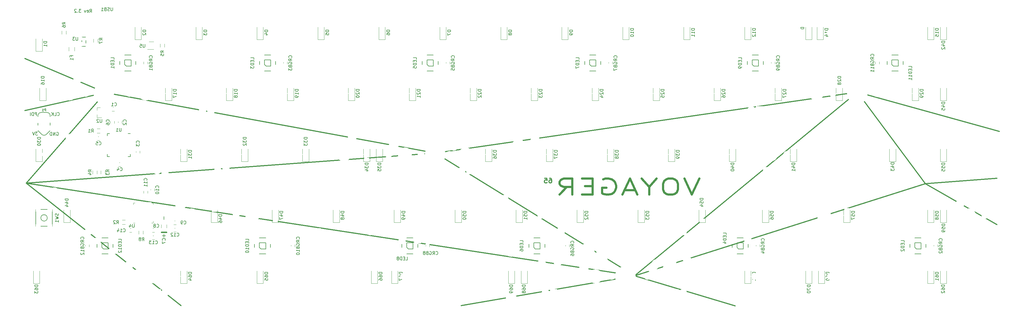
<source format=gbo>
G04 #@! TF.FileFunction,Legend,Bot*
%FSLAX46Y46*%
G04 Gerber Fmt 4.6, Leading zero omitted, Abs format (unit mm)*
G04 Created by KiCad (PCBNEW 4.0.7) date 04/18/18 21:57:45*
%MOMM*%
%LPD*%
G01*
G04 APERTURE LIST*
%ADD10C,0.100000*%
%ADD11C,0.150000*%
%ADD12C,0.300000*%
%ADD13C,0.350000*%
%ADD14C,0.650000*%
%ADD15C,0.120000*%
%ADD16C,0.127000*%
%ADD17C,0.200000*%
%ADD18C,2.650000*%
%ADD19C,2.650000*%
%ADD20C,4.387800*%
%ADD21C,2.305000*%
%ADD22R,2.305000X2.305000*%
%ADD23C,2.150000*%
%ADD24R,1.200000X1.150000*%
%ADD25C,3.448000*%
%ADD26R,1.300000X0.900000*%
%ADD27R,0.908000X0.908000*%
%ADD28R,1.100000X1.000000*%
%ADD29R,1.100000X1.400000*%
%ADD30R,1.700000X1.100000*%
%ADD31R,1.600000X1.300000*%
%ADD32C,1.184860*%
%ADD33C,1.388060*%
%ADD34C,1.385520*%
%ADD35C,1.924000*%
%ADD36R,1.924000X1.924000*%
%ADD37R,1.050000X0.800000*%
%ADD38R,1.150000X1.200000*%
%ADD39R,2.200000X1.800000*%
%ADD40R,1.650000X1.400000*%
%ADD41R,0.900000X1.300000*%
%ADD42R,0.650000X1.080000*%
%ADD43R,1.080000X0.650000*%
%ADD44R,5.060000X5.060000*%
%ADD45R,1.100000X0.650000*%
%ADD46R,0.650000X1.100000*%
%ADD47R,1.687500X1.687500*%
%ADD48R,1.300000X1.200000*%
%ADD49R,1.500000X2.200000*%
%ADD50R,0.700000X1.600000*%
%ADD51R,0.600000X1.400000*%
%ADD52R,0.600000X1.100000*%
%ADD53C,6.400000*%
%ADD54C,1.400000*%
G04 APERTURE END LIST*
D10*
D11*
X90551000Y-119761000D02*
X90551000Y-119634000D01*
X92329000Y-119761000D02*
X90551000Y-119761000D01*
X92329000Y-119634000D02*
X92329000Y-119761000D01*
X90551000Y-119634000D02*
X90551000Y-119507000D01*
X92329000Y-119634000D02*
X90551000Y-119634000D01*
X92329000Y-119507000D02*
X92329000Y-119634000D01*
X90551000Y-119507000D02*
X92329000Y-119507000D01*
D12*
X211883571Y-102683571D02*
X212169285Y-102683571D01*
X212312142Y-102755000D01*
X212383571Y-102826429D01*
X212526428Y-103040714D01*
X212597857Y-103326429D01*
X212597857Y-103897857D01*
X212526428Y-104040714D01*
X212455000Y-104112143D01*
X212312142Y-104183571D01*
X212026428Y-104183571D01*
X211883571Y-104112143D01*
X211812142Y-104040714D01*
X211740714Y-103897857D01*
X211740714Y-103540714D01*
X211812142Y-103397857D01*
X211883571Y-103326429D01*
X212026428Y-103255000D01*
X212312142Y-103255000D01*
X212455000Y-103326429D01*
X212526428Y-103397857D01*
X212597857Y-103540714D01*
X210383571Y-102683571D02*
X211097857Y-102683571D01*
X211169286Y-103397857D01*
X211097857Y-103326429D01*
X210955000Y-103255000D01*
X210597857Y-103255000D01*
X210455000Y-103326429D01*
X210383571Y-103397857D01*
X210312143Y-103540714D01*
X210312143Y-103897857D01*
X210383571Y-104040714D01*
X210455000Y-104112143D01*
X210597857Y-104183571D01*
X210955000Y-104183571D01*
X211097857Y-104112143D01*
X211169286Y-104040714D01*
D13*
X329311000Y-104394000D02*
X351663000Y-102743000D01*
X329311000Y-104394000D02*
X351663000Y-117221000D01*
D11*
X90932000Y-120650000D02*
X91948000Y-120650000D01*
X91440000Y-120142000D02*
X91440000Y-121158000D01*
X91440000Y-114681000D02*
X91440000Y-115570000D01*
X68238428Y-50871381D02*
X68571762Y-50395190D01*
X68809857Y-50871381D02*
X68809857Y-49871381D01*
X68428904Y-49871381D01*
X68333666Y-49919000D01*
X68286047Y-49966619D01*
X68238428Y-50061857D01*
X68238428Y-50204714D01*
X68286047Y-50299952D01*
X68333666Y-50347571D01*
X68428904Y-50395190D01*
X68809857Y-50395190D01*
X67428904Y-50823762D02*
X67524142Y-50871381D01*
X67714619Y-50871381D01*
X67809857Y-50823762D01*
X67857476Y-50728524D01*
X67857476Y-50347571D01*
X67809857Y-50252333D01*
X67714619Y-50204714D01*
X67524142Y-50204714D01*
X67428904Y-50252333D01*
X67381285Y-50347571D01*
X67381285Y-50442810D01*
X67857476Y-50538048D01*
X67047952Y-50204714D02*
X66809857Y-50871381D01*
X66571761Y-50204714D01*
X65524142Y-49871381D02*
X64905094Y-49871381D01*
X65238428Y-50252333D01*
X65095570Y-50252333D01*
X65000332Y-50299952D01*
X64952713Y-50347571D01*
X64905094Y-50442810D01*
X64905094Y-50680905D01*
X64952713Y-50776143D01*
X65000332Y-50823762D01*
X65095570Y-50871381D01*
X65381285Y-50871381D01*
X65476523Y-50823762D01*
X65524142Y-50776143D01*
X64476523Y-50776143D02*
X64428904Y-50823762D01*
X64476523Y-50871381D01*
X64524142Y-50823762D01*
X64476523Y-50776143D01*
X64476523Y-50871381D01*
X64047952Y-49966619D02*
X64000333Y-49919000D01*
X63905095Y-49871381D01*
X63666999Y-49871381D01*
X63571761Y-49919000D01*
X63524142Y-49966619D01*
X63476523Y-50061857D01*
X63476523Y-50157095D01*
X63524142Y-50299952D01*
X64095571Y-50871381D01*
X63476523Y-50871381D01*
X58126238Y-83034143D02*
X58173857Y-83081762D01*
X58316714Y-83129381D01*
X58411952Y-83129381D01*
X58554810Y-83081762D01*
X58650048Y-82986524D01*
X58697667Y-82891286D01*
X58745286Y-82700810D01*
X58745286Y-82557952D01*
X58697667Y-82367476D01*
X58650048Y-82272238D01*
X58554810Y-82177000D01*
X58411952Y-82129381D01*
X58316714Y-82129381D01*
X58173857Y-82177000D01*
X58126238Y-82224619D01*
X57221476Y-83129381D02*
X57697667Y-83129381D01*
X57697667Y-82129381D01*
X56888143Y-83129381D02*
X56888143Y-82129381D01*
X56316714Y-83129381D02*
X56745286Y-82557952D01*
X56316714Y-82129381D02*
X56888143Y-82700810D01*
X57911904Y-88400000D02*
X58007142Y-88352381D01*
X58149999Y-88352381D01*
X58292857Y-88400000D01*
X58388095Y-88495238D01*
X58435714Y-88590476D01*
X58483333Y-88780952D01*
X58483333Y-88923810D01*
X58435714Y-89114286D01*
X58388095Y-89209524D01*
X58292857Y-89304762D01*
X58149999Y-89352381D01*
X58054761Y-89352381D01*
X57911904Y-89304762D01*
X57864285Y-89257143D01*
X57864285Y-88923810D01*
X58054761Y-88923810D01*
X57435714Y-89352381D02*
X57435714Y-88352381D01*
X56864285Y-89352381D01*
X56864285Y-88352381D01*
X56388095Y-89352381D02*
X56388095Y-88352381D01*
X56150000Y-88352381D01*
X56007142Y-88400000D01*
X55911904Y-88495238D01*
X55864285Y-88590476D01*
X55816666Y-88780952D01*
X55816666Y-88923810D01*
X55864285Y-89114286D01*
X55911904Y-89209524D01*
X56007142Y-89304762D01*
X56150000Y-89352381D01*
X56388095Y-89352381D01*
X51673000Y-83129381D02*
X51673000Y-82129381D01*
X51292047Y-82129381D01*
X51196809Y-82177000D01*
X51149190Y-82224619D01*
X51101571Y-82319857D01*
X51101571Y-82462714D01*
X51149190Y-82557952D01*
X51196809Y-82605571D01*
X51292047Y-82653190D01*
X51673000Y-82653190D01*
X50673000Y-83129381D02*
X50673000Y-82129381D01*
X50434905Y-82129381D01*
X50292047Y-82177000D01*
X50196809Y-82272238D01*
X50149190Y-82367476D01*
X50101571Y-82557952D01*
X50101571Y-82700810D01*
X50149190Y-82891286D01*
X50196809Y-82986524D01*
X50292047Y-83081762D01*
X50434905Y-83129381D01*
X50673000Y-83129381D01*
X49673000Y-83129381D02*
X49673000Y-82129381D01*
X51942905Y-88225381D02*
X51323857Y-88225381D01*
X51657191Y-88606333D01*
X51514333Y-88606333D01*
X51419095Y-88653952D01*
X51371476Y-88701571D01*
X51323857Y-88796810D01*
X51323857Y-89034905D01*
X51371476Y-89130143D01*
X51419095Y-89177762D01*
X51514333Y-89225381D01*
X51800048Y-89225381D01*
X51895286Y-89177762D01*
X51942905Y-89130143D01*
X51038143Y-88225381D02*
X50704810Y-89225381D01*
X50371476Y-88225381D01*
D13*
X73152000Y-75946000D02*
X48006000Y-65278000D01*
X73152000Y-75946000D02*
X48006000Y-81534000D01*
D14*
X258704166Y-102830655D02*
X256370833Y-107830655D01*
X254037500Y-102830655D01*
X250370833Y-102830655D02*
X249037500Y-102830655D01*
X248370833Y-103068750D01*
X247704166Y-103544940D01*
X247370833Y-104497321D01*
X247370833Y-106163988D01*
X247704166Y-107116369D01*
X248370833Y-107592560D01*
X249037500Y-107830655D01*
X250370833Y-107830655D01*
X251037500Y-107592560D01*
X251704166Y-107116369D01*
X252037500Y-106163988D01*
X252037500Y-104497321D01*
X251704166Y-103544940D01*
X251037500Y-103068750D01*
X250370833Y-102830655D01*
X243037500Y-105449702D02*
X243037500Y-107830655D01*
X245370833Y-102830655D02*
X243037500Y-105449702D01*
X240704167Y-102830655D01*
X238704167Y-106402083D02*
X235370833Y-106402083D01*
X239370833Y-107830655D02*
X237037500Y-102830655D01*
X234704167Y-107830655D01*
X228704167Y-103068750D02*
X229370833Y-102830655D01*
X230370833Y-102830655D01*
X231370833Y-103068750D01*
X232037500Y-103544940D01*
X232370833Y-104021131D01*
X232704167Y-104973512D01*
X232704167Y-105687798D01*
X232370833Y-106640179D01*
X232037500Y-107116369D01*
X231370833Y-107592560D01*
X230370833Y-107830655D01*
X229704167Y-107830655D01*
X228704167Y-107592560D01*
X228370833Y-107354464D01*
X228370833Y-105687798D01*
X229704167Y-105687798D01*
X225370833Y-105211607D02*
X223037500Y-105211607D01*
X222037500Y-107830655D02*
X225370833Y-107830655D01*
X225370833Y-102830655D01*
X222037500Y-102830655D01*
X215037500Y-107830655D02*
X217370834Y-105449702D01*
X219037500Y-107830655D02*
X219037500Y-102830655D01*
X216370834Y-102830655D01*
X215704167Y-103068750D01*
X215370834Y-103306845D01*
X215037500Y-103783036D01*
X215037500Y-104497321D01*
X215370834Y-104973512D01*
X215704167Y-105211607D01*
X216370834Y-105449702D01*
X219037500Y-105449702D01*
D13*
X308102000Y-75819000D02*
X352425000Y-88106250D01*
X238506000Y-133223000D02*
X184277000Y-142494000D01*
X238506000Y-133223000D02*
X269875000Y-142621000D01*
X48387000Y-104267000D02*
X96774000Y-142494000D01*
X176276000Y-94869000D02*
X48387000Y-104267000D01*
X48387000Y-104267000D02*
X238506000Y-133223000D01*
X73152000Y-75946000D02*
X48387000Y-104267000D01*
X176276000Y-94869000D02*
X308102000Y-75819000D01*
X73152000Y-75946000D02*
X176276000Y-94869000D01*
X329311000Y-104394000D02*
X238506000Y-133223000D01*
X308102000Y-75819000D02*
X329311000Y-104394000D01*
X238506000Y-133223000D02*
X308102000Y-75819000D01*
X176276000Y-94869000D02*
X238506000Y-133223000D01*
D15*
X70643000Y-90897000D02*
X71343000Y-90897000D01*
X71343000Y-89697000D02*
X70643000Y-89697000D01*
X69424000Y-59190000D02*
X69424000Y-60190000D01*
X70784000Y-60190000D02*
X70784000Y-59190000D01*
X60878000Y-57650000D02*
X60878000Y-56650000D01*
X59518000Y-56650000D02*
X59518000Y-57650000D01*
D11*
X65787000Y-58621000D02*
X67087000Y-58621000D01*
X65787000Y-61521000D02*
X65787000Y-58621000D01*
X67087000Y-61521000D02*
X65787000Y-61521000D01*
X67087000Y-61521000D02*
X67087000Y-58621000D01*
D15*
X61731000Y-61757000D02*
X61731000Y-62957000D01*
X63491000Y-62957000D02*
X63491000Y-61757000D01*
X260556250Y-116550000D02*
X258556250Y-116550000D01*
X258556250Y-116550000D02*
X258556250Y-112650000D01*
X260556250Y-116550000D02*
X260556250Y-112650000D01*
X241506250Y-116550000D02*
X239506250Y-116550000D01*
X239506250Y-116550000D02*
X239506250Y-112650000D01*
X241506250Y-116550000D02*
X241506250Y-112650000D01*
X222456250Y-116550000D02*
X220456250Y-116550000D01*
X220456250Y-116550000D02*
X220456250Y-112650000D01*
X222456250Y-116550000D02*
X222456250Y-112650000D01*
X203406250Y-116550000D02*
X201406250Y-116550000D01*
X201406250Y-116550000D02*
X201406250Y-112650000D01*
X203406250Y-116550000D02*
X203406250Y-112650000D01*
X184356250Y-116550000D02*
X182356250Y-116550000D01*
X182356250Y-116550000D02*
X182356250Y-112650000D01*
X184356250Y-116550000D02*
X184356250Y-112650000D01*
X165306250Y-116550000D02*
X163306250Y-116550000D01*
X163306250Y-116550000D02*
X163306250Y-112650000D01*
X165306250Y-116550000D02*
X165306250Y-112650000D01*
X146256250Y-116550000D02*
X144256250Y-116550000D01*
X144256250Y-116550000D02*
X144256250Y-112650000D01*
X146256250Y-116550000D02*
X146256250Y-112650000D01*
X127206250Y-116550000D02*
X125206250Y-116550000D01*
X125206250Y-116550000D02*
X125206250Y-112650000D01*
X127206250Y-116550000D02*
X127206250Y-112650000D01*
X108156250Y-116550000D02*
X106156250Y-116550000D01*
X106156250Y-116550000D02*
X106156250Y-112650000D01*
X108156250Y-116550000D02*
X108156250Y-112650000D01*
X62118750Y-116550000D02*
X60118750Y-116550000D01*
X60118750Y-116550000D02*
X60118750Y-112650000D01*
X62118750Y-116550000D02*
X62118750Y-112650000D01*
X320087500Y-97500000D02*
X318087500Y-97500000D01*
X318087500Y-97500000D02*
X318087500Y-93600000D01*
X320087500Y-97500000D02*
X320087500Y-93600000D01*
X289131250Y-97500000D02*
X287131250Y-97500000D01*
X287131250Y-97500000D02*
X287131250Y-93600000D01*
X289131250Y-97500000D02*
X289131250Y-93600000D01*
X270081250Y-97500000D02*
X268081250Y-97500000D01*
X268081250Y-97500000D02*
X268081250Y-93600000D01*
X270081250Y-97500000D02*
X270081250Y-93600000D01*
X251031250Y-97500000D02*
X249031250Y-97500000D01*
X249031250Y-97500000D02*
X249031250Y-93600000D01*
X251031250Y-97500000D02*
X251031250Y-93600000D01*
X231981250Y-97500000D02*
X229981250Y-97500000D01*
X229981250Y-97500000D02*
X229981250Y-93600000D01*
X231981250Y-97500000D02*
X231981250Y-93600000D01*
X212931250Y-97500000D02*
X210931250Y-97500000D01*
X210931250Y-97500000D02*
X210931250Y-93600000D01*
X212931250Y-97500000D02*
X212931250Y-93600000D01*
X193881250Y-97500000D02*
X191881250Y-97500000D01*
X191881250Y-97500000D02*
X191881250Y-93600000D01*
X193881250Y-97500000D02*
X193881250Y-93600000D01*
X159750000Y-97500000D02*
X157750000Y-97500000D01*
X157750000Y-97500000D02*
X157750000Y-93600000D01*
X159750000Y-97500000D02*
X159750000Y-93600000D01*
X155781250Y-97500000D02*
X153781250Y-97500000D01*
X153781250Y-97500000D02*
X153781250Y-93600000D01*
X155781250Y-97500000D02*
X155781250Y-93600000D01*
X136731250Y-97500000D02*
X134731250Y-97500000D01*
X134731250Y-97500000D02*
X134731250Y-93600000D01*
X136731250Y-97500000D02*
X136731250Y-93600000D01*
X117681250Y-97500000D02*
X115681250Y-97500000D01*
X115681250Y-97500000D02*
X115681250Y-93600000D01*
X117681250Y-97500000D02*
X117681250Y-93600000D01*
X98631250Y-97500000D02*
X96631250Y-97500000D01*
X96631250Y-97500000D02*
X96631250Y-93600000D01*
X98631250Y-97500000D02*
X98631250Y-93600000D01*
X53387500Y-97500000D02*
X51387500Y-97500000D01*
X51387500Y-97500000D02*
X51387500Y-93600000D01*
X53387500Y-97500000D02*
X53387500Y-93600000D01*
X327231250Y-78450000D02*
X325231250Y-78450000D01*
X325231250Y-78450000D02*
X325231250Y-74550000D01*
X327231250Y-78450000D02*
X327231250Y-74550000D01*
X303418750Y-78450000D02*
X301418750Y-78450000D01*
X301418750Y-78450000D02*
X301418750Y-74550000D01*
X303418750Y-78450000D02*
X303418750Y-74550000D01*
X284368750Y-78450000D02*
X282368750Y-78450000D01*
X282368750Y-78450000D02*
X282368750Y-74550000D01*
X284368750Y-78450000D02*
X284368750Y-74550000D01*
X265318750Y-78450000D02*
X263318750Y-78450000D01*
X263318750Y-78450000D02*
X263318750Y-74550000D01*
X265318750Y-78450000D02*
X265318750Y-74550000D01*
X246268750Y-78450000D02*
X244268750Y-78450000D01*
X244268750Y-78450000D02*
X244268750Y-74550000D01*
X246268750Y-78450000D02*
X246268750Y-74550000D01*
X227218750Y-78450000D02*
X225218750Y-78450000D01*
X225218750Y-78450000D02*
X225218750Y-74550000D01*
X227218750Y-78450000D02*
X227218750Y-74550000D01*
X208168750Y-78450000D02*
X206168750Y-78450000D01*
X206168750Y-78450000D02*
X206168750Y-74550000D01*
X208168750Y-78450000D02*
X208168750Y-74550000D01*
X189118750Y-78450000D02*
X187118750Y-78450000D01*
X187118750Y-78450000D02*
X187118750Y-74550000D01*
X189118750Y-78450000D02*
X189118750Y-74550000D01*
X170068750Y-78450000D02*
X168068750Y-78450000D01*
X168068750Y-78450000D02*
X168068750Y-74550000D01*
X170068750Y-78450000D02*
X170068750Y-74550000D01*
X151018750Y-78450000D02*
X149018750Y-78450000D01*
X149018750Y-78450000D02*
X149018750Y-74550000D01*
X151018750Y-78450000D02*
X151018750Y-74550000D01*
X131968750Y-78450000D02*
X129968750Y-78450000D01*
X129968750Y-78450000D02*
X129968750Y-74550000D01*
X131968750Y-78450000D02*
X131968750Y-74550000D01*
X112918750Y-78450000D02*
X110918750Y-78450000D01*
X110918750Y-78450000D02*
X110918750Y-74550000D01*
X112918750Y-78450000D02*
X112918750Y-74550000D01*
X93868750Y-78450000D02*
X91868750Y-78450000D01*
X91868750Y-78450000D02*
X91868750Y-74550000D01*
X93868750Y-78450000D02*
X93868750Y-74550000D01*
X54578125Y-78450000D02*
X52578125Y-78450000D01*
X52578125Y-78450000D02*
X52578125Y-74550000D01*
X54578125Y-78450000D02*
X54578125Y-74550000D01*
X331993750Y-59400000D02*
X329993750Y-59400000D01*
X329993750Y-59400000D02*
X329993750Y-55500000D01*
X331993750Y-59400000D02*
X331993750Y-55500000D01*
X297465625Y-59400000D02*
X295465625Y-59400000D01*
X295465625Y-59400000D02*
X295465625Y-55500000D01*
X297465625Y-59400000D02*
X297465625Y-55500000D01*
X293893750Y-59400000D02*
X291893750Y-59400000D01*
X291893750Y-59400000D02*
X291893750Y-55500000D01*
X293893750Y-59400000D02*
X293893750Y-55500000D01*
X274843750Y-59400000D02*
X272843750Y-59400000D01*
X272843750Y-59400000D02*
X272843750Y-55500000D01*
X274843750Y-59400000D02*
X274843750Y-55500000D01*
X255793750Y-59400000D02*
X253793750Y-59400000D01*
X253793750Y-59400000D02*
X253793750Y-55500000D01*
X255793750Y-59400000D02*
X255793750Y-55500000D01*
X236743750Y-59400000D02*
X234743750Y-59400000D01*
X234743750Y-59400000D02*
X234743750Y-55500000D01*
X236743750Y-59400000D02*
X236743750Y-55500000D01*
X217693750Y-59400000D02*
X215693750Y-59400000D01*
X215693750Y-59400000D02*
X215693750Y-55500000D01*
X217693750Y-59400000D02*
X217693750Y-55500000D01*
X198643750Y-59400000D02*
X196643750Y-59400000D01*
X196643750Y-59400000D02*
X196643750Y-55500000D01*
X198643750Y-59400000D02*
X198643750Y-55500000D01*
X179593750Y-59400000D02*
X177593750Y-59400000D01*
X177593750Y-59400000D02*
X177593750Y-55500000D01*
X179593750Y-59400000D02*
X179593750Y-55500000D01*
X160543750Y-59400000D02*
X158543750Y-59400000D01*
X158543750Y-59400000D02*
X158543750Y-55500000D01*
X160543750Y-59400000D02*
X160543750Y-55500000D01*
X141493750Y-59400000D02*
X139493750Y-59400000D01*
X139493750Y-59400000D02*
X139493750Y-55500000D01*
X141493750Y-59400000D02*
X141493750Y-55500000D01*
X122443750Y-59400000D02*
X120443750Y-59400000D01*
X120443750Y-59400000D02*
X120443750Y-55500000D01*
X122443750Y-59400000D02*
X122443750Y-55500000D01*
X103393750Y-59400000D02*
X101393750Y-59400000D01*
X101393750Y-59400000D02*
X101393750Y-55500000D01*
X103393750Y-59400000D02*
X103393750Y-55500000D01*
X84343750Y-59400000D02*
X82343750Y-59400000D01*
X82343750Y-59400000D02*
X82343750Y-55500000D01*
X84343750Y-59400000D02*
X84343750Y-55500000D01*
X53387500Y-62971875D02*
X51387500Y-62971875D01*
X51387500Y-62971875D02*
X51387500Y-59071875D01*
X53387500Y-62971875D02*
X53387500Y-59071875D01*
X335962500Y-59400000D02*
X333962500Y-59400000D01*
X333962500Y-59400000D02*
X333962500Y-55500000D01*
X335962500Y-59400000D02*
X335962500Y-55500000D01*
X335962500Y-78450000D02*
X333962500Y-78450000D01*
X333962500Y-78450000D02*
X333962500Y-74550000D01*
X335962500Y-78450000D02*
X335962500Y-74550000D01*
X335962500Y-97500000D02*
X333962500Y-97500000D01*
X333962500Y-97500000D02*
X333962500Y-93600000D01*
X335962500Y-97500000D02*
X335962500Y-93600000D01*
X280400000Y-116550000D02*
X278400000Y-116550000D01*
X278400000Y-116550000D02*
X278400000Y-112650000D01*
X280400000Y-116550000D02*
X280400000Y-112650000D01*
X305800000Y-116550000D02*
X303800000Y-116550000D01*
X303800000Y-116550000D02*
X303800000Y-112650000D01*
X305800000Y-116550000D02*
X305800000Y-112650000D01*
X331993750Y-116550000D02*
X329993750Y-116550000D01*
X329993750Y-116550000D02*
X329993750Y-112650000D01*
X331993750Y-116550000D02*
X331993750Y-112650000D01*
X335962500Y-116550000D02*
X333962500Y-116550000D01*
X333962500Y-116550000D02*
X333962500Y-112650000D01*
X335962500Y-116550000D02*
X335962500Y-112650000D01*
X297862500Y-135600000D02*
X295862500Y-135600000D01*
X295862500Y-135600000D02*
X295862500Y-131700000D01*
X297862500Y-135600000D02*
X297862500Y-131700000D01*
X331993750Y-135600000D02*
X329993750Y-135600000D01*
X329993750Y-135600000D02*
X329993750Y-131700000D01*
X331993750Y-135600000D02*
X331993750Y-131700000D01*
X335962500Y-135600000D02*
X333962500Y-135600000D01*
X333962500Y-135600000D02*
X333962500Y-131700000D01*
X335962500Y-135600000D02*
X335962500Y-131700000D01*
X52593750Y-135600000D02*
X50593750Y-135600000D01*
X50593750Y-135600000D02*
X50593750Y-131700000D01*
X52593750Y-135600000D02*
X52593750Y-131700000D01*
X98631250Y-135600000D02*
X96631250Y-135600000D01*
X96631250Y-135600000D02*
X96631250Y-131700000D01*
X98631250Y-135600000D02*
X98631250Y-131700000D01*
X122443750Y-135600000D02*
X120443750Y-135600000D01*
X120443750Y-135600000D02*
X120443750Y-131700000D01*
X122443750Y-135600000D02*
X122443750Y-131700000D01*
X158162500Y-135600000D02*
X156162500Y-135600000D01*
X156162500Y-135600000D02*
X156162500Y-131700000D01*
X158162500Y-135600000D02*
X158162500Y-131700000D01*
X164512500Y-135600000D02*
X162512500Y-135600000D01*
X162512500Y-135600000D02*
X162512500Y-131700000D01*
X164512500Y-135600000D02*
X164512500Y-131700000D01*
X204993750Y-135600000D02*
X202993750Y-135600000D01*
X202993750Y-135600000D02*
X202993750Y-131700000D01*
X204993750Y-135600000D02*
X204993750Y-131700000D01*
D16*
X52070000Y-83121500D02*
X52070000Y-83421500D01*
X55875000Y-85325000D02*
X55875000Y-86125000D01*
X52075000Y-85425000D02*
X52075000Y-86125000D01*
X53251100Y-88988900D02*
X52070000Y-87807800D01*
X54698900Y-88988900D02*
X55880000Y-87807800D01*
X54698900Y-88988900D02*
G75*
G02X53251100Y-88988900I-723900J723900D01*
G01*
X54927500Y-82169000D02*
X53022500Y-82169000D01*
X52070000Y-83121500D02*
G75*
G02X53022500Y-82169000I952500J0D01*
G01*
X54927500Y-82169000D02*
G75*
G02X55880000Y-83121500I0J-952500D01*
G01*
X55880000Y-83121500D02*
X55880000Y-83421500D01*
D15*
X71710000Y-100338000D02*
X71710000Y-101338000D01*
X73070000Y-101338000D02*
X73070000Y-100338000D01*
X69170000Y-100338000D02*
X69170000Y-101338000D01*
X70530000Y-101338000D02*
X70530000Y-100338000D01*
X91612000Y-61714000D02*
X91612000Y-60714000D01*
X90252000Y-60714000D02*
X90252000Y-61714000D01*
X88203000Y-62405750D02*
X86303000Y-62405750D01*
X86803000Y-60085750D02*
X88203000Y-60085750D01*
X86325000Y-67025000D02*
X86325000Y-66325000D01*
X85125000Y-66325000D02*
X85125000Y-67025000D01*
X333181250Y-124175000D02*
X333181250Y-123475000D01*
X331981250Y-123475000D02*
X331981250Y-124175000D01*
X129981250Y-67025000D02*
X129981250Y-66325000D01*
X128781250Y-66325000D02*
X128781250Y-67025000D01*
X277618750Y-124175000D02*
X277618750Y-123475000D01*
X276418750Y-123475000D02*
X276418750Y-124175000D01*
X180781250Y-67025000D02*
X180781250Y-66325000D01*
X179581250Y-66325000D02*
X179581250Y-67025000D01*
X218087500Y-124175000D02*
X218087500Y-123475000D01*
X216887500Y-123475000D02*
X216887500Y-124175000D01*
X231581250Y-67025000D02*
X231581250Y-66325000D01*
X230381250Y-66325000D02*
X230381250Y-67025000D01*
X174431250Y-124175000D02*
X174431250Y-123475000D01*
X173231250Y-123475000D02*
X173231250Y-124175000D01*
X282381250Y-67025000D02*
X282381250Y-66325000D01*
X281181250Y-66325000D02*
X281181250Y-67025000D01*
X132362500Y-124175000D02*
X132362500Y-123475000D01*
X131162500Y-123475000D02*
X131162500Y-124175000D01*
X314925000Y-67025000D02*
X314925000Y-66325000D01*
X313725000Y-66325000D02*
X313725000Y-67025000D01*
X68068750Y-124175000D02*
X68068750Y-123475000D01*
X66868750Y-123475000D02*
X66868750Y-124175000D01*
D17*
X81168750Y-67675000D02*
X81168750Y-65675000D01*
X81168750Y-65675000D02*
X79168750Y-65675000D01*
X79168750Y-65675000D02*
X79168750Y-67175000D01*
X79168750Y-67175000D02*
X79668750Y-67675000D01*
X79668750Y-67675000D02*
X81168750Y-67675000D01*
X81168750Y-69175000D02*
X79168750Y-69175000D01*
X77668750Y-67175000D02*
X77668750Y-66175000D01*
X81168750Y-64175000D02*
X79168750Y-64175000D01*
X82668750Y-67175000D02*
X82668750Y-66175000D01*
X328025000Y-124825000D02*
X328025000Y-122825000D01*
X328025000Y-122825000D02*
X326025000Y-122825000D01*
X326025000Y-122825000D02*
X326025000Y-124325000D01*
X326025000Y-124325000D02*
X326525000Y-124825000D01*
X326525000Y-124825000D02*
X328025000Y-124825000D01*
X328025000Y-126325000D02*
X326025000Y-126325000D01*
X324525000Y-124325000D02*
X324525000Y-123325000D01*
X328025000Y-121325000D02*
X326025000Y-121325000D01*
X329525000Y-124325000D02*
X329525000Y-123325000D01*
X124825000Y-67675000D02*
X124825000Y-65675000D01*
X124825000Y-65675000D02*
X122825000Y-65675000D01*
X122825000Y-65675000D02*
X122825000Y-67175000D01*
X122825000Y-67175000D02*
X123325000Y-67675000D01*
X123325000Y-67675000D02*
X124825000Y-67675000D01*
X124825000Y-69175000D02*
X122825000Y-69175000D01*
X121325000Y-67175000D02*
X121325000Y-66175000D01*
X124825000Y-64175000D02*
X122825000Y-64175000D01*
X126325000Y-67175000D02*
X126325000Y-66175000D01*
X272462500Y-124825000D02*
X272462500Y-122825000D01*
X272462500Y-122825000D02*
X270462500Y-122825000D01*
X270462500Y-122825000D02*
X270462500Y-124325000D01*
X270462500Y-124325000D02*
X270962500Y-124825000D01*
X270962500Y-124825000D02*
X272462500Y-124825000D01*
X272462500Y-126325000D02*
X270462500Y-126325000D01*
X268962500Y-124325000D02*
X268962500Y-123325000D01*
X272462500Y-121325000D02*
X270462500Y-121325000D01*
X273962500Y-124325000D02*
X273962500Y-123325000D01*
X175625000Y-67675000D02*
X175625000Y-65675000D01*
X175625000Y-65675000D02*
X173625000Y-65675000D01*
X173625000Y-65675000D02*
X173625000Y-67175000D01*
X173625000Y-67175000D02*
X174125000Y-67675000D01*
X174125000Y-67675000D02*
X175625000Y-67675000D01*
X175625000Y-69175000D02*
X173625000Y-69175000D01*
X172125000Y-67175000D02*
X172125000Y-66175000D01*
X175625000Y-64175000D02*
X173625000Y-64175000D01*
X177125000Y-67175000D02*
X177125000Y-66175000D01*
X208962500Y-124825000D02*
X208962500Y-122825000D01*
X208962500Y-122825000D02*
X206962500Y-122825000D01*
X206962500Y-122825000D02*
X206962500Y-124325000D01*
X206962500Y-124325000D02*
X207462500Y-124825000D01*
X207462500Y-124825000D02*
X208962500Y-124825000D01*
X208962500Y-126325000D02*
X206962500Y-126325000D01*
X205462500Y-124325000D02*
X205462500Y-123325000D01*
X208962500Y-121325000D02*
X206962500Y-121325000D01*
X210462500Y-124325000D02*
X210462500Y-123325000D01*
X226425000Y-67675000D02*
X226425000Y-65675000D01*
X226425000Y-65675000D02*
X224425000Y-65675000D01*
X224425000Y-65675000D02*
X224425000Y-67175000D01*
X224425000Y-67175000D02*
X224925000Y-67675000D01*
X224925000Y-67675000D02*
X226425000Y-67675000D01*
X226425000Y-69175000D02*
X224425000Y-69175000D01*
X222925000Y-67175000D02*
X222925000Y-66175000D01*
X226425000Y-64175000D02*
X224425000Y-64175000D01*
X227925000Y-67175000D02*
X227925000Y-66175000D01*
X169275000Y-124825000D02*
X169275000Y-122825000D01*
X169275000Y-122825000D02*
X167275000Y-122825000D01*
X167275000Y-122825000D02*
X167275000Y-124325000D01*
X167275000Y-124325000D02*
X167775000Y-124825000D01*
X167775000Y-124825000D02*
X169275000Y-124825000D01*
X169275000Y-126325000D02*
X167275000Y-126325000D01*
X165775000Y-124325000D02*
X165775000Y-123325000D01*
X169275000Y-121325000D02*
X167275000Y-121325000D01*
X170775000Y-124325000D02*
X170775000Y-123325000D01*
X277225000Y-67675000D02*
X277225000Y-65675000D01*
X277225000Y-65675000D02*
X275225000Y-65675000D01*
X275225000Y-65675000D02*
X275225000Y-67175000D01*
X275225000Y-67175000D02*
X275725000Y-67675000D01*
X275725000Y-67675000D02*
X277225000Y-67675000D01*
X277225000Y-69175000D02*
X275225000Y-69175000D01*
X273725000Y-67175000D02*
X273725000Y-66175000D01*
X277225000Y-64175000D02*
X275225000Y-64175000D01*
X278725000Y-67175000D02*
X278725000Y-66175000D01*
X123237500Y-124825000D02*
X123237500Y-122825000D01*
X123237500Y-122825000D02*
X121237500Y-122825000D01*
X121237500Y-122825000D02*
X121237500Y-124325000D01*
X121237500Y-124325000D02*
X121737500Y-124825000D01*
X121737500Y-124825000D02*
X123237500Y-124825000D01*
X123237500Y-126325000D02*
X121237500Y-126325000D01*
X119737500Y-124325000D02*
X119737500Y-123325000D01*
X123237500Y-121325000D02*
X121237500Y-121325000D01*
X124737500Y-124325000D02*
X124737500Y-123325000D01*
X320881250Y-67675000D02*
X320881250Y-65675000D01*
X320881250Y-65675000D02*
X318881250Y-65675000D01*
X318881250Y-65675000D02*
X318881250Y-67175000D01*
X318881250Y-67175000D02*
X319381250Y-67675000D01*
X319381250Y-67675000D02*
X320881250Y-67675000D01*
X320881250Y-69175000D02*
X318881250Y-69175000D01*
X317381250Y-67175000D02*
X317381250Y-66175000D01*
X320881250Y-64175000D02*
X318881250Y-64175000D01*
X322381250Y-67175000D02*
X322381250Y-66175000D01*
X74025000Y-124825000D02*
X74025000Y-122825000D01*
X74025000Y-122825000D02*
X72025000Y-122825000D01*
X72025000Y-122825000D02*
X72025000Y-124325000D01*
X72025000Y-124325000D02*
X72525000Y-124825000D01*
X72525000Y-124825000D02*
X74025000Y-124825000D01*
X74025000Y-126325000D02*
X72025000Y-126325000D01*
X70525000Y-124325000D02*
X70525000Y-123325000D01*
X74025000Y-121325000D02*
X72025000Y-121325000D01*
X75525000Y-124325000D02*
X75525000Y-123325000D01*
D15*
X201025000Y-135600000D02*
X199025000Y-135600000D01*
X199025000Y-135600000D02*
X199025000Y-131700000D01*
X201025000Y-135600000D02*
X201025000Y-131700000D01*
X293893750Y-135600000D02*
X291893750Y-135600000D01*
X291893750Y-135600000D02*
X291893750Y-131700000D01*
X293893750Y-135600000D02*
X293893750Y-131700000D01*
X274843750Y-135600000D02*
X272843750Y-135600000D01*
X272843750Y-135600000D02*
X272843750Y-131700000D01*
X274843750Y-135600000D02*
X274843750Y-131700000D01*
X92290000Y-117229000D02*
X92290000Y-118229000D01*
X90590000Y-118229000D02*
X90590000Y-117229000D01*
X88488000Y-118399000D02*
X87788000Y-118399000D01*
X87788000Y-119599000D02*
X88488000Y-119599000D01*
X95219000Y-115986000D02*
X94519000Y-115986000D01*
X94519000Y-117186000D02*
X95219000Y-117186000D01*
X87284000Y-105961000D02*
X87284000Y-106661000D01*
X88484000Y-106661000D02*
X88484000Y-105961000D01*
X85125000Y-106711000D02*
X85125000Y-107411000D01*
X86325000Y-107411000D02*
X86325000Y-106711000D01*
X95219000Y-118272000D02*
X94519000Y-118272000D01*
X94519000Y-119472000D02*
X95219000Y-119472000D01*
X88488000Y-120685000D02*
X87788000Y-120685000D01*
X87788000Y-121885000D02*
X88488000Y-121885000D01*
X80676000Y-119599000D02*
X81376000Y-119599000D01*
X81376000Y-118399000D02*
X80676000Y-118399000D01*
X79367000Y-115779000D02*
X78367000Y-115779000D01*
X78367000Y-117139000D02*
X79367000Y-117139000D01*
X83521000Y-119134000D02*
X83521000Y-120134000D01*
X84881000Y-120134000D02*
X84881000Y-119134000D01*
X81843000Y-116658000D02*
X82413000Y-116658000D01*
X88083000Y-116038000D02*
X88083000Y-116658000D01*
X87513000Y-110418000D02*
X88083000Y-110418000D01*
X88083000Y-110418000D02*
X88083000Y-110988000D01*
X82413000Y-110418000D02*
X81843000Y-110418000D01*
X81843000Y-110418000D02*
X81843000Y-110988000D01*
X87513000Y-116658000D02*
X88083000Y-116658000D01*
X75215000Y-81753000D02*
X75915000Y-81753000D01*
X75915000Y-80553000D02*
X75215000Y-80553000D01*
X77124000Y-84867000D02*
X77124000Y-85567000D01*
X78324000Y-85567000D02*
X78324000Y-84867000D01*
X82712000Y-94138000D02*
X82712000Y-94838000D01*
X83912000Y-94838000D02*
X83912000Y-94138000D01*
X77947000Y-97825000D02*
X77247000Y-97825000D01*
X77247000Y-99025000D02*
X77947000Y-99025000D01*
X74711000Y-84867000D02*
X74711000Y-85567000D01*
X75911000Y-85567000D02*
X75911000Y-84867000D01*
X71493000Y-87204000D02*
X70493000Y-87204000D01*
X70493000Y-88564000D02*
X71493000Y-88564000D01*
D11*
X73709250Y-88712750D02*
X73709250Y-89487750D01*
X80959250Y-95962750D02*
X80959250Y-95187750D01*
X73709250Y-95962750D02*
X73709250Y-95187750D01*
X80959250Y-88712750D02*
X80184250Y-88712750D01*
X80959250Y-95962750D02*
X80184250Y-95962750D01*
X73709250Y-95962750D02*
X74484250Y-95962750D01*
X73709250Y-88712750D02*
X74484250Y-88712750D01*
D15*
X70487000Y-83749000D02*
X70487000Y-82819000D01*
X70487000Y-80589000D02*
X70487000Y-81519000D01*
X70487000Y-80589000D02*
X72647000Y-80589000D01*
X70487000Y-83749000D02*
X71947000Y-83749000D01*
D11*
X54975000Y-115093750D02*
G75*
G03X54975000Y-115093750I-1000000J0D01*
G01*
X56575000Y-112493750D02*
X51375000Y-112493750D01*
X56575000Y-117693750D02*
X56575000Y-112493750D01*
X51375000Y-117693750D02*
X56575000Y-117693750D01*
X51375000Y-112493750D02*
X51375000Y-117693750D01*
X71159666Y-92178143D02*
X71207285Y-92225762D01*
X71350142Y-92273381D01*
X71445380Y-92273381D01*
X71588238Y-92225762D01*
X71683476Y-92130524D01*
X71731095Y-92035286D01*
X71778714Y-91844810D01*
X71778714Y-91701952D01*
X71731095Y-91511476D01*
X71683476Y-91416238D01*
X71588238Y-91321000D01*
X71445380Y-91273381D01*
X71350142Y-91273381D01*
X71207285Y-91321000D01*
X71159666Y-91368619D01*
X70254904Y-91273381D02*
X70731095Y-91273381D01*
X70778714Y-91749571D01*
X70731095Y-91701952D01*
X70635857Y-91654333D01*
X70397761Y-91654333D01*
X70302523Y-91701952D01*
X70254904Y-91749571D01*
X70207285Y-91844810D01*
X70207285Y-92082905D01*
X70254904Y-92178143D01*
X70302523Y-92225762D01*
X70397761Y-92273381D01*
X70635857Y-92273381D01*
X70731095Y-92225762D01*
X70778714Y-92178143D01*
X72207381Y-59523334D02*
X71731190Y-59190000D01*
X72207381Y-58951905D02*
X71207381Y-58951905D01*
X71207381Y-59332858D01*
X71255000Y-59428096D01*
X71302619Y-59475715D01*
X71397857Y-59523334D01*
X71540714Y-59523334D01*
X71635952Y-59475715D01*
X71683571Y-59428096D01*
X71731190Y-59332858D01*
X71731190Y-58951905D01*
X71207381Y-59856667D02*
X71207381Y-60523334D01*
X72207381Y-60094762D01*
X60650381Y-54570334D02*
X60174190Y-54237000D01*
X60650381Y-53998905D02*
X59650381Y-53998905D01*
X59650381Y-54379858D01*
X59698000Y-54475096D01*
X59745619Y-54522715D01*
X59840857Y-54570334D01*
X59983714Y-54570334D01*
X60078952Y-54522715D01*
X60126571Y-54475096D01*
X60174190Y-54379858D01*
X60174190Y-53998905D01*
X59650381Y-55427477D02*
X59650381Y-55237000D01*
X59698000Y-55141762D01*
X59745619Y-55094143D01*
X59888476Y-54998905D01*
X60078952Y-54951286D01*
X60459905Y-54951286D01*
X60555143Y-54998905D01*
X60602762Y-55046524D01*
X60650381Y-55141762D01*
X60650381Y-55332239D01*
X60602762Y-55427477D01*
X60555143Y-55475096D01*
X60459905Y-55522715D01*
X60221810Y-55522715D01*
X60126571Y-55475096D01*
X60078952Y-55427477D01*
X60031333Y-55332239D01*
X60031333Y-55141762D01*
X60078952Y-55046524D01*
X60126571Y-54998905D01*
X60221810Y-54951286D01*
X64515905Y-58634381D02*
X64515905Y-59443905D01*
X64468286Y-59539143D01*
X64420667Y-59586762D01*
X64325429Y-59634381D01*
X64134952Y-59634381D01*
X64039714Y-59586762D01*
X63992095Y-59539143D01*
X63944476Y-59443905D01*
X63944476Y-58634381D01*
X63563524Y-58634381D02*
X62944476Y-58634381D01*
X63277810Y-59015333D01*
X63134952Y-59015333D01*
X63039714Y-59062952D01*
X62992095Y-59110571D01*
X62944476Y-59205810D01*
X62944476Y-59443905D01*
X62992095Y-59539143D01*
X63039714Y-59586762D01*
X63134952Y-59634381D01*
X63420667Y-59634381D01*
X63515905Y-59586762D01*
X63563524Y-59539143D01*
X62539571Y-64690667D02*
X62539571Y-64357333D01*
X63063381Y-64357333D02*
X62063381Y-64357333D01*
X62063381Y-64833524D01*
X63063381Y-65738286D02*
X63063381Y-65166857D01*
X63063381Y-65452571D02*
X62063381Y-65452571D01*
X62206238Y-65357333D01*
X62301476Y-65262095D01*
X62349095Y-65166857D01*
X259913381Y-109021714D02*
X258913381Y-109021714D01*
X258913381Y-109259809D01*
X258961000Y-109402667D01*
X259056238Y-109497905D01*
X259151476Y-109545524D01*
X259341952Y-109593143D01*
X259484810Y-109593143D01*
X259675286Y-109545524D01*
X259770524Y-109497905D01*
X259865762Y-109402667D01*
X259913381Y-109259809D01*
X259913381Y-109021714D01*
X258913381Y-110497905D02*
X258913381Y-110021714D01*
X259389571Y-109974095D01*
X259341952Y-110021714D01*
X259294333Y-110116952D01*
X259294333Y-110355048D01*
X259341952Y-110450286D01*
X259389571Y-110497905D01*
X259484810Y-110545524D01*
X259722905Y-110545524D01*
X259818143Y-110497905D01*
X259865762Y-110450286D01*
X259913381Y-110355048D01*
X259913381Y-110116952D01*
X259865762Y-110021714D01*
X259818143Y-109974095D01*
X259246714Y-111402667D02*
X259913381Y-111402667D01*
X258865762Y-111164571D02*
X259580048Y-110926476D01*
X259580048Y-111545524D01*
X242958631Y-113085714D02*
X241958631Y-113085714D01*
X241958631Y-113323809D01*
X242006250Y-113466667D01*
X242101488Y-113561905D01*
X242196726Y-113609524D01*
X242387202Y-113657143D01*
X242530060Y-113657143D01*
X242720536Y-113609524D01*
X242815774Y-113561905D01*
X242911012Y-113466667D01*
X242958631Y-113323809D01*
X242958631Y-113085714D01*
X241958631Y-114561905D02*
X241958631Y-114085714D01*
X242434821Y-114038095D01*
X242387202Y-114085714D01*
X242339583Y-114180952D01*
X242339583Y-114419048D01*
X242387202Y-114514286D01*
X242434821Y-114561905D01*
X242530060Y-114609524D01*
X242768155Y-114609524D01*
X242863393Y-114561905D01*
X242911012Y-114514286D01*
X242958631Y-114419048D01*
X242958631Y-114180952D01*
X242911012Y-114085714D01*
X242863393Y-114038095D01*
X241958631Y-114942857D02*
X241958631Y-115561905D01*
X242339583Y-115228571D01*
X242339583Y-115371429D01*
X242387202Y-115466667D01*
X242434821Y-115514286D01*
X242530060Y-115561905D01*
X242768155Y-115561905D01*
X242863393Y-115514286D01*
X242911012Y-115466667D01*
X242958631Y-115371429D01*
X242958631Y-115085714D01*
X242911012Y-114990476D01*
X242863393Y-114942857D01*
X223908631Y-113085714D02*
X222908631Y-113085714D01*
X222908631Y-113323809D01*
X222956250Y-113466667D01*
X223051488Y-113561905D01*
X223146726Y-113609524D01*
X223337202Y-113657143D01*
X223480060Y-113657143D01*
X223670536Y-113609524D01*
X223765774Y-113561905D01*
X223861012Y-113466667D01*
X223908631Y-113323809D01*
X223908631Y-113085714D01*
X222908631Y-114561905D02*
X222908631Y-114085714D01*
X223384821Y-114038095D01*
X223337202Y-114085714D01*
X223289583Y-114180952D01*
X223289583Y-114419048D01*
X223337202Y-114514286D01*
X223384821Y-114561905D01*
X223480060Y-114609524D01*
X223718155Y-114609524D01*
X223813393Y-114561905D01*
X223861012Y-114514286D01*
X223908631Y-114419048D01*
X223908631Y-114180952D01*
X223861012Y-114085714D01*
X223813393Y-114038095D01*
X223003869Y-114990476D02*
X222956250Y-115038095D01*
X222908631Y-115133333D01*
X222908631Y-115371429D01*
X222956250Y-115466667D01*
X223003869Y-115514286D01*
X223099107Y-115561905D01*
X223194345Y-115561905D01*
X223337202Y-115514286D01*
X223908631Y-114942857D01*
X223908631Y-115561905D01*
X204858631Y-113085714D02*
X203858631Y-113085714D01*
X203858631Y-113323809D01*
X203906250Y-113466667D01*
X204001488Y-113561905D01*
X204096726Y-113609524D01*
X204287202Y-113657143D01*
X204430060Y-113657143D01*
X204620536Y-113609524D01*
X204715774Y-113561905D01*
X204811012Y-113466667D01*
X204858631Y-113323809D01*
X204858631Y-113085714D01*
X203858631Y-114561905D02*
X203858631Y-114085714D01*
X204334821Y-114038095D01*
X204287202Y-114085714D01*
X204239583Y-114180952D01*
X204239583Y-114419048D01*
X204287202Y-114514286D01*
X204334821Y-114561905D01*
X204430060Y-114609524D01*
X204668155Y-114609524D01*
X204763393Y-114561905D01*
X204811012Y-114514286D01*
X204858631Y-114419048D01*
X204858631Y-114180952D01*
X204811012Y-114085714D01*
X204763393Y-114038095D01*
X204858631Y-115561905D02*
X204858631Y-114990476D01*
X204858631Y-115276190D02*
X203858631Y-115276190D01*
X204001488Y-115180952D01*
X204096726Y-115085714D01*
X204144345Y-114990476D01*
X185808631Y-113085714D02*
X184808631Y-113085714D01*
X184808631Y-113323809D01*
X184856250Y-113466667D01*
X184951488Y-113561905D01*
X185046726Y-113609524D01*
X185237202Y-113657143D01*
X185380060Y-113657143D01*
X185570536Y-113609524D01*
X185665774Y-113561905D01*
X185761012Y-113466667D01*
X185808631Y-113323809D01*
X185808631Y-113085714D01*
X184808631Y-114561905D02*
X184808631Y-114085714D01*
X185284821Y-114038095D01*
X185237202Y-114085714D01*
X185189583Y-114180952D01*
X185189583Y-114419048D01*
X185237202Y-114514286D01*
X185284821Y-114561905D01*
X185380060Y-114609524D01*
X185618155Y-114609524D01*
X185713393Y-114561905D01*
X185761012Y-114514286D01*
X185808631Y-114419048D01*
X185808631Y-114180952D01*
X185761012Y-114085714D01*
X185713393Y-114038095D01*
X184808631Y-115228571D02*
X184808631Y-115323810D01*
X184856250Y-115419048D01*
X184903869Y-115466667D01*
X184999107Y-115514286D01*
X185189583Y-115561905D01*
X185427679Y-115561905D01*
X185618155Y-115514286D01*
X185713393Y-115466667D01*
X185761012Y-115419048D01*
X185808631Y-115323810D01*
X185808631Y-115228571D01*
X185761012Y-115133333D01*
X185713393Y-115085714D01*
X185618155Y-115038095D01*
X185427679Y-114990476D01*
X185189583Y-114990476D01*
X184999107Y-115038095D01*
X184903869Y-115085714D01*
X184856250Y-115133333D01*
X184808631Y-115228571D01*
X166758631Y-113085714D02*
X165758631Y-113085714D01*
X165758631Y-113323809D01*
X165806250Y-113466667D01*
X165901488Y-113561905D01*
X165996726Y-113609524D01*
X166187202Y-113657143D01*
X166330060Y-113657143D01*
X166520536Y-113609524D01*
X166615774Y-113561905D01*
X166711012Y-113466667D01*
X166758631Y-113323809D01*
X166758631Y-113085714D01*
X166091964Y-114514286D02*
X166758631Y-114514286D01*
X165711012Y-114276190D02*
X166425298Y-114038095D01*
X166425298Y-114657143D01*
X166758631Y-115085714D02*
X166758631Y-115276190D01*
X166711012Y-115371429D01*
X166663393Y-115419048D01*
X166520536Y-115514286D01*
X166330060Y-115561905D01*
X165949107Y-115561905D01*
X165853869Y-115514286D01*
X165806250Y-115466667D01*
X165758631Y-115371429D01*
X165758631Y-115180952D01*
X165806250Y-115085714D01*
X165853869Y-115038095D01*
X165949107Y-114990476D01*
X166187202Y-114990476D01*
X166282440Y-115038095D01*
X166330060Y-115085714D01*
X166377679Y-115180952D01*
X166377679Y-115371429D01*
X166330060Y-115466667D01*
X166282440Y-115514286D01*
X166187202Y-115561905D01*
X147708631Y-113085714D02*
X146708631Y-113085714D01*
X146708631Y-113323809D01*
X146756250Y-113466667D01*
X146851488Y-113561905D01*
X146946726Y-113609524D01*
X147137202Y-113657143D01*
X147280060Y-113657143D01*
X147470536Y-113609524D01*
X147565774Y-113561905D01*
X147661012Y-113466667D01*
X147708631Y-113323809D01*
X147708631Y-113085714D01*
X147041964Y-114514286D02*
X147708631Y-114514286D01*
X146661012Y-114276190D02*
X147375298Y-114038095D01*
X147375298Y-114657143D01*
X147137202Y-115180952D02*
X147089583Y-115085714D01*
X147041964Y-115038095D01*
X146946726Y-114990476D01*
X146899107Y-114990476D01*
X146803869Y-115038095D01*
X146756250Y-115085714D01*
X146708631Y-115180952D01*
X146708631Y-115371429D01*
X146756250Y-115466667D01*
X146803869Y-115514286D01*
X146899107Y-115561905D01*
X146946726Y-115561905D01*
X147041964Y-115514286D01*
X147089583Y-115466667D01*
X147137202Y-115371429D01*
X147137202Y-115180952D01*
X147184821Y-115085714D01*
X147232440Y-115038095D01*
X147327679Y-114990476D01*
X147518155Y-114990476D01*
X147613393Y-115038095D01*
X147661012Y-115085714D01*
X147708631Y-115180952D01*
X147708631Y-115371429D01*
X147661012Y-115466667D01*
X147613393Y-115514286D01*
X147518155Y-115561905D01*
X147327679Y-115561905D01*
X147232440Y-115514286D01*
X147184821Y-115466667D01*
X147137202Y-115371429D01*
X128595381Y-113085714D02*
X127595381Y-113085714D01*
X127595381Y-113323809D01*
X127643000Y-113466667D01*
X127738238Y-113561905D01*
X127833476Y-113609524D01*
X128023952Y-113657143D01*
X128166810Y-113657143D01*
X128357286Y-113609524D01*
X128452524Y-113561905D01*
X128547762Y-113466667D01*
X128595381Y-113323809D01*
X128595381Y-113085714D01*
X127928714Y-114514286D02*
X128595381Y-114514286D01*
X127547762Y-114276190D02*
X128262048Y-114038095D01*
X128262048Y-114657143D01*
X127595381Y-114942857D02*
X127595381Y-115609524D01*
X128595381Y-115180952D01*
X109545381Y-114101714D02*
X108545381Y-114101714D01*
X108545381Y-114339809D01*
X108593000Y-114482667D01*
X108688238Y-114577905D01*
X108783476Y-114625524D01*
X108973952Y-114673143D01*
X109116810Y-114673143D01*
X109307286Y-114625524D01*
X109402524Y-114577905D01*
X109497762Y-114482667D01*
X109545381Y-114339809D01*
X109545381Y-114101714D01*
X108878714Y-115530286D02*
X109545381Y-115530286D01*
X108497762Y-115292190D02*
X109212048Y-115054095D01*
X109212048Y-115673143D01*
X108545381Y-116482667D02*
X108545381Y-116292190D01*
X108593000Y-116196952D01*
X108640619Y-116149333D01*
X108783476Y-116054095D01*
X108973952Y-116006476D01*
X109354905Y-116006476D01*
X109450143Y-116054095D01*
X109497762Y-116101714D01*
X109545381Y-116196952D01*
X109545381Y-116387429D01*
X109497762Y-116482667D01*
X109450143Y-116530286D01*
X109354905Y-116577905D01*
X109116810Y-116577905D01*
X109021571Y-116530286D01*
X108973952Y-116482667D01*
X108926333Y-116387429D01*
X108926333Y-116196952D01*
X108973952Y-116101714D01*
X109021571Y-116054095D01*
X109116810Y-116006476D01*
X61571131Y-109116964D02*
X60571131Y-109116964D01*
X60571131Y-109355059D01*
X60618750Y-109497917D01*
X60713988Y-109593155D01*
X60809226Y-109640774D01*
X60999702Y-109688393D01*
X61142560Y-109688393D01*
X61333036Y-109640774D01*
X61428274Y-109593155D01*
X61523512Y-109497917D01*
X61571131Y-109355059D01*
X61571131Y-109116964D01*
X60904464Y-110545536D02*
X61571131Y-110545536D01*
X60523512Y-110307440D02*
X61237798Y-110069345D01*
X61237798Y-110688393D01*
X60904464Y-111497917D02*
X61571131Y-111497917D01*
X60523512Y-111259821D02*
X61237798Y-111021726D01*
X61237798Y-111640774D01*
X319571631Y-97845714D02*
X318571631Y-97845714D01*
X318571631Y-98083809D01*
X318619250Y-98226667D01*
X318714488Y-98321905D01*
X318809726Y-98369524D01*
X319000202Y-98417143D01*
X319143060Y-98417143D01*
X319333536Y-98369524D01*
X319428774Y-98321905D01*
X319524012Y-98226667D01*
X319571631Y-98083809D01*
X319571631Y-97845714D01*
X318904964Y-99274286D02*
X319571631Y-99274286D01*
X318524012Y-99036190D02*
X319238298Y-98798095D01*
X319238298Y-99417143D01*
X318571631Y-99702857D02*
X318571631Y-100321905D01*
X318952583Y-99988571D01*
X318952583Y-100131429D01*
X319000202Y-100226667D01*
X319047821Y-100274286D01*
X319143060Y-100321905D01*
X319381155Y-100321905D01*
X319476393Y-100274286D01*
X319524012Y-100226667D01*
X319571631Y-100131429D01*
X319571631Y-99845714D01*
X319524012Y-99750476D01*
X319476393Y-99702857D01*
X288583631Y-97972714D02*
X287583631Y-97972714D01*
X287583631Y-98210809D01*
X287631250Y-98353667D01*
X287726488Y-98448905D01*
X287821726Y-98496524D01*
X288012202Y-98544143D01*
X288155060Y-98544143D01*
X288345536Y-98496524D01*
X288440774Y-98448905D01*
X288536012Y-98353667D01*
X288583631Y-98210809D01*
X288583631Y-97972714D01*
X287916964Y-99401286D02*
X288583631Y-99401286D01*
X287536012Y-99163190D02*
X288250298Y-98925095D01*
X288250298Y-99544143D01*
X288583631Y-100448905D02*
X288583631Y-99877476D01*
X288583631Y-100163190D02*
X287583631Y-100163190D01*
X287726488Y-100067952D01*
X287821726Y-99972714D01*
X287869345Y-99877476D01*
X269565381Y-97972714D02*
X268565381Y-97972714D01*
X268565381Y-98210809D01*
X268613000Y-98353667D01*
X268708238Y-98448905D01*
X268803476Y-98496524D01*
X268993952Y-98544143D01*
X269136810Y-98544143D01*
X269327286Y-98496524D01*
X269422524Y-98448905D01*
X269517762Y-98353667D01*
X269565381Y-98210809D01*
X269565381Y-97972714D01*
X268898714Y-99401286D02*
X269565381Y-99401286D01*
X268517762Y-99163190D02*
X269232048Y-98925095D01*
X269232048Y-99544143D01*
X268565381Y-100115571D02*
X268565381Y-100210810D01*
X268613000Y-100306048D01*
X268660619Y-100353667D01*
X268755857Y-100401286D01*
X268946333Y-100448905D01*
X269184429Y-100448905D01*
X269374905Y-100401286D01*
X269470143Y-100353667D01*
X269517762Y-100306048D01*
X269565381Y-100210810D01*
X269565381Y-100115571D01*
X269517762Y-100020333D01*
X269470143Y-99972714D01*
X269374905Y-99925095D01*
X269184429Y-99877476D01*
X268946333Y-99877476D01*
X268755857Y-99925095D01*
X268660619Y-99972714D01*
X268613000Y-100020333D01*
X268565381Y-100115571D01*
X252483631Y-94035714D02*
X251483631Y-94035714D01*
X251483631Y-94273809D01*
X251531250Y-94416667D01*
X251626488Y-94511905D01*
X251721726Y-94559524D01*
X251912202Y-94607143D01*
X252055060Y-94607143D01*
X252245536Y-94559524D01*
X252340774Y-94511905D01*
X252436012Y-94416667D01*
X252483631Y-94273809D01*
X252483631Y-94035714D01*
X251483631Y-94940476D02*
X251483631Y-95559524D01*
X251864583Y-95226190D01*
X251864583Y-95369048D01*
X251912202Y-95464286D01*
X251959821Y-95511905D01*
X252055060Y-95559524D01*
X252293155Y-95559524D01*
X252388393Y-95511905D01*
X252436012Y-95464286D01*
X252483631Y-95369048D01*
X252483631Y-95083333D01*
X252436012Y-94988095D01*
X252388393Y-94940476D01*
X252483631Y-96035714D02*
X252483631Y-96226190D01*
X252436012Y-96321429D01*
X252388393Y-96369048D01*
X252245536Y-96464286D01*
X252055060Y-96511905D01*
X251674107Y-96511905D01*
X251578869Y-96464286D01*
X251531250Y-96416667D01*
X251483631Y-96321429D01*
X251483631Y-96130952D01*
X251531250Y-96035714D01*
X251578869Y-95988095D01*
X251674107Y-95940476D01*
X251912202Y-95940476D01*
X252007440Y-95988095D01*
X252055060Y-96035714D01*
X252102679Y-96130952D01*
X252102679Y-96321429D01*
X252055060Y-96416667D01*
X252007440Y-96464286D01*
X251912202Y-96511905D01*
X233433631Y-94035714D02*
X232433631Y-94035714D01*
X232433631Y-94273809D01*
X232481250Y-94416667D01*
X232576488Y-94511905D01*
X232671726Y-94559524D01*
X232862202Y-94607143D01*
X233005060Y-94607143D01*
X233195536Y-94559524D01*
X233290774Y-94511905D01*
X233386012Y-94416667D01*
X233433631Y-94273809D01*
X233433631Y-94035714D01*
X232433631Y-94940476D02*
X232433631Y-95559524D01*
X232814583Y-95226190D01*
X232814583Y-95369048D01*
X232862202Y-95464286D01*
X232909821Y-95511905D01*
X233005060Y-95559524D01*
X233243155Y-95559524D01*
X233338393Y-95511905D01*
X233386012Y-95464286D01*
X233433631Y-95369048D01*
X233433631Y-95083333D01*
X233386012Y-94988095D01*
X233338393Y-94940476D01*
X232862202Y-96130952D02*
X232814583Y-96035714D01*
X232766964Y-95988095D01*
X232671726Y-95940476D01*
X232624107Y-95940476D01*
X232528869Y-95988095D01*
X232481250Y-96035714D01*
X232433631Y-96130952D01*
X232433631Y-96321429D01*
X232481250Y-96416667D01*
X232528869Y-96464286D01*
X232624107Y-96511905D01*
X232671726Y-96511905D01*
X232766964Y-96464286D01*
X232814583Y-96416667D01*
X232862202Y-96321429D01*
X232862202Y-96130952D01*
X232909821Y-96035714D01*
X232957440Y-95988095D01*
X233052679Y-95940476D01*
X233243155Y-95940476D01*
X233338393Y-95988095D01*
X233386012Y-96035714D01*
X233433631Y-96130952D01*
X233433631Y-96321429D01*
X233386012Y-96416667D01*
X233338393Y-96464286D01*
X233243155Y-96511905D01*
X233052679Y-96511905D01*
X232957440Y-96464286D01*
X232909821Y-96416667D01*
X232862202Y-96321429D01*
X214383631Y-94035714D02*
X213383631Y-94035714D01*
X213383631Y-94273809D01*
X213431250Y-94416667D01*
X213526488Y-94511905D01*
X213621726Y-94559524D01*
X213812202Y-94607143D01*
X213955060Y-94607143D01*
X214145536Y-94559524D01*
X214240774Y-94511905D01*
X214336012Y-94416667D01*
X214383631Y-94273809D01*
X214383631Y-94035714D01*
X213383631Y-94940476D02*
X213383631Y-95559524D01*
X213764583Y-95226190D01*
X213764583Y-95369048D01*
X213812202Y-95464286D01*
X213859821Y-95511905D01*
X213955060Y-95559524D01*
X214193155Y-95559524D01*
X214288393Y-95511905D01*
X214336012Y-95464286D01*
X214383631Y-95369048D01*
X214383631Y-95083333D01*
X214336012Y-94988095D01*
X214288393Y-94940476D01*
X213383631Y-95892857D02*
X213383631Y-96559524D01*
X214383631Y-96130952D01*
X195333631Y-94035714D02*
X194333631Y-94035714D01*
X194333631Y-94273809D01*
X194381250Y-94416667D01*
X194476488Y-94511905D01*
X194571726Y-94559524D01*
X194762202Y-94607143D01*
X194905060Y-94607143D01*
X195095536Y-94559524D01*
X195190774Y-94511905D01*
X195286012Y-94416667D01*
X195333631Y-94273809D01*
X195333631Y-94035714D01*
X194333631Y-94940476D02*
X194333631Y-95559524D01*
X194714583Y-95226190D01*
X194714583Y-95369048D01*
X194762202Y-95464286D01*
X194809821Y-95511905D01*
X194905060Y-95559524D01*
X195143155Y-95559524D01*
X195238393Y-95511905D01*
X195286012Y-95464286D01*
X195333631Y-95369048D01*
X195333631Y-95083333D01*
X195286012Y-94988095D01*
X195238393Y-94940476D01*
X194333631Y-96416667D02*
X194333631Y-96226190D01*
X194381250Y-96130952D01*
X194428869Y-96083333D01*
X194571726Y-95988095D01*
X194762202Y-95940476D01*
X195143155Y-95940476D01*
X195238393Y-95988095D01*
X195286012Y-96035714D01*
X195333631Y-96130952D01*
X195333631Y-96321429D01*
X195286012Y-96416667D01*
X195238393Y-96464286D01*
X195143155Y-96511905D01*
X194905060Y-96511905D01*
X194809821Y-96464286D01*
X194762202Y-96416667D01*
X194714583Y-96321429D01*
X194714583Y-96130952D01*
X194762202Y-96035714D01*
X194809821Y-95988095D01*
X194905060Y-95940476D01*
X159218256Y-97972714D02*
X158218256Y-97972714D01*
X158218256Y-98210809D01*
X158265875Y-98353667D01*
X158361113Y-98448905D01*
X158456351Y-98496524D01*
X158646827Y-98544143D01*
X158789685Y-98544143D01*
X158980161Y-98496524D01*
X159075399Y-98448905D01*
X159170637Y-98353667D01*
X159218256Y-98210809D01*
X159218256Y-97972714D01*
X158218256Y-98877476D02*
X158218256Y-99496524D01*
X158599208Y-99163190D01*
X158599208Y-99306048D01*
X158646827Y-99401286D01*
X158694446Y-99448905D01*
X158789685Y-99496524D01*
X159027780Y-99496524D01*
X159123018Y-99448905D01*
X159170637Y-99401286D01*
X159218256Y-99306048D01*
X159218256Y-99020333D01*
X159170637Y-98925095D01*
X159123018Y-98877476D01*
X158218256Y-100401286D02*
X158218256Y-99925095D01*
X158694446Y-99877476D01*
X158646827Y-99925095D01*
X158599208Y-100020333D01*
X158599208Y-100258429D01*
X158646827Y-100353667D01*
X158694446Y-100401286D01*
X158789685Y-100448905D01*
X159027780Y-100448905D01*
X159123018Y-100401286D01*
X159170637Y-100353667D01*
X159218256Y-100258429D01*
X159218256Y-100020333D01*
X159170637Y-99925095D01*
X159123018Y-99877476D01*
X155265381Y-97972714D02*
X154265381Y-97972714D01*
X154265381Y-98210809D01*
X154313000Y-98353667D01*
X154408238Y-98448905D01*
X154503476Y-98496524D01*
X154693952Y-98544143D01*
X154836810Y-98544143D01*
X155027286Y-98496524D01*
X155122524Y-98448905D01*
X155217762Y-98353667D01*
X155265381Y-98210809D01*
X155265381Y-97972714D01*
X154265381Y-98877476D02*
X154265381Y-99496524D01*
X154646333Y-99163190D01*
X154646333Y-99306048D01*
X154693952Y-99401286D01*
X154741571Y-99448905D01*
X154836810Y-99496524D01*
X155074905Y-99496524D01*
X155170143Y-99448905D01*
X155217762Y-99401286D01*
X155265381Y-99306048D01*
X155265381Y-99020333D01*
X155217762Y-98925095D01*
X155170143Y-98877476D01*
X154598714Y-100353667D02*
X155265381Y-100353667D01*
X154217762Y-100115571D02*
X154932048Y-99877476D01*
X154932048Y-100496524D01*
X136199506Y-89971714D02*
X135199506Y-89971714D01*
X135199506Y-90209809D01*
X135247125Y-90352667D01*
X135342363Y-90447905D01*
X135437601Y-90495524D01*
X135628077Y-90543143D01*
X135770935Y-90543143D01*
X135961411Y-90495524D01*
X136056649Y-90447905D01*
X136151887Y-90352667D01*
X136199506Y-90209809D01*
X136199506Y-89971714D01*
X135199506Y-90876476D02*
X135199506Y-91495524D01*
X135580458Y-91162190D01*
X135580458Y-91305048D01*
X135628077Y-91400286D01*
X135675696Y-91447905D01*
X135770935Y-91495524D01*
X136009030Y-91495524D01*
X136104268Y-91447905D01*
X136151887Y-91400286D01*
X136199506Y-91305048D01*
X136199506Y-91019333D01*
X136151887Y-90924095D01*
X136104268Y-90876476D01*
X135199506Y-91828857D02*
X135199506Y-92447905D01*
X135580458Y-92114571D01*
X135580458Y-92257429D01*
X135628077Y-92352667D01*
X135675696Y-92400286D01*
X135770935Y-92447905D01*
X136009030Y-92447905D01*
X136104268Y-92400286D01*
X136151887Y-92352667D01*
X136199506Y-92257429D01*
X136199506Y-91971714D01*
X136151887Y-91876476D01*
X136104268Y-91828857D01*
X117165381Y-89971714D02*
X116165381Y-89971714D01*
X116165381Y-90209809D01*
X116213000Y-90352667D01*
X116308238Y-90447905D01*
X116403476Y-90495524D01*
X116593952Y-90543143D01*
X116736810Y-90543143D01*
X116927286Y-90495524D01*
X117022524Y-90447905D01*
X117117762Y-90352667D01*
X117165381Y-90209809D01*
X117165381Y-89971714D01*
X116165381Y-90876476D02*
X116165381Y-91495524D01*
X116546333Y-91162190D01*
X116546333Y-91305048D01*
X116593952Y-91400286D01*
X116641571Y-91447905D01*
X116736810Y-91495524D01*
X116974905Y-91495524D01*
X117070143Y-91447905D01*
X117117762Y-91400286D01*
X117165381Y-91305048D01*
X117165381Y-91019333D01*
X117117762Y-90924095D01*
X117070143Y-90876476D01*
X116260619Y-91876476D02*
X116213000Y-91924095D01*
X116165381Y-92019333D01*
X116165381Y-92257429D01*
X116213000Y-92352667D01*
X116260619Y-92400286D01*
X116355857Y-92447905D01*
X116451095Y-92447905D01*
X116593952Y-92400286D01*
X117165381Y-91828857D01*
X117165381Y-92447905D01*
X100083631Y-94035714D02*
X99083631Y-94035714D01*
X99083631Y-94273809D01*
X99131250Y-94416667D01*
X99226488Y-94511905D01*
X99321726Y-94559524D01*
X99512202Y-94607143D01*
X99655060Y-94607143D01*
X99845536Y-94559524D01*
X99940774Y-94511905D01*
X100036012Y-94416667D01*
X100083631Y-94273809D01*
X100083631Y-94035714D01*
X99083631Y-94940476D02*
X99083631Y-95559524D01*
X99464583Y-95226190D01*
X99464583Y-95369048D01*
X99512202Y-95464286D01*
X99559821Y-95511905D01*
X99655060Y-95559524D01*
X99893155Y-95559524D01*
X99988393Y-95511905D01*
X100036012Y-95464286D01*
X100083631Y-95369048D01*
X100083631Y-95083333D01*
X100036012Y-94988095D01*
X99988393Y-94940476D01*
X100083631Y-96511905D02*
X100083631Y-95940476D01*
X100083631Y-96226190D02*
X99083631Y-96226190D01*
X99226488Y-96130952D01*
X99321726Y-96035714D01*
X99369345Y-95940476D01*
X52903381Y-89971714D02*
X51903381Y-89971714D01*
X51903381Y-90209809D01*
X51951000Y-90352667D01*
X52046238Y-90447905D01*
X52141476Y-90495524D01*
X52331952Y-90543143D01*
X52474810Y-90543143D01*
X52665286Y-90495524D01*
X52760524Y-90447905D01*
X52855762Y-90352667D01*
X52903381Y-90209809D01*
X52903381Y-89971714D01*
X51903381Y-90876476D02*
X51903381Y-91495524D01*
X52284333Y-91162190D01*
X52284333Y-91305048D01*
X52331952Y-91400286D01*
X52379571Y-91447905D01*
X52474810Y-91495524D01*
X52712905Y-91495524D01*
X52808143Y-91447905D01*
X52855762Y-91400286D01*
X52903381Y-91305048D01*
X52903381Y-91019333D01*
X52855762Y-90924095D01*
X52808143Y-90876476D01*
X51903381Y-92114571D02*
X51903381Y-92209810D01*
X51951000Y-92305048D01*
X51998619Y-92352667D01*
X52093857Y-92400286D01*
X52284333Y-92447905D01*
X52522429Y-92447905D01*
X52712905Y-92400286D01*
X52808143Y-92352667D01*
X52855762Y-92305048D01*
X52903381Y-92209810D01*
X52903381Y-92114571D01*
X52855762Y-92019333D01*
X52808143Y-91971714D01*
X52712905Y-91924095D01*
X52522429Y-91876476D01*
X52284333Y-91876476D01*
X52093857Y-91924095D01*
X51998619Y-91971714D01*
X51951000Y-92019333D01*
X51903381Y-92114571D01*
X328683631Y-74985714D02*
X327683631Y-74985714D01*
X327683631Y-75223809D01*
X327731250Y-75366667D01*
X327826488Y-75461905D01*
X327921726Y-75509524D01*
X328112202Y-75557143D01*
X328255060Y-75557143D01*
X328445536Y-75509524D01*
X328540774Y-75461905D01*
X328636012Y-75366667D01*
X328683631Y-75223809D01*
X328683631Y-74985714D01*
X327778869Y-75938095D02*
X327731250Y-75985714D01*
X327683631Y-76080952D01*
X327683631Y-76319048D01*
X327731250Y-76414286D01*
X327778869Y-76461905D01*
X327874107Y-76509524D01*
X327969345Y-76509524D01*
X328112202Y-76461905D01*
X328683631Y-75890476D01*
X328683631Y-76509524D01*
X328683631Y-76985714D02*
X328683631Y-77176190D01*
X328636012Y-77271429D01*
X328588393Y-77319048D01*
X328445536Y-77414286D01*
X328255060Y-77461905D01*
X327874107Y-77461905D01*
X327778869Y-77414286D01*
X327731250Y-77366667D01*
X327683631Y-77271429D01*
X327683631Y-77080952D01*
X327731250Y-76985714D01*
X327778869Y-76938095D01*
X327874107Y-76890476D01*
X328112202Y-76890476D01*
X328207440Y-76938095D01*
X328255060Y-76985714D01*
X328302679Y-77080952D01*
X328302679Y-77271429D01*
X328255060Y-77366667D01*
X328207440Y-77414286D01*
X328112202Y-77461905D01*
X302966381Y-70921714D02*
X301966381Y-70921714D01*
X301966381Y-71159809D01*
X302014000Y-71302667D01*
X302109238Y-71397905D01*
X302204476Y-71445524D01*
X302394952Y-71493143D01*
X302537810Y-71493143D01*
X302728286Y-71445524D01*
X302823524Y-71397905D01*
X302918762Y-71302667D01*
X302966381Y-71159809D01*
X302966381Y-70921714D01*
X302061619Y-71874095D02*
X302014000Y-71921714D01*
X301966381Y-72016952D01*
X301966381Y-72255048D01*
X302014000Y-72350286D01*
X302061619Y-72397905D01*
X302156857Y-72445524D01*
X302252095Y-72445524D01*
X302394952Y-72397905D01*
X302966381Y-71826476D01*
X302966381Y-72445524D01*
X302394952Y-73016952D02*
X302347333Y-72921714D01*
X302299714Y-72874095D01*
X302204476Y-72826476D01*
X302156857Y-72826476D01*
X302061619Y-72874095D01*
X302014000Y-72921714D01*
X301966381Y-73016952D01*
X301966381Y-73207429D01*
X302014000Y-73302667D01*
X302061619Y-73350286D01*
X302156857Y-73397905D01*
X302204476Y-73397905D01*
X302299714Y-73350286D01*
X302347333Y-73302667D01*
X302394952Y-73207429D01*
X302394952Y-73016952D01*
X302442571Y-72921714D01*
X302490190Y-72874095D01*
X302585429Y-72826476D01*
X302775905Y-72826476D01*
X302871143Y-72874095D01*
X302918762Y-72921714D01*
X302966381Y-73016952D01*
X302966381Y-73207429D01*
X302918762Y-73302667D01*
X302871143Y-73350286D01*
X302775905Y-73397905D01*
X302585429Y-73397905D01*
X302490190Y-73350286D01*
X302442571Y-73302667D01*
X302394952Y-73207429D01*
X285821131Y-74985714D02*
X284821131Y-74985714D01*
X284821131Y-75223809D01*
X284868750Y-75366667D01*
X284963988Y-75461905D01*
X285059226Y-75509524D01*
X285249702Y-75557143D01*
X285392560Y-75557143D01*
X285583036Y-75509524D01*
X285678274Y-75461905D01*
X285773512Y-75366667D01*
X285821131Y-75223809D01*
X285821131Y-74985714D01*
X284916369Y-75938095D02*
X284868750Y-75985714D01*
X284821131Y-76080952D01*
X284821131Y-76319048D01*
X284868750Y-76414286D01*
X284916369Y-76461905D01*
X285011607Y-76509524D01*
X285106845Y-76509524D01*
X285249702Y-76461905D01*
X285821131Y-75890476D01*
X285821131Y-76509524D01*
X284821131Y-76842857D02*
X284821131Y-77509524D01*
X285821131Y-77080952D01*
X266771131Y-74985714D02*
X265771131Y-74985714D01*
X265771131Y-75223809D01*
X265818750Y-75366667D01*
X265913988Y-75461905D01*
X266009226Y-75509524D01*
X266199702Y-75557143D01*
X266342560Y-75557143D01*
X266533036Y-75509524D01*
X266628274Y-75461905D01*
X266723512Y-75366667D01*
X266771131Y-75223809D01*
X266771131Y-74985714D01*
X265866369Y-75938095D02*
X265818750Y-75985714D01*
X265771131Y-76080952D01*
X265771131Y-76319048D01*
X265818750Y-76414286D01*
X265866369Y-76461905D01*
X265961607Y-76509524D01*
X266056845Y-76509524D01*
X266199702Y-76461905D01*
X266771131Y-75890476D01*
X266771131Y-76509524D01*
X265771131Y-77366667D02*
X265771131Y-77176190D01*
X265818750Y-77080952D01*
X265866369Y-77033333D01*
X266009226Y-76938095D01*
X266199702Y-76890476D01*
X266580655Y-76890476D01*
X266675893Y-76938095D01*
X266723512Y-76985714D01*
X266771131Y-77080952D01*
X266771131Y-77271429D01*
X266723512Y-77366667D01*
X266675893Y-77414286D01*
X266580655Y-77461905D01*
X266342560Y-77461905D01*
X266247321Y-77414286D01*
X266199702Y-77366667D01*
X266152083Y-77271429D01*
X266152083Y-77080952D01*
X266199702Y-76985714D01*
X266247321Y-76938095D01*
X266342560Y-76890476D01*
X247721131Y-74985714D02*
X246721131Y-74985714D01*
X246721131Y-75223809D01*
X246768750Y-75366667D01*
X246863988Y-75461905D01*
X246959226Y-75509524D01*
X247149702Y-75557143D01*
X247292560Y-75557143D01*
X247483036Y-75509524D01*
X247578274Y-75461905D01*
X247673512Y-75366667D01*
X247721131Y-75223809D01*
X247721131Y-74985714D01*
X246816369Y-75938095D02*
X246768750Y-75985714D01*
X246721131Y-76080952D01*
X246721131Y-76319048D01*
X246768750Y-76414286D01*
X246816369Y-76461905D01*
X246911607Y-76509524D01*
X247006845Y-76509524D01*
X247149702Y-76461905D01*
X247721131Y-75890476D01*
X247721131Y-76509524D01*
X246721131Y-77414286D02*
X246721131Y-76938095D01*
X247197321Y-76890476D01*
X247149702Y-76938095D01*
X247102083Y-77033333D01*
X247102083Y-77271429D01*
X247149702Y-77366667D01*
X247197321Y-77414286D01*
X247292560Y-77461905D01*
X247530655Y-77461905D01*
X247625893Y-77414286D01*
X247673512Y-77366667D01*
X247721131Y-77271429D01*
X247721131Y-77033333D01*
X247673512Y-76938095D01*
X247625893Y-76890476D01*
X228671131Y-74985714D02*
X227671131Y-74985714D01*
X227671131Y-75223809D01*
X227718750Y-75366667D01*
X227813988Y-75461905D01*
X227909226Y-75509524D01*
X228099702Y-75557143D01*
X228242560Y-75557143D01*
X228433036Y-75509524D01*
X228528274Y-75461905D01*
X228623512Y-75366667D01*
X228671131Y-75223809D01*
X228671131Y-74985714D01*
X227766369Y-75938095D02*
X227718750Y-75985714D01*
X227671131Y-76080952D01*
X227671131Y-76319048D01*
X227718750Y-76414286D01*
X227766369Y-76461905D01*
X227861607Y-76509524D01*
X227956845Y-76509524D01*
X228099702Y-76461905D01*
X228671131Y-75890476D01*
X228671131Y-76509524D01*
X228004464Y-77366667D02*
X228671131Y-77366667D01*
X227623512Y-77128571D02*
X228337798Y-76890476D01*
X228337798Y-77509524D01*
X209621131Y-74985714D02*
X208621131Y-74985714D01*
X208621131Y-75223809D01*
X208668750Y-75366667D01*
X208763988Y-75461905D01*
X208859226Y-75509524D01*
X209049702Y-75557143D01*
X209192560Y-75557143D01*
X209383036Y-75509524D01*
X209478274Y-75461905D01*
X209573512Y-75366667D01*
X209621131Y-75223809D01*
X209621131Y-74985714D01*
X208716369Y-75938095D02*
X208668750Y-75985714D01*
X208621131Y-76080952D01*
X208621131Y-76319048D01*
X208668750Y-76414286D01*
X208716369Y-76461905D01*
X208811607Y-76509524D01*
X208906845Y-76509524D01*
X209049702Y-76461905D01*
X209621131Y-75890476D01*
X209621131Y-76509524D01*
X208621131Y-76842857D02*
X208621131Y-77461905D01*
X209002083Y-77128571D01*
X209002083Y-77271429D01*
X209049702Y-77366667D01*
X209097321Y-77414286D01*
X209192560Y-77461905D01*
X209430655Y-77461905D01*
X209525893Y-77414286D01*
X209573512Y-77366667D01*
X209621131Y-77271429D01*
X209621131Y-76985714D01*
X209573512Y-76890476D01*
X209525893Y-76842857D01*
X190571131Y-74985714D02*
X189571131Y-74985714D01*
X189571131Y-75223809D01*
X189618750Y-75366667D01*
X189713988Y-75461905D01*
X189809226Y-75509524D01*
X189999702Y-75557143D01*
X190142560Y-75557143D01*
X190333036Y-75509524D01*
X190428274Y-75461905D01*
X190523512Y-75366667D01*
X190571131Y-75223809D01*
X190571131Y-74985714D01*
X189666369Y-75938095D02*
X189618750Y-75985714D01*
X189571131Y-76080952D01*
X189571131Y-76319048D01*
X189618750Y-76414286D01*
X189666369Y-76461905D01*
X189761607Y-76509524D01*
X189856845Y-76509524D01*
X189999702Y-76461905D01*
X190571131Y-75890476D01*
X190571131Y-76509524D01*
X189666369Y-76890476D02*
X189618750Y-76938095D01*
X189571131Y-77033333D01*
X189571131Y-77271429D01*
X189618750Y-77366667D01*
X189666369Y-77414286D01*
X189761607Y-77461905D01*
X189856845Y-77461905D01*
X189999702Y-77414286D01*
X190571131Y-76842857D01*
X190571131Y-77461905D01*
X171521131Y-74985714D02*
X170521131Y-74985714D01*
X170521131Y-75223809D01*
X170568750Y-75366667D01*
X170663988Y-75461905D01*
X170759226Y-75509524D01*
X170949702Y-75557143D01*
X171092560Y-75557143D01*
X171283036Y-75509524D01*
X171378274Y-75461905D01*
X171473512Y-75366667D01*
X171521131Y-75223809D01*
X171521131Y-74985714D01*
X170616369Y-75938095D02*
X170568750Y-75985714D01*
X170521131Y-76080952D01*
X170521131Y-76319048D01*
X170568750Y-76414286D01*
X170616369Y-76461905D01*
X170711607Y-76509524D01*
X170806845Y-76509524D01*
X170949702Y-76461905D01*
X171521131Y-75890476D01*
X171521131Y-76509524D01*
X171521131Y-77461905D02*
X171521131Y-76890476D01*
X171521131Y-77176190D02*
X170521131Y-77176190D01*
X170663988Y-77080952D01*
X170759226Y-76985714D01*
X170806845Y-76890476D01*
X152471131Y-74985714D02*
X151471131Y-74985714D01*
X151471131Y-75223809D01*
X151518750Y-75366667D01*
X151613988Y-75461905D01*
X151709226Y-75509524D01*
X151899702Y-75557143D01*
X152042560Y-75557143D01*
X152233036Y-75509524D01*
X152328274Y-75461905D01*
X152423512Y-75366667D01*
X152471131Y-75223809D01*
X152471131Y-74985714D01*
X151566369Y-75938095D02*
X151518750Y-75985714D01*
X151471131Y-76080952D01*
X151471131Y-76319048D01*
X151518750Y-76414286D01*
X151566369Y-76461905D01*
X151661607Y-76509524D01*
X151756845Y-76509524D01*
X151899702Y-76461905D01*
X152471131Y-75890476D01*
X152471131Y-76509524D01*
X151471131Y-77128571D02*
X151471131Y-77223810D01*
X151518750Y-77319048D01*
X151566369Y-77366667D01*
X151661607Y-77414286D01*
X151852083Y-77461905D01*
X152090179Y-77461905D01*
X152280655Y-77414286D01*
X152375893Y-77366667D01*
X152423512Y-77319048D01*
X152471131Y-77223810D01*
X152471131Y-77128571D01*
X152423512Y-77033333D01*
X152375893Y-76985714D01*
X152280655Y-76938095D01*
X152090179Y-76890476D01*
X151852083Y-76890476D01*
X151661607Y-76938095D01*
X151566369Y-76985714D01*
X151518750Y-77033333D01*
X151471131Y-77128571D01*
X133421131Y-74985714D02*
X132421131Y-74985714D01*
X132421131Y-75223809D01*
X132468750Y-75366667D01*
X132563988Y-75461905D01*
X132659226Y-75509524D01*
X132849702Y-75557143D01*
X132992560Y-75557143D01*
X133183036Y-75509524D01*
X133278274Y-75461905D01*
X133373512Y-75366667D01*
X133421131Y-75223809D01*
X133421131Y-74985714D01*
X133421131Y-76509524D02*
X133421131Y-75938095D01*
X133421131Y-76223809D02*
X132421131Y-76223809D01*
X132563988Y-76128571D01*
X132659226Y-76033333D01*
X132706845Y-75938095D01*
X133421131Y-76985714D02*
X133421131Y-77176190D01*
X133373512Y-77271429D01*
X133325893Y-77319048D01*
X133183036Y-77414286D01*
X132992560Y-77461905D01*
X132611607Y-77461905D01*
X132516369Y-77414286D01*
X132468750Y-77366667D01*
X132421131Y-77271429D01*
X132421131Y-77080952D01*
X132468750Y-76985714D01*
X132516369Y-76938095D01*
X132611607Y-76890476D01*
X132849702Y-76890476D01*
X132944940Y-76938095D01*
X132992560Y-76985714D01*
X133040179Y-77080952D01*
X133040179Y-77271429D01*
X132992560Y-77366667D01*
X132944940Y-77414286D01*
X132849702Y-77461905D01*
X114371131Y-74985714D02*
X113371131Y-74985714D01*
X113371131Y-75223809D01*
X113418750Y-75366667D01*
X113513988Y-75461905D01*
X113609226Y-75509524D01*
X113799702Y-75557143D01*
X113942560Y-75557143D01*
X114133036Y-75509524D01*
X114228274Y-75461905D01*
X114323512Y-75366667D01*
X114371131Y-75223809D01*
X114371131Y-74985714D01*
X114371131Y-76509524D02*
X114371131Y-75938095D01*
X114371131Y-76223809D02*
X113371131Y-76223809D01*
X113513988Y-76128571D01*
X113609226Y-76033333D01*
X113656845Y-75938095D01*
X113799702Y-77080952D02*
X113752083Y-76985714D01*
X113704464Y-76938095D01*
X113609226Y-76890476D01*
X113561607Y-76890476D01*
X113466369Y-76938095D01*
X113418750Y-76985714D01*
X113371131Y-77080952D01*
X113371131Y-77271429D01*
X113418750Y-77366667D01*
X113466369Y-77414286D01*
X113561607Y-77461905D01*
X113609226Y-77461905D01*
X113704464Y-77414286D01*
X113752083Y-77366667D01*
X113799702Y-77271429D01*
X113799702Y-77080952D01*
X113847321Y-76985714D01*
X113894940Y-76938095D01*
X113990179Y-76890476D01*
X114180655Y-76890476D01*
X114275893Y-76938095D01*
X114323512Y-76985714D01*
X114371131Y-77080952D01*
X114371131Y-77271429D01*
X114323512Y-77366667D01*
X114275893Y-77414286D01*
X114180655Y-77461905D01*
X113990179Y-77461905D01*
X113894940Y-77414286D01*
X113847321Y-77366667D01*
X113799702Y-77271429D01*
X95321131Y-74985714D02*
X94321131Y-74985714D01*
X94321131Y-75223809D01*
X94368750Y-75366667D01*
X94463988Y-75461905D01*
X94559226Y-75509524D01*
X94749702Y-75557143D01*
X94892560Y-75557143D01*
X95083036Y-75509524D01*
X95178274Y-75461905D01*
X95273512Y-75366667D01*
X95321131Y-75223809D01*
X95321131Y-74985714D01*
X95321131Y-76509524D02*
X95321131Y-75938095D01*
X95321131Y-76223809D02*
X94321131Y-76223809D01*
X94463988Y-76128571D01*
X94559226Y-76033333D01*
X94606845Y-75938095D01*
X94321131Y-76842857D02*
X94321131Y-77509524D01*
X95321131Y-77080952D01*
X54046381Y-70921714D02*
X53046381Y-70921714D01*
X53046381Y-71159809D01*
X53094000Y-71302667D01*
X53189238Y-71397905D01*
X53284476Y-71445524D01*
X53474952Y-71493143D01*
X53617810Y-71493143D01*
X53808286Y-71445524D01*
X53903524Y-71397905D01*
X53998762Y-71302667D01*
X54046381Y-71159809D01*
X54046381Y-70921714D01*
X54046381Y-72445524D02*
X54046381Y-71874095D01*
X54046381Y-72159809D02*
X53046381Y-72159809D01*
X53189238Y-72064571D01*
X53284476Y-71969333D01*
X53332095Y-71874095D01*
X53046381Y-73302667D02*
X53046381Y-73112190D01*
X53094000Y-73016952D01*
X53141619Y-72969333D01*
X53284476Y-72874095D01*
X53474952Y-72826476D01*
X53855905Y-72826476D01*
X53951143Y-72874095D01*
X53998762Y-72921714D01*
X54046381Y-73016952D01*
X54046381Y-73207429D01*
X53998762Y-73302667D01*
X53951143Y-73350286D01*
X53855905Y-73397905D01*
X53617810Y-73397905D01*
X53522571Y-73350286D01*
X53474952Y-73302667D01*
X53427333Y-73207429D01*
X53427333Y-73016952D01*
X53474952Y-72921714D01*
X53522571Y-72874095D01*
X53617810Y-72826476D01*
X333446131Y-55935714D02*
X332446131Y-55935714D01*
X332446131Y-56173809D01*
X332493750Y-56316667D01*
X332588988Y-56411905D01*
X332684226Y-56459524D01*
X332874702Y-56507143D01*
X333017560Y-56507143D01*
X333208036Y-56459524D01*
X333303274Y-56411905D01*
X333398512Y-56316667D01*
X333446131Y-56173809D01*
X333446131Y-55935714D01*
X333446131Y-57459524D02*
X333446131Y-56888095D01*
X333446131Y-57173809D02*
X332446131Y-57173809D01*
X332588988Y-57078571D01*
X332684226Y-56983333D01*
X332731845Y-56888095D01*
X332446131Y-58364286D02*
X332446131Y-57888095D01*
X332922321Y-57840476D01*
X332874702Y-57888095D01*
X332827083Y-57983333D01*
X332827083Y-58221429D01*
X332874702Y-58316667D01*
X332922321Y-58364286D01*
X333017560Y-58411905D01*
X333255655Y-58411905D01*
X333350893Y-58364286D01*
X333398512Y-58316667D01*
X333446131Y-58221429D01*
X333446131Y-57983333D01*
X333398512Y-57888095D01*
X333350893Y-57840476D01*
X298918006Y-55935714D02*
X297918006Y-55935714D01*
X297918006Y-56173809D01*
X297965625Y-56316667D01*
X298060863Y-56411905D01*
X298156101Y-56459524D01*
X298346577Y-56507143D01*
X298489435Y-56507143D01*
X298679911Y-56459524D01*
X298775149Y-56411905D01*
X298870387Y-56316667D01*
X298918006Y-56173809D01*
X298918006Y-55935714D01*
X298918006Y-57459524D02*
X298918006Y-56888095D01*
X298918006Y-57173809D02*
X297918006Y-57173809D01*
X298060863Y-57078571D01*
X298156101Y-56983333D01*
X298203720Y-56888095D01*
X298251339Y-58316667D02*
X298918006Y-58316667D01*
X297870387Y-58078571D02*
X298584673Y-57840476D01*
X298584673Y-58459524D01*
X291409381Y-55522964D02*
X290409381Y-55522964D01*
X290409381Y-55761059D01*
X290457000Y-55903917D01*
X290552238Y-55999155D01*
X290647476Y-56046774D01*
X290837952Y-56094393D01*
X290980810Y-56094393D01*
X291171286Y-56046774D01*
X291266524Y-55999155D01*
X291361762Y-55903917D01*
X291409381Y-55761059D01*
X291409381Y-55522964D01*
X291409381Y-57046774D02*
X291409381Y-56475345D01*
X291409381Y-56761059D02*
X290409381Y-56761059D01*
X290552238Y-56665821D01*
X290647476Y-56570583D01*
X290695095Y-56475345D01*
X290409381Y-57380107D02*
X290409381Y-57999155D01*
X290790333Y-57665821D01*
X290790333Y-57808679D01*
X290837952Y-57903917D01*
X290885571Y-57951536D01*
X290980810Y-57999155D01*
X291218905Y-57999155D01*
X291314143Y-57951536D01*
X291361762Y-57903917D01*
X291409381Y-57808679D01*
X291409381Y-57522964D01*
X291361762Y-57427726D01*
X291314143Y-57380107D01*
X276296131Y-55935714D02*
X275296131Y-55935714D01*
X275296131Y-56173809D01*
X275343750Y-56316667D01*
X275438988Y-56411905D01*
X275534226Y-56459524D01*
X275724702Y-56507143D01*
X275867560Y-56507143D01*
X276058036Y-56459524D01*
X276153274Y-56411905D01*
X276248512Y-56316667D01*
X276296131Y-56173809D01*
X276296131Y-55935714D01*
X276296131Y-57459524D02*
X276296131Y-56888095D01*
X276296131Y-57173809D02*
X275296131Y-57173809D01*
X275438988Y-57078571D01*
X275534226Y-56983333D01*
X275581845Y-56888095D01*
X275391369Y-57840476D02*
X275343750Y-57888095D01*
X275296131Y-57983333D01*
X275296131Y-58221429D01*
X275343750Y-58316667D01*
X275391369Y-58364286D01*
X275486607Y-58411905D01*
X275581845Y-58411905D01*
X275724702Y-58364286D01*
X276296131Y-57792857D01*
X276296131Y-58411905D01*
X257246131Y-55935714D02*
X256246131Y-55935714D01*
X256246131Y-56173809D01*
X256293750Y-56316667D01*
X256388988Y-56411905D01*
X256484226Y-56459524D01*
X256674702Y-56507143D01*
X256817560Y-56507143D01*
X257008036Y-56459524D01*
X257103274Y-56411905D01*
X257198512Y-56316667D01*
X257246131Y-56173809D01*
X257246131Y-55935714D01*
X257246131Y-57459524D02*
X257246131Y-56888095D01*
X257246131Y-57173809D02*
X256246131Y-57173809D01*
X256388988Y-57078571D01*
X256484226Y-56983333D01*
X256531845Y-56888095D01*
X257246131Y-58411905D02*
X257246131Y-57840476D01*
X257246131Y-58126190D02*
X256246131Y-58126190D01*
X256388988Y-58030952D01*
X256484226Y-57935714D01*
X256531845Y-57840476D01*
X238196131Y-55935714D02*
X237196131Y-55935714D01*
X237196131Y-56173809D01*
X237243750Y-56316667D01*
X237338988Y-56411905D01*
X237434226Y-56459524D01*
X237624702Y-56507143D01*
X237767560Y-56507143D01*
X237958036Y-56459524D01*
X238053274Y-56411905D01*
X238148512Y-56316667D01*
X238196131Y-56173809D01*
X238196131Y-55935714D01*
X238196131Y-57459524D02*
X238196131Y-56888095D01*
X238196131Y-57173809D02*
X237196131Y-57173809D01*
X237338988Y-57078571D01*
X237434226Y-56983333D01*
X237481845Y-56888095D01*
X237196131Y-58078571D02*
X237196131Y-58173810D01*
X237243750Y-58269048D01*
X237291369Y-58316667D01*
X237386607Y-58364286D01*
X237577083Y-58411905D01*
X237815179Y-58411905D01*
X238005655Y-58364286D01*
X238100893Y-58316667D01*
X238148512Y-58269048D01*
X238196131Y-58173810D01*
X238196131Y-58078571D01*
X238148512Y-57983333D01*
X238100893Y-57935714D01*
X238005655Y-57888095D01*
X237815179Y-57840476D01*
X237577083Y-57840476D01*
X237386607Y-57888095D01*
X237291369Y-57935714D01*
X237243750Y-57983333D01*
X237196131Y-58078571D01*
X219146131Y-56411905D02*
X218146131Y-56411905D01*
X218146131Y-56650000D01*
X218193750Y-56792858D01*
X218288988Y-56888096D01*
X218384226Y-56935715D01*
X218574702Y-56983334D01*
X218717560Y-56983334D01*
X218908036Y-56935715D01*
X219003274Y-56888096D01*
X219098512Y-56792858D01*
X219146131Y-56650000D01*
X219146131Y-56411905D01*
X219146131Y-57459524D02*
X219146131Y-57650000D01*
X219098512Y-57745239D01*
X219050893Y-57792858D01*
X218908036Y-57888096D01*
X218717560Y-57935715D01*
X218336607Y-57935715D01*
X218241369Y-57888096D01*
X218193750Y-57840477D01*
X218146131Y-57745239D01*
X218146131Y-57554762D01*
X218193750Y-57459524D01*
X218241369Y-57411905D01*
X218336607Y-57364286D01*
X218574702Y-57364286D01*
X218669940Y-57411905D01*
X218717560Y-57459524D01*
X218765179Y-57554762D01*
X218765179Y-57745239D01*
X218717560Y-57840477D01*
X218669940Y-57888096D01*
X218574702Y-57935715D01*
X200096131Y-56411905D02*
X199096131Y-56411905D01*
X199096131Y-56650000D01*
X199143750Y-56792858D01*
X199238988Y-56888096D01*
X199334226Y-56935715D01*
X199524702Y-56983334D01*
X199667560Y-56983334D01*
X199858036Y-56935715D01*
X199953274Y-56888096D01*
X200048512Y-56792858D01*
X200096131Y-56650000D01*
X200096131Y-56411905D01*
X199524702Y-57554762D02*
X199477083Y-57459524D01*
X199429464Y-57411905D01*
X199334226Y-57364286D01*
X199286607Y-57364286D01*
X199191369Y-57411905D01*
X199143750Y-57459524D01*
X199096131Y-57554762D01*
X199096131Y-57745239D01*
X199143750Y-57840477D01*
X199191369Y-57888096D01*
X199286607Y-57935715D01*
X199334226Y-57935715D01*
X199429464Y-57888096D01*
X199477083Y-57840477D01*
X199524702Y-57745239D01*
X199524702Y-57554762D01*
X199572321Y-57459524D01*
X199619940Y-57411905D01*
X199715179Y-57364286D01*
X199905655Y-57364286D01*
X200000893Y-57411905D01*
X200048512Y-57459524D01*
X200096131Y-57554762D01*
X200096131Y-57745239D01*
X200048512Y-57840477D01*
X200000893Y-57888096D01*
X199905655Y-57935715D01*
X199715179Y-57935715D01*
X199619940Y-57888096D01*
X199572321Y-57840477D01*
X199524702Y-57745239D01*
X181046131Y-56411905D02*
X180046131Y-56411905D01*
X180046131Y-56650000D01*
X180093750Y-56792858D01*
X180188988Y-56888096D01*
X180284226Y-56935715D01*
X180474702Y-56983334D01*
X180617560Y-56983334D01*
X180808036Y-56935715D01*
X180903274Y-56888096D01*
X180998512Y-56792858D01*
X181046131Y-56650000D01*
X181046131Y-56411905D01*
X180046131Y-57316667D02*
X180046131Y-57983334D01*
X181046131Y-57554762D01*
X161996131Y-56411905D02*
X160996131Y-56411905D01*
X160996131Y-56650000D01*
X161043750Y-56792858D01*
X161138988Y-56888096D01*
X161234226Y-56935715D01*
X161424702Y-56983334D01*
X161567560Y-56983334D01*
X161758036Y-56935715D01*
X161853274Y-56888096D01*
X161948512Y-56792858D01*
X161996131Y-56650000D01*
X161996131Y-56411905D01*
X160996131Y-57840477D02*
X160996131Y-57650000D01*
X161043750Y-57554762D01*
X161091369Y-57507143D01*
X161234226Y-57411905D01*
X161424702Y-57364286D01*
X161805655Y-57364286D01*
X161900893Y-57411905D01*
X161948512Y-57459524D01*
X161996131Y-57554762D01*
X161996131Y-57745239D01*
X161948512Y-57840477D01*
X161900893Y-57888096D01*
X161805655Y-57935715D01*
X161567560Y-57935715D01*
X161472321Y-57888096D01*
X161424702Y-57840477D01*
X161377083Y-57745239D01*
X161377083Y-57554762D01*
X161424702Y-57459524D01*
X161472321Y-57411905D01*
X161567560Y-57364286D01*
X142946131Y-56411905D02*
X141946131Y-56411905D01*
X141946131Y-56650000D01*
X141993750Y-56792858D01*
X142088988Y-56888096D01*
X142184226Y-56935715D01*
X142374702Y-56983334D01*
X142517560Y-56983334D01*
X142708036Y-56935715D01*
X142803274Y-56888096D01*
X142898512Y-56792858D01*
X142946131Y-56650000D01*
X142946131Y-56411905D01*
X141946131Y-57888096D02*
X141946131Y-57411905D01*
X142422321Y-57364286D01*
X142374702Y-57411905D01*
X142327083Y-57507143D01*
X142327083Y-57745239D01*
X142374702Y-57840477D01*
X142422321Y-57888096D01*
X142517560Y-57935715D01*
X142755655Y-57935715D01*
X142850893Y-57888096D01*
X142898512Y-57840477D01*
X142946131Y-57745239D01*
X142946131Y-57507143D01*
X142898512Y-57411905D01*
X142850893Y-57364286D01*
X123896131Y-56411905D02*
X122896131Y-56411905D01*
X122896131Y-56650000D01*
X122943750Y-56792858D01*
X123038988Y-56888096D01*
X123134226Y-56935715D01*
X123324702Y-56983334D01*
X123467560Y-56983334D01*
X123658036Y-56935715D01*
X123753274Y-56888096D01*
X123848512Y-56792858D01*
X123896131Y-56650000D01*
X123896131Y-56411905D01*
X123229464Y-57840477D02*
X123896131Y-57840477D01*
X122848512Y-57602381D02*
X123562798Y-57364286D01*
X123562798Y-57983334D01*
X104846131Y-56411905D02*
X103846131Y-56411905D01*
X103846131Y-56650000D01*
X103893750Y-56792858D01*
X103988988Y-56888096D01*
X104084226Y-56935715D01*
X104274702Y-56983334D01*
X104417560Y-56983334D01*
X104608036Y-56935715D01*
X104703274Y-56888096D01*
X104798512Y-56792858D01*
X104846131Y-56650000D01*
X104846131Y-56411905D01*
X103846131Y-57316667D02*
X103846131Y-57935715D01*
X104227083Y-57602381D01*
X104227083Y-57745239D01*
X104274702Y-57840477D01*
X104322321Y-57888096D01*
X104417560Y-57935715D01*
X104655655Y-57935715D01*
X104750893Y-57888096D01*
X104798512Y-57840477D01*
X104846131Y-57745239D01*
X104846131Y-57459524D01*
X104798512Y-57364286D01*
X104750893Y-57316667D01*
X85796131Y-56411905D02*
X84796131Y-56411905D01*
X84796131Y-56650000D01*
X84843750Y-56792858D01*
X84938988Y-56888096D01*
X85034226Y-56935715D01*
X85224702Y-56983334D01*
X85367560Y-56983334D01*
X85558036Y-56935715D01*
X85653274Y-56888096D01*
X85748512Y-56792858D01*
X85796131Y-56650000D01*
X85796131Y-56411905D01*
X84891369Y-57364286D02*
X84843750Y-57411905D01*
X84796131Y-57507143D01*
X84796131Y-57745239D01*
X84843750Y-57840477D01*
X84891369Y-57888096D01*
X84986607Y-57935715D01*
X85081845Y-57935715D01*
X85224702Y-57888096D01*
X85796131Y-57316667D01*
X85796131Y-57935715D01*
X54839881Y-59983780D02*
X53839881Y-59983780D01*
X53839881Y-60221875D01*
X53887500Y-60364733D01*
X53982738Y-60459971D01*
X54077976Y-60507590D01*
X54268452Y-60555209D01*
X54411310Y-60555209D01*
X54601786Y-60507590D01*
X54697024Y-60459971D01*
X54792262Y-60364733D01*
X54839881Y-60221875D01*
X54839881Y-59983780D01*
X54839881Y-61507590D02*
X54839881Y-60936161D01*
X54839881Y-61221875D02*
X53839881Y-61221875D01*
X53982738Y-61126637D01*
X54077976Y-61031399D01*
X54125595Y-60936161D01*
X335414881Y-59904464D02*
X334414881Y-59904464D01*
X334414881Y-60142559D01*
X334462500Y-60285417D01*
X334557738Y-60380655D01*
X334652976Y-60428274D01*
X334843452Y-60475893D01*
X334986310Y-60475893D01*
X335176786Y-60428274D01*
X335272024Y-60380655D01*
X335367262Y-60285417D01*
X335414881Y-60142559D01*
X335414881Y-59904464D01*
X334748214Y-61333036D02*
X335414881Y-61333036D01*
X334367262Y-61094940D02*
X335081548Y-60856845D01*
X335081548Y-61475893D01*
X334510119Y-61809226D02*
X334462500Y-61856845D01*
X334414881Y-61952083D01*
X334414881Y-62190179D01*
X334462500Y-62285417D01*
X334510119Y-62333036D01*
X334605357Y-62380655D01*
X334700595Y-62380655D01*
X334843452Y-62333036D01*
X335414881Y-61761607D01*
X335414881Y-62380655D01*
X335414881Y-78954464D02*
X334414881Y-78954464D01*
X334414881Y-79192559D01*
X334462500Y-79335417D01*
X334557738Y-79430655D01*
X334652976Y-79478274D01*
X334843452Y-79525893D01*
X334986310Y-79525893D01*
X335176786Y-79478274D01*
X335272024Y-79430655D01*
X335367262Y-79335417D01*
X335414881Y-79192559D01*
X335414881Y-78954464D01*
X334748214Y-80383036D02*
X335414881Y-80383036D01*
X334367262Y-80144940D02*
X335081548Y-79906845D01*
X335081548Y-80525893D01*
X334414881Y-81383036D02*
X334414881Y-80906845D01*
X334891071Y-80859226D01*
X334843452Y-80906845D01*
X334795833Y-81002083D01*
X334795833Y-81240179D01*
X334843452Y-81335417D01*
X334891071Y-81383036D01*
X334986310Y-81430655D01*
X335224405Y-81430655D01*
X335319643Y-81383036D01*
X335367262Y-81335417D01*
X335414881Y-81240179D01*
X335414881Y-81002083D01*
X335367262Y-80906845D01*
X335319643Y-80859226D01*
X335414881Y-98004464D02*
X334414881Y-98004464D01*
X334414881Y-98242559D01*
X334462500Y-98385417D01*
X334557738Y-98480655D01*
X334652976Y-98528274D01*
X334843452Y-98575893D01*
X334986310Y-98575893D01*
X335176786Y-98528274D01*
X335272024Y-98480655D01*
X335367262Y-98385417D01*
X335414881Y-98242559D01*
X335414881Y-98004464D01*
X334414881Y-99480655D02*
X334414881Y-99004464D01*
X334891071Y-98956845D01*
X334843452Y-99004464D01*
X334795833Y-99099702D01*
X334795833Y-99337798D01*
X334843452Y-99433036D01*
X334891071Y-99480655D01*
X334986310Y-99528274D01*
X335224405Y-99528274D01*
X335319643Y-99480655D01*
X335367262Y-99433036D01*
X335414881Y-99337798D01*
X335414881Y-99099702D01*
X335367262Y-99004464D01*
X335319643Y-98956845D01*
X334414881Y-100433036D02*
X334414881Y-99956845D01*
X334891071Y-99909226D01*
X334843452Y-99956845D01*
X334795833Y-100052083D01*
X334795833Y-100290179D01*
X334843452Y-100385417D01*
X334891071Y-100433036D01*
X334986310Y-100480655D01*
X335224405Y-100480655D01*
X335319643Y-100433036D01*
X335367262Y-100385417D01*
X335414881Y-100290179D01*
X335414881Y-100052083D01*
X335367262Y-99956845D01*
X335319643Y-99909226D01*
X281852381Y-113085714D02*
X280852381Y-113085714D01*
X280852381Y-113323809D01*
X280900000Y-113466667D01*
X280995238Y-113561905D01*
X281090476Y-113609524D01*
X281280952Y-113657143D01*
X281423810Y-113657143D01*
X281614286Y-113609524D01*
X281709524Y-113561905D01*
X281804762Y-113466667D01*
X281852381Y-113323809D01*
X281852381Y-113085714D01*
X280852381Y-114561905D02*
X280852381Y-114085714D01*
X281328571Y-114038095D01*
X281280952Y-114085714D01*
X281233333Y-114180952D01*
X281233333Y-114419048D01*
X281280952Y-114514286D01*
X281328571Y-114561905D01*
X281423810Y-114609524D01*
X281661905Y-114609524D01*
X281757143Y-114561905D01*
X281804762Y-114514286D01*
X281852381Y-114419048D01*
X281852381Y-114180952D01*
X281804762Y-114085714D01*
X281757143Y-114038095D01*
X280852381Y-115466667D02*
X280852381Y-115276190D01*
X280900000Y-115180952D01*
X280947619Y-115133333D01*
X281090476Y-115038095D01*
X281280952Y-114990476D01*
X281661905Y-114990476D01*
X281757143Y-115038095D01*
X281804762Y-115085714D01*
X281852381Y-115180952D01*
X281852381Y-115371429D01*
X281804762Y-115466667D01*
X281757143Y-115514286D01*
X281661905Y-115561905D01*
X281423810Y-115561905D01*
X281328571Y-115514286D01*
X281280952Y-115466667D01*
X281233333Y-115371429D01*
X281233333Y-115180952D01*
X281280952Y-115085714D01*
X281328571Y-115038095D01*
X281423810Y-114990476D01*
X307252381Y-113085714D02*
X306252381Y-113085714D01*
X306252381Y-113323809D01*
X306300000Y-113466667D01*
X306395238Y-113561905D01*
X306490476Y-113609524D01*
X306680952Y-113657143D01*
X306823810Y-113657143D01*
X307014286Y-113609524D01*
X307109524Y-113561905D01*
X307204762Y-113466667D01*
X307252381Y-113323809D01*
X307252381Y-113085714D01*
X306252381Y-114561905D02*
X306252381Y-114085714D01*
X306728571Y-114038095D01*
X306680952Y-114085714D01*
X306633333Y-114180952D01*
X306633333Y-114419048D01*
X306680952Y-114514286D01*
X306728571Y-114561905D01*
X306823810Y-114609524D01*
X307061905Y-114609524D01*
X307157143Y-114561905D01*
X307204762Y-114514286D01*
X307252381Y-114419048D01*
X307252381Y-114180952D01*
X307204762Y-114085714D01*
X307157143Y-114038095D01*
X306252381Y-114942857D02*
X306252381Y-115609524D01*
X307252381Y-115180952D01*
X333446131Y-113085714D02*
X332446131Y-113085714D01*
X332446131Y-113323809D01*
X332493750Y-113466667D01*
X332588988Y-113561905D01*
X332684226Y-113609524D01*
X332874702Y-113657143D01*
X333017560Y-113657143D01*
X333208036Y-113609524D01*
X333303274Y-113561905D01*
X333398512Y-113466667D01*
X333446131Y-113323809D01*
X333446131Y-113085714D01*
X332446131Y-114561905D02*
X332446131Y-114085714D01*
X332922321Y-114038095D01*
X332874702Y-114085714D01*
X332827083Y-114180952D01*
X332827083Y-114419048D01*
X332874702Y-114514286D01*
X332922321Y-114561905D01*
X333017560Y-114609524D01*
X333255655Y-114609524D01*
X333350893Y-114561905D01*
X333398512Y-114514286D01*
X333446131Y-114419048D01*
X333446131Y-114180952D01*
X333398512Y-114085714D01*
X333350893Y-114038095D01*
X332874702Y-115180952D02*
X332827083Y-115085714D01*
X332779464Y-115038095D01*
X332684226Y-114990476D01*
X332636607Y-114990476D01*
X332541369Y-115038095D01*
X332493750Y-115085714D01*
X332446131Y-115180952D01*
X332446131Y-115371429D01*
X332493750Y-115466667D01*
X332541369Y-115514286D01*
X332636607Y-115561905D01*
X332684226Y-115561905D01*
X332779464Y-115514286D01*
X332827083Y-115466667D01*
X332874702Y-115371429D01*
X332874702Y-115180952D01*
X332922321Y-115085714D01*
X332969940Y-115038095D01*
X333065179Y-114990476D01*
X333255655Y-114990476D01*
X333350893Y-115038095D01*
X333398512Y-115085714D01*
X333446131Y-115180952D01*
X333446131Y-115371429D01*
X333398512Y-115466667D01*
X333350893Y-115514286D01*
X333255655Y-115561905D01*
X333065179Y-115561905D01*
X332969940Y-115514286D01*
X332922321Y-115466667D01*
X332874702Y-115371429D01*
X335478381Y-117022714D02*
X334478381Y-117022714D01*
X334478381Y-117260809D01*
X334526000Y-117403667D01*
X334621238Y-117498905D01*
X334716476Y-117546524D01*
X334906952Y-117594143D01*
X335049810Y-117594143D01*
X335240286Y-117546524D01*
X335335524Y-117498905D01*
X335430762Y-117403667D01*
X335478381Y-117260809D01*
X335478381Y-117022714D01*
X334478381Y-118498905D02*
X334478381Y-118022714D01*
X334954571Y-117975095D01*
X334906952Y-118022714D01*
X334859333Y-118117952D01*
X334859333Y-118356048D01*
X334906952Y-118451286D01*
X334954571Y-118498905D01*
X335049810Y-118546524D01*
X335287905Y-118546524D01*
X335383143Y-118498905D01*
X335430762Y-118451286D01*
X335478381Y-118356048D01*
X335478381Y-118117952D01*
X335430762Y-118022714D01*
X335383143Y-117975095D01*
X335478381Y-119022714D02*
X335478381Y-119213190D01*
X335430762Y-119308429D01*
X335383143Y-119356048D01*
X335240286Y-119451286D01*
X335049810Y-119498905D01*
X334668857Y-119498905D01*
X334573619Y-119451286D01*
X334526000Y-119403667D01*
X334478381Y-119308429D01*
X334478381Y-119117952D01*
X334526000Y-119022714D01*
X334573619Y-118975095D01*
X334668857Y-118927476D01*
X334906952Y-118927476D01*
X335002190Y-118975095D01*
X335049810Y-119022714D01*
X335097429Y-119117952D01*
X335097429Y-119308429D01*
X335049810Y-119403667D01*
X335002190Y-119451286D01*
X334906952Y-119498905D01*
X299314881Y-132135714D02*
X298314881Y-132135714D01*
X298314881Y-132373809D01*
X298362500Y-132516667D01*
X298457738Y-132611905D01*
X298552976Y-132659524D01*
X298743452Y-132707143D01*
X298886310Y-132707143D01*
X299076786Y-132659524D01*
X299172024Y-132611905D01*
X299267262Y-132516667D01*
X299314881Y-132373809D01*
X299314881Y-132135714D01*
X298314881Y-133564286D02*
X298314881Y-133373809D01*
X298362500Y-133278571D01*
X298410119Y-133230952D01*
X298552976Y-133135714D01*
X298743452Y-133088095D01*
X299124405Y-133088095D01*
X299219643Y-133135714D01*
X299267262Y-133183333D01*
X299314881Y-133278571D01*
X299314881Y-133469048D01*
X299267262Y-133564286D01*
X299219643Y-133611905D01*
X299124405Y-133659524D01*
X298886310Y-133659524D01*
X298791071Y-133611905D01*
X298743452Y-133564286D01*
X298695833Y-133469048D01*
X298695833Y-133278571D01*
X298743452Y-133183333D01*
X298791071Y-133135714D01*
X298886310Y-133088095D01*
X298314881Y-134278571D02*
X298314881Y-134373810D01*
X298362500Y-134469048D01*
X298410119Y-134516667D01*
X298505357Y-134564286D01*
X298695833Y-134611905D01*
X298933929Y-134611905D01*
X299124405Y-134564286D01*
X299219643Y-134516667D01*
X299267262Y-134469048D01*
X299314881Y-134373810D01*
X299314881Y-134278571D01*
X299267262Y-134183333D01*
X299219643Y-134135714D01*
X299124405Y-134088095D01*
X298933929Y-134040476D01*
X298695833Y-134040476D01*
X298505357Y-134088095D01*
X298410119Y-134135714D01*
X298362500Y-134183333D01*
X298314881Y-134278571D01*
X333446131Y-132135714D02*
X332446131Y-132135714D01*
X332446131Y-132373809D01*
X332493750Y-132516667D01*
X332588988Y-132611905D01*
X332684226Y-132659524D01*
X332874702Y-132707143D01*
X333017560Y-132707143D01*
X333208036Y-132659524D01*
X333303274Y-132611905D01*
X333398512Y-132516667D01*
X333446131Y-132373809D01*
X333446131Y-132135714D01*
X332446131Y-133564286D02*
X332446131Y-133373809D01*
X332493750Y-133278571D01*
X332541369Y-133230952D01*
X332684226Y-133135714D01*
X332874702Y-133088095D01*
X333255655Y-133088095D01*
X333350893Y-133135714D01*
X333398512Y-133183333D01*
X333446131Y-133278571D01*
X333446131Y-133469048D01*
X333398512Y-133564286D01*
X333350893Y-133611905D01*
X333255655Y-133659524D01*
X333017560Y-133659524D01*
X332922321Y-133611905D01*
X332874702Y-133564286D01*
X332827083Y-133469048D01*
X332827083Y-133278571D01*
X332874702Y-133183333D01*
X332922321Y-133135714D01*
X333017560Y-133088095D01*
X333446131Y-134611905D02*
X333446131Y-134040476D01*
X333446131Y-134326190D02*
X332446131Y-134326190D01*
X332588988Y-134230952D01*
X332684226Y-134135714D01*
X332731845Y-134040476D01*
X335351381Y-136072714D02*
X334351381Y-136072714D01*
X334351381Y-136310809D01*
X334399000Y-136453667D01*
X334494238Y-136548905D01*
X334589476Y-136596524D01*
X334779952Y-136644143D01*
X334922810Y-136644143D01*
X335113286Y-136596524D01*
X335208524Y-136548905D01*
X335303762Y-136453667D01*
X335351381Y-136310809D01*
X335351381Y-136072714D01*
X334351381Y-137501286D02*
X334351381Y-137310809D01*
X334399000Y-137215571D01*
X334446619Y-137167952D01*
X334589476Y-137072714D01*
X334779952Y-137025095D01*
X335160905Y-137025095D01*
X335256143Y-137072714D01*
X335303762Y-137120333D01*
X335351381Y-137215571D01*
X335351381Y-137406048D01*
X335303762Y-137501286D01*
X335256143Y-137548905D01*
X335160905Y-137596524D01*
X334922810Y-137596524D01*
X334827571Y-137548905D01*
X334779952Y-137501286D01*
X334732333Y-137406048D01*
X334732333Y-137215571D01*
X334779952Y-137120333D01*
X334827571Y-137072714D01*
X334922810Y-137025095D01*
X334446619Y-137977476D02*
X334399000Y-138025095D01*
X334351381Y-138120333D01*
X334351381Y-138358429D01*
X334399000Y-138453667D01*
X334446619Y-138501286D01*
X334541857Y-138548905D01*
X334637095Y-138548905D01*
X334779952Y-138501286D01*
X335351381Y-137929857D01*
X335351381Y-138548905D01*
X52046131Y-136104464D02*
X51046131Y-136104464D01*
X51046131Y-136342559D01*
X51093750Y-136485417D01*
X51188988Y-136580655D01*
X51284226Y-136628274D01*
X51474702Y-136675893D01*
X51617560Y-136675893D01*
X51808036Y-136628274D01*
X51903274Y-136580655D01*
X51998512Y-136485417D01*
X52046131Y-136342559D01*
X52046131Y-136104464D01*
X51046131Y-137533036D02*
X51046131Y-137342559D01*
X51093750Y-137247321D01*
X51141369Y-137199702D01*
X51284226Y-137104464D01*
X51474702Y-137056845D01*
X51855655Y-137056845D01*
X51950893Y-137104464D01*
X51998512Y-137152083D01*
X52046131Y-137247321D01*
X52046131Y-137437798D01*
X51998512Y-137533036D01*
X51950893Y-137580655D01*
X51855655Y-137628274D01*
X51617560Y-137628274D01*
X51522321Y-137580655D01*
X51474702Y-137533036D01*
X51427083Y-137437798D01*
X51427083Y-137247321D01*
X51474702Y-137152083D01*
X51522321Y-137104464D01*
X51617560Y-137056845D01*
X51046131Y-137961607D02*
X51046131Y-138580655D01*
X51427083Y-138247321D01*
X51427083Y-138390179D01*
X51474702Y-138485417D01*
X51522321Y-138533036D01*
X51617560Y-138580655D01*
X51855655Y-138580655D01*
X51950893Y-138533036D01*
X51998512Y-138485417D01*
X52046131Y-138390179D01*
X52046131Y-138104464D01*
X51998512Y-138009226D01*
X51950893Y-137961607D01*
X100083631Y-132135714D02*
X99083631Y-132135714D01*
X99083631Y-132373809D01*
X99131250Y-132516667D01*
X99226488Y-132611905D01*
X99321726Y-132659524D01*
X99512202Y-132707143D01*
X99655060Y-132707143D01*
X99845536Y-132659524D01*
X99940774Y-132611905D01*
X100036012Y-132516667D01*
X100083631Y-132373809D01*
X100083631Y-132135714D01*
X99083631Y-133564286D02*
X99083631Y-133373809D01*
X99131250Y-133278571D01*
X99178869Y-133230952D01*
X99321726Y-133135714D01*
X99512202Y-133088095D01*
X99893155Y-133088095D01*
X99988393Y-133135714D01*
X100036012Y-133183333D01*
X100083631Y-133278571D01*
X100083631Y-133469048D01*
X100036012Y-133564286D01*
X99988393Y-133611905D01*
X99893155Y-133659524D01*
X99655060Y-133659524D01*
X99559821Y-133611905D01*
X99512202Y-133564286D01*
X99464583Y-133469048D01*
X99464583Y-133278571D01*
X99512202Y-133183333D01*
X99559821Y-133135714D01*
X99655060Y-133088095D01*
X99416964Y-134516667D02*
X100083631Y-134516667D01*
X99036012Y-134278571D02*
X99750298Y-134040476D01*
X99750298Y-134659524D01*
X123896131Y-132135714D02*
X122896131Y-132135714D01*
X122896131Y-132373809D01*
X122943750Y-132516667D01*
X123038988Y-132611905D01*
X123134226Y-132659524D01*
X123324702Y-132707143D01*
X123467560Y-132707143D01*
X123658036Y-132659524D01*
X123753274Y-132611905D01*
X123848512Y-132516667D01*
X123896131Y-132373809D01*
X123896131Y-132135714D01*
X122896131Y-133564286D02*
X122896131Y-133373809D01*
X122943750Y-133278571D01*
X122991369Y-133230952D01*
X123134226Y-133135714D01*
X123324702Y-133088095D01*
X123705655Y-133088095D01*
X123800893Y-133135714D01*
X123848512Y-133183333D01*
X123896131Y-133278571D01*
X123896131Y-133469048D01*
X123848512Y-133564286D01*
X123800893Y-133611905D01*
X123705655Y-133659524D01*
X123467560Y-133659524D01*
X123372321Y-133611905D01*
X123324702Y-133564286D01*
X123277083Y-133469048D01*
X123277083Y-133278571D01*
X123324702Y-133183333D01*
X123372321Y-133135714D01*
X123467560Y-133088095D01*
X122896131Y-134564286D02*
X122896131Y-134088095D01*
X123372321Y-134040476D01*
X123324702Y-134088095D01*
X123277083Y-134183333D01*
X123277083Y-134421429D01*
X123324702Y-134516667D01*
X123372321Y-134564286D01*
X123467560Y-134611905D01*
X123705655Y-134611905D01*
X123800893Y-134564286D01*
X123848512Y-134516667D01*
X123896131Y-134421429D01*
X123896131Y-134183333D01*
X123848512Y-134088095D01*
X123800893Y-134040476D01*
X159614881Y-132135714D02*
X158614881Y-132135714D01*
X158614881Y-132373809D01*
X158662500Y-132516667D01*
X158757738Y-132611905D01*
X158852976Y-132659524D01*
X159043452Y-132707143D01*
X159186310Y-132707143D01*
X159376786Y-132659524D01*
X159472024Y-132611905D01*
X159567262Y-132516667D01*
X159614881Y-132373809D01*
X159614881Y-132135714D01*
X158614881Y-133564286D02*
X158614881Y-133373809D01*
X158662500Y-133278571D01*
X158710119Y-133230952D01*
X158852976Y-133135714D01*
X159043452Y-133088095D01*
X159424405Y-133088095D01*
X159519643Y-133135714D01*
X159567262Y-133183333D01*
X159614881Y-133278571D01*
X159614881Y-133469048D01*
X159567262Y-133564286D01*
X159519643Y-133611905D01*
X159424405Y-133659524D01*
X159186310Y-133659524D01*
X159091071Y-133611905D01*
X159043452Y-133564286D01*
X158995833Y-133469048D01*
X158995833Y-133278571D01*
X159043452Y-133183333D01*
X159091071Y-133135714D01*
X159186310Y-133088095D01*
X158614881Y-134516667D02*
X158614881Y-134326190D01*
X158662500Y-134230952D01*
X158710119Y-134183333D01*
X158852976Y-134088095D01*
X159043452Y-134040476D01*
X159424405Y-134040476D01*
X159519643Y-134088095D01*
X159567262Y-134135714D01*
X159614881Y-134230952D01*
X159614881Y-134421429D01*
X159567262Y-134516667D01*
X159519643Y-134564286D01*
X159424405Y-134611905D01*
X159186310Y-134611905D01*
X159091071Y-134564286D01*
X159043452Y-134516667D01*
X158995833Y-134421429D01*
X158995833Y-134230952D01*
X159043452Y-134135714D01*
X159091071Y-134088095D01*
X159186310Y-134040476D01*
X165964881Y-132135714D02*
X164964881Y-132135714D01*
X164964881Y-132373809D01*
X165012500Y-132516667D01*
X165107738Y-132611905D01*
X165202976Y-132659524D01*
X165393452Y-132707143D01*
X165536310Y-132707143D01*
X165726786Y-132659524D01*
X165822024Y-132611905D01*
X165917262Y-132516667D01*
X165964881Y-132373809D01*
X165964881Y-132135714D01*
X164964881Y-133564286D02*
X164964881Y-133373809D01*
X165012500Y-133278571D01*
X165060119Y-133230952D01*
X165202976Y-133135714D01*
X165393452Y-133088095D01*
X165774405Y-133088095D01*
X165869643Y-133135714D01*
X165917262Y-133183333D01*
X165964881Y-133278571D01*
X165964881Y-133469048D01*
X165917262Y-133564286D01*
X165869643Y-133611905D01*
X165774405Y-133659524D01*
X165536310Y-133659524D01*
X165441071Y-133611905D01*
X165393452Y-133564286D01*
X165345833Y-133469048D01*
X165345833Y-133278571D01*
X165393452Y-133183333D01*
X165441071Y-133135714D01*
X165536310Y-133088095D01*
X164964881Y-133992857D02*
X164964881Y-134659524D01*
X165964881Y-134230952D01*
X204382631Y-136072714D02*
X203382631Y-136072714D01*
X203382631Y-136310809D01*
X203430250Y-136453667D01*
X203525488Y-136548905D01*
X203620726Y-136596524D01*
X203811202Y-136644143D01*
X203954060Y-136644143D01*
X204144536Y-136596524D01*
X204239774Y-136548905D01*
X204335012Y-136453667D01*
X204382631Y-136310809D01*
X204382631Y-136072714D01*
X203382631Y-137501286D02*
X203382631Y-137310809D01*
X203430250Y-137215571D01*
X203477869Y-137167952D01*
X203620726Y-137072714D01*
X203811202Y-137025095D01*
X204192155Y-137025095D01*
X204287393Y-137072714D01*
X204335012Y-137120333D01*
X204382631Y-137215571D01*
X204382631Y-137406048D01*
X204335012Y-137501286D01*
X204287393Y-137548905D01*
X204192155Y-137596524D01*
X203954060Y-137596524D01*
X203858821Y-137548905D01*
X203811202Y-137501286D01*
X203763583Y-137406048D01*
X203763583Y-137215571D01*
X203811202Y-137120333D01*
X203858821Y-137072714D01*
X203954060Y-137025095D01*
X203811202Y-138167952D02*
X203763583Y-138072714D01*
X203715964Y-138025095D01*
X203620726Y-137977476D01*
X203573107Y-137977476D01*
X203477869Y-138025095D01*
X203430250Y-138072714D01*
X203382631Y-138167952D01*
X203382631Y-138358429D01*
X203430250Y-138453667D01*
X203477869Y-138501286D01*
X203573107Y-138548905D01*
X203620726Y-138548905D01*
X203715964Y-138501286D01*
X203763583Y-138453667D01*
X203811202Y-138358429D01*
X203811202Y-138167952D01*
X203858821Y-138072714D01*
X203906440Y-138025095D01*
X204001679Y-137977476D01*
X204192155Y-137977476D01*
X204287393Y-138025095D01*
X204335012Y-138072714D01*
X204382631Y-138167952D01*
X204382631Y-138358429D01*
X204335012Y-138453667D01*
X204287393Y-138501286D01*
X204192155Y-138548905D01*
X204001679Y-138548905D01*
X203906440Y-138501286D01*
X203858821Y-138453667D01*
X203811202Y-138358429D01*
D16*
X54533679Y-81749416D02*
X54533679Y-80992496D01*
X54245328Y-80992496D01*
X54173241Y-81028540D01*
X54137197Y-81064584D01*
X54101153Y-81136671D01*
X54101153Y-81244803D01*
X54137197Y-81316890D01*
X54173241Y-81352934D01*
X54245328Y-81388978D01*
X54533679Y-81388978D01*
X53380277Y-81749416D02*
X53812803Y-81749416D01*
X53596540Y-81749416D02*
X53596540Y-80992496D01*
X53668628Y-81100628D01*
X53740715Y-81172715D01*
X53812803Y-81208759D01*
D11*
X74292381Y-100671334D02*
X73816190Y-100338000D01*
X74292381Y-100099905D02*
X73292381Y-100099905D01*
X73292381Y-100480858D01*
X73340000Y-100576096D01*
X73387619Y-100623715D01*
X73482857Y-100671334D01*
X73625714Y-100671334D01*
X73720952Y-100623715D01*
X73768571Y-100576096D01*
X73816190Y-100480858D01*
X73816190Y-100099905D01*
X73292381Y-101004667D02*
X73292381Y-101623715D01*
X73673333Y-101290381D01*
X73673333Y-101433239D01*
X73720952Y-101528477D01*
X73768571Y-101576096D01*
X73863810Y-101623715D01*
X74101905Y-101623715D01*
X74197143Y-101576096D01*
X74244762Y-101528477D01*
X74292381Y-101433239D01*
X74292381Y-101147524D01*
X74244762Y-101052286D01*
X74197143Y-101004667D01*
X68778381Y-100671334D02*
X68302190Y-100338000D01*
X68778381Y-100099905D02*
X67778381Y-100099905D01*
X67778381Y-100480858D01*
X67826000Y-100576096D01*
X67873619Y-100623715D01*
X67968857Y-100671334D01*
X68111714Y-100671334D01*
X68206952Y-100623715D01*
X68254571Y-100576096D01*
X68302190Y-100480858D01*
X68302190Y-100099905D01*
X68111714Y-101528477D02*
X68778381Y-101528477D01*
X67730762Y-101290381D02*
X68445048Y-101052286D01*
X68445048Y-101671334D01*
X91384381Y-63460334D02*
X90908190Y-63127000D01*
X91384381Y-62888905D02*
X90384381Y-62888905D01*
X90384381Y-63269858D01*
X90432000Y-63365096D01*
X90479619Y-63412715D01*
X90574857Y-63460334D01*
X90717714Y-63460334D01*
X90812952Y-63412715D01*
X90860571Y-63365096D01*
X90908190Y-63269858D01*
X90908190Y-62888905D01*
X90384381Y-64365096D02*
X90384381Y-63888905D01*
X90860571Y-63841286D01*
X90812952Y-63888905D01*
X90765333Y-63984143D01*
X90765333Y-64222239D01*
X90812952Y-64317477D01*
X90860571Y-64365096D01*
X90955810Y-64412715D01*
X91193905Y-64412715D01*
X91289143Y-64365096D01*
X91336762Y-64317477D01*
X91384381Y-64222239D01*
X91384381Y-63984143D01*
X91336762Y-63888905D01*
X91289143Y-63841286D01*
X85470905Y-60793381D02*
X85470905Y-61602905D01*
X85423286Y-61698143D01*
X85375667Y-61745762D01*
X85280429Y-61793381D01*
X85089952Y-61793381D01*
X84994714Y-61745762D01*
X84947095Y-61698143D01*
X84899476Y-61602905D01*
X84899476Y-60793381D01*
X83947095Y-60793381D02*
X84423286Y-60793381D01*
X84470905Y-61269571D01*
X84423286Y-61221952D01*
X84328048Y-61174333D01*
X84089952Y-61174333D01*
X83994714Y-61221952D01*
X83947095Y-61269571D01*
X83899476Y-61364810D01*
X83899476Y-61602905D01*
X83947095Y-61698143D01*
X83994714Y-61745762D01*
X84089952Y-61793381D01*
X84328048Y-61793381D01*
X84423286Y-61745762D01*
X84470905Y-61698143D01*
X87733143Y-65008334D02*
X87780762Y-64960715D01*
X87828381Y-64817858D01*
X87828381Y-64722620D01*
X87780762Y-64579762D01*
X87685524Y-64484524D01*
X87590286Y-64436905D01*
X87399810Y-64389286D01*
X87256952Y-64389286D01*
X87066476Y-64436905D01*
X86971238Y-64484524D01*
X86876000Y-64579762D01*
X86828381Y-64722620D01*
X86828381Y-64817858D01*
X86876000Y-64960715D01*
X86923619Y-65008334D01*
X87828381Y-66008334D02*
X87352190Y-65675000D01*
X87828381Y-65436905D02*
X86828381Y-65436905D01*
X86828381Y-65817858D01*
X86876000Y-65913096D01*
X86923619Y-65960715D01*
X87018857Y-66008334D01*
X87161714Y-66008334D01*
X87256952Y-65960715D01*
X87304571Y-65913096D01*
X87352190Y-65817858D01*
X87352190Y-65436905D01*
X86876000Y-66960715D02*
X86828381Y-66865477D01*
X86828381Y-66722620D01*
X86876000Y-66579762D01*
X86971238Y-66484524D01*
X87066476Y-66436905D01*
X87256952Y-66389286D01*
X87399810Y-66389286D01*
X87590286Y-66436905D01*
X87685524Y-66484524D01*
X87780762Y-66579762D01*
X87828381Y-66722620D01*
X87828381Y-66817858D01*
X87780762Y-66960715D01*
X87733143Y-67008334D01*
X87399810Y-67008334D01*
X87399810Y-66817858D01*
X87304571Y-67770239D02*
X87352190Y-67913096D01*
X87399810Y-67960715D01*
X87495048Y-68008334D01*
X87637905Y-68008334D01*
X87733143Y-67960715D01*
X87780762Y-67913096D01*
X87828381Y-67817858D01*
X87828381Y-67436905D01*
X86828381Y-67436905D01*
X86828381Y-67770239D01*
X86876000Y-67865477D01*
X86923619Y-67913096D01*
X87018857Y-67960715D01*
X87114095Y-67960715D01*
X87209333Y-67913096D01*
X87256952Y-67865477D01*
X87304571Y-67770239D01*
X87304571Y-67436905D01*
X87828381Y-68960715D02*
X87828381Y-68389286D01*
X87828381Y-68675000D02*
X86828381Y-68675000D01*
X86971238Y-68579762D01*
X87066476Y-68484524D01*
X87114095Y-68389286D01*
X334525893Y-122158334D02*
X334573512Y-122110715D01*
X334621131Y-121967858D01*
X334621131Y-121872620D01*
X334573512Y-121729762D01*
X334478274Y-121634524D01*
X334383036Y-121586905D01*
X334192560Y-121539286D01*
X334049702Y-121539286D01*
X333859226Y-121586905D01*
X333763988Y-121634524D01*
X333668750Y-121729762D01*
X333621131Y-121872620D01*
X333621131Y-121967858D01*
X333668750Y-122110715D01*
X333716369Y-122158334D01*
X334621131Y-123158334D02*
X334144940Y-122825000D01*
X334621131Y-122586905D02*
X333621131Y-122586905D01*
X333621131Y-122967858D01*
X333668750Y-123063096D01*
X333716369Y-123110715D01*
X333811607Y-123158334D01*
X333954464Y-123158334D01*
X334049702Y-123110715D01*
X334097321Y-123063096D01*
X334144940Y-122967858D01*
X334144940Y-122586905D01*
X333668750Y-124110715D02*
X333621131Y-124015477D01*
X333621131Y-123872620D01*
X333668750Y-123729762D01*
X333763988Y-123634524D01*
X333859226Y-123586905D01*
X334049702Y-123539286D01*
X334192560Y-123539286D01*
X334383036Y-123586905D01*
X334478274Y-123634524D01*
X334573512Y-123729762D01*
X334621131Y-123872620D01*
X334621131Y-123967858D01*
X334573512Y-124110715D01*
X334525893Y-124158334D01*
X334192560Y-124158334D01*
X334192560Y-123967858D01*
X334097321Y-124920239D02*
X334144940Y-125063096D01*
X334192560Y-125110715D01*
X334287798Y-125158334D01*
X334430655Y-125158334D01*
X334525893Y-125110715D01*
X334573512Y-125063096D01*
X334621131Y-124967858D01*
X334621131Y-124586905D01*
X333621131Y-124586905D01*
X333621131Y-124920239D01*
X333668750Y-125015477D01*
X333716369Y-125063096D01*
X333811607Y-125110715D01*
X333906845Y-125110715D01*
X334002083Y-125063096D01*
X334049702Y-125015477D01*
X334097321Y-124920239D01*
X334097321Y-124586905D01*
X333716369Y-125539286D02*
X333668750Y-125586905D01*
X333621131Y-125682143D01*
X333621131Y-125920239D01*
X333668750Y-126015477D01*
X333716369Y-126063096D01*
X333811607Y-126110715D01*
X333906845Y-126110715D01*
X334049702Y-126063096D01*
X334621131Y-125491667D01*
X334621131Y-126110715D01*
X131325893Y-65008334D02*
X131373512Y-64960715D01*
X131421131Y-64817858D01*
X131421131Y-64722620D01*
X131373512Y-64579762D01*
X131278274Y-64484524D01*
X131183036Y-64436905D01*
X130992560Y-64389286D01*
X130849702Y-64389286D01*
X130659226Y-64436905D01*
X130563988Y-64484524D01*
X130468750Y-64579762D01*
X130421131Y-64722620D01*
X130421131Y-64817858D01*
X130468750Y-64960715D01*
X130516369Y-65008334D01*
X131421131Y-66008334D02*
X130944940Y-65675000D01*
X131421131Y-65436905D02*
X130421131Y-65436905D01*
X130421131Y-65817858D01*
X130468750Y-65913096D01*
X130516369Y-65960715D01*
X130611607Y-66008334D01*
X130754464Y-66008334D01*
X130849702Y-65960715D01*
X130897321Y-65913096D01*
X130944940Y-65817858D01*
X130944940Y-65436905D01*
X130468750Y-66960715D02*
X130421131Y-66865477D01*
X130421131Y-66722620D01*
X130468750Y-66579762D01*
X130563988Y-66484524D01*
X130659226Y-66436905D01*
X130849702Y-66389286D01*
X130992560Y-66389286D01*
X131183036Y-66436905D01*
X131278274Y-66484524D01*
X131373512Y-66579762D01*
X131421131Y-66722620D01*
X131421131Y-66817858D01*
X131373512Y-66960715D01*
X131325893Y-67008334D01*
X130992560Y-67008334D01*
X130992560Y-66817858D01*
X130897321Y-67770239D02*
X130944940Y-67913096D01*
X130992560Y-67960715D01*
X131087798Y-68008334D01*
X131230655Y-68008334D01*
X131325893Y-67960715D01*
X131373512Y-67913096D01*
X131421131Y-67817858D01*
X131421131Y-67436905D01*
X130421131Y-67436905D01*
X130421131Y-67770239D01*
X130468750Y-67865477D01*
X130516369Y-67913096D01*
X130611607Y-67960715D01*
X130706845Y-67960715D01*
X130802083Y-67913096D01*
X130849702Y-67865477D01*
X130897321Y-67770239D01*
X130897321Y-67436905D01*
X130421131Y-68341667D02*
X130421131Y-68960715D01*
X130802083Y-68627381D01*
X130802083Y-68770239D01*
X130849702Y-68865477D01*
X130897321Y-68913096D01*
X130992560Y-68960715D01*
X131230655Y-68960715D01*
X131325893Y-68913096D01*
X131373512Y-68865477D01*
X131421131Y-68770239D01*
X131421131Y-68484524D01*
X131373512Y-68389286D01*
X131325893Y-68341667D01*
X278963393Y-122158334D02*
X279011012Y-122110715D01*
X279058631Y-121967858D01*
X279058631Y-121872620D01*
X279011012Y-121729762D01*
X278915774Y-121634524D01*
X278820536Y-121586905D01*
X278630060Y-121539286D01*
X278487202Y-121539286D01*
X278296726Y-121586905D01*
X278201488Y-121634524D01*
X278106250Y-121729762D01*
X278058631Y-121872620D01*
X278058631Y-121967858D01*
X278106250Y-122110715D01*
X278153869Y-122158334D01*
X279058631Y-123158334D02*
X278582440Y-122825000D01*
X279058631Y-122586905D02*
X278058631Y-122586905D01*
X278058631Y-122967858D01*
X278106250Y-123063096D01*
X278153869Y-123110715D01*
X278249107Y-123158334D01*
X278391964Y-123158334D01*
X278487202Y-123110715D01*
X278534821Y-123063096D01*
X278582440Y-122967858D01*
X278582440Y-122586905D01*
X278106250Y-124110715D02*
X278058631Y-124015477D01*
X278058631Y-123872620D01*
X278106250Y-123729762D01*
X278201488Y-123634524D01*
X278296726Y-123586905D01*
X278487202Y-123539286D01*
X278630060Y-123539286D01*
X278820536Y-123586905D01*
X278915774Y-123634524D01*
X279011012Y-123729762D01*
X279058631Y-123872620D01*
X279058631Y-123967858D01*
X279011012Y-124110715D01*
X278963393Y-124158334D01*
X278630060Y-124158334D01*
X278630060Y-123967858D01*
X278534821Y-124920239D02*
X278582440Y-125063096D01*
X278630060Y-125110715D01*
X278725298Y-125158334D01*
X278868155Y-125158334D01*
X278963393Y-125110715D01*
X279011012Y-125063096D01*
X279058631Y-124967858D01*
X279058631Y-124586905D01*
X278058631Y-124586905D01*
X278058631Y-124920239D01*
X278106250Y-125015477D01*
X278153869Y-125063096D01*
X278249107Y-125110715D01*
X278344345Y-125110715D01*
X278439583Y-125063096D01*
X278487202Y-125015477D01*
X278534821Y-124920239D01*
X278534821Y-124586905D01*
X278391964Y-126015477D02*
X279058631Y-126015477D01*
X278011012Y-125777381D02*
X278725298Y-125539286D01*
X278725298Y-126158334D01*
X182125893Y-65008334D02*
X182173512Y-64960715D01*
X182221131Y-64817858D01*
X182221131Y-64722620D01*
X182173512Y-64579762D01*
X182078274Y-64484524D01*
X181983036Y-64436905D01*
X181792560Y-64389286D01*
X181649702Y-64389286D01*
X181459226Y-64436905D01*
X181363988Y-64484524D01*
X181268750Y-64579762D01*
X181221131Y-64722620D01*
X181221131Y-64817858D01*
X181268750Y-64960715D01*
X181316369Y-65008334D01*
X182221131Y-66008334D02*
X181744940Y-65675000D01*
X182221131Y-65436905D02*
X181221131Y-65436905D01*
X181221131Y-65817858D01*
X181268750Y-65913096D01*
X181316369Y-65960715D01*
X181411607Y-66008334D01*
X181554464Y-66008334D01*
X181649702Y-65960715D01*
X181697321Y-65913096D01*
X181744940Y-65817858D01*
X181744940Y-65436905D01*
X181268750Y-66960715D02*
X181221131Y-66865477D01*
X181221131Y-66722620D01*
X181268750Y-66579762D01*
X181363988Y-66484524D01*
X181459226Y-66436905D01*
X181649702Y-66389286D01*
X181792560Y-66389286D01*
X181983036Y-66436905D01*
X182078274Y-66484524D01*
X182173512Y-66579762D01*
X182221131Y-66722620D01*
X182221131Y-66817858D01*
X182173512Y-66960715D01*
X182125893Y-67008334D01*
X181792560Y-67008334D01*
X181792560Y-66817858D01*
X181697321Y-67770239D02*
X181744940Y-67913096D01*
X181792560Y-67960715D01*
X181887798Y-68008334D01*
X182030655Y-68008334D01*
X182125893Y-67960715D01*
X182173512Y-67913096D01*
X182221131Y-67817858D01*
X182221131Y-67436905D01*
X181221131Y-67436905D01*
X181221131Y-67770239D01*
X181268750Y-67865477D01*
X181316369Y-67913096D01*
X181411607Y-67960715D01*
X181506845Y-67960715D01*
X181602083Y-67913096D01*
X181649702Y-67865477D01*
X181697321Y-67770239D01*
X181697321Y-67436905D01*
X181221131Y-68913096D02*
X181221131Y-68436905D01*
X181697321Y-68389286D01*
X181649702Y-68436905D01*
X181602083Y-68532143D01*
X181602083Y-68770239D01*
X181649702Y-68865477D01*
X181697321Y-68913096D01*
X181792560Y-68960715D01*
X182030655Y-68960715D01*
X182125893Y-68913096D01*
X182173512Y-68865477D01*
X182221131Y-68770239D01*
X182221131Y-68532143D01*
X182173512Y-68436905D01*
X182125893Y-68389286D01*
X219432143Y-122952084D02*
X219479762Y-122904465D01*
X219527381Y-122761608D01*
X219527381Y-122666370D01*
X219479762Y-122523512D01*
X219384524Y-122428274D01*
X219289286Y-122380655D01*
X219098810Y-122333036D01*
X218955952Y-122333036D01*
X218765476Y-122380655D01*
X218670238Y-122428274D01*
X218575000Y-122523512D01*
X218527381Y-122666370D01*
X218527381Y-122761608D01*
X218575000Y-122904465D01*
X218622619Y-122952084D01*
X219527381Y-123952084D02*
X219051190Y-123618750D01*
X219527381Y-123380655D02*
X218527381Y-123380655D01*
X218527381Y-123761608D01*
X218575000Y-123856846D01*
X218622619Y-123904465D01*
X218717857Y-123952084D01*
X218860714Y-123952084D01*
X218955952Y-123904465D01*
X219003571Y-123856846D01*
X219051190Y-123761608D01*
X219051190Y-123380655D01*
X218575000Y-124904465D02*
X218527381Y-124809227D01*
X218527381Y-124666370D01*
X218575000Y-124523512D01*
X218670238Y-124428274D01*
X218765476Y-124380655D01*
X218955952Y-124333036D01*
X219098810Y-124333036D01*
X219289286Y-124380655D01*
X219384524Y-124428274D01*
X219479762Y-124523512D01*
X219527381Y-124666370D01*
X219527381Y-124761608D01*
X219479762Y-124904465D01*
X219432143Y-124952084D01*
X219098810Y-124952084D01*
X219098810Y-124761608D01*
X219003571Y-125713989D02*
X219051190Y-125856846D01*
X219098810Y-125904465D01*
X219194048Y-125952084D01*
X219336905Y-125952084D01*
X219432143Y-125904465D01*
X219479762Y-125856846D01*
X219527381Y-125761608D01*
X219527381Y-125380655D01*
X218527381Y-125380655D01*
X218527381Y-125713989D01*
X218575000Y-125809227D01*
X218622619Y-125856846D01*
X218717857Y-125904465D01*
X218813095Y-125904465D01*
X218908333Y-125856846D01*
X218955952Y-125809227D01*
X219003571Y-125713989D01*
X219003571Y-125380655D01*
X218527381Y-126809227D02*
X218527381Y-126618750D01*
X218575000Y-126523512D01*
X218622619Y-126475893D01*
X218765476Y-126380655D01*
X218955952Y-126333036D01*
X219336905Y-126333036D01*
X219432143Y-126380655D01*
X219479762Y-126428274D01*
X219527381Y-126523512D01*
X219527381Y-126713989D01*
X219479762Y-126809227D01*
X219432143Y-126856846D01*
X219336905Y-126904465D01*
X219098810Y-126904465D01*
X219003571Y-126856846D01*
X218955952Y-126809227D01*
X218908333Y-126713989D01*
X218908333Y-126523512D01*
X218955952Y-126428274D01*
X219003571Y-126380655D01*
X219098810Y-126333036D01*
X232925893Y-65008334D02*
X232973512Y-64960715D01*
X233021131Y-64817858D01*
X233021131Y-64722620D01*
X232973512Y-64579762D01*
X232878274Y-64484524D01*
X232783036Y-64436905D01*
X232592560Y-64389286D01*
X232449702Y-64389286D01*
X232259226Y-64436905D01*
X232163988Y-64484524D01*
X232068750Y-64579762D01*
X232021131Y-64722620D01*
X232021131Y-64817858D01*
X232068750Y-64960715D01*
X232116369Y-65008334D01*
X233021131Y-66008334D02*
X232544940Y-65675000D01*
X233021131Y-65436905D02*
X232021131Y-65436905D01*
X232021131Y-65817858D01*
X232068750Y-65913096D01*
X232116369Y-65960715D01*
X232211607Y-66008334D01*
X232354464Y-66008334D01*
X232449702Y-65960715D01*
X232497321Y-65913096D01*
X232544940Y-65817858D01*
X232544940Y-65436905D01*
X232068750Y-66960715D02*
X232021131Y-66865477D01*
X232021131Y-66722620D01*
X232068750Y-66579762D01*
X232163988Y-66484524D01*
X232259226Y-66436905D01*
X232449702Y-66389286D01*
X232592560Y-66389286D01*
X232783036Y-66436905D01*
X232878274Y-66484524D01*
X232973512Y-66579762D01*
X233021131Y-66722620D01*
X233021131Y-66817858D01*
X232973512Y-66960715D01*
X232925893Y-67008334D01*
X232592560Y-67008334D01*
X232592560Y-66817858D01*
X232497321Y-67770239D02*
X232544940Y-67913096D01*
X232592560Y-67960715D01*
X232687798Y-68008334D01*
X232830655Y-68008334D01*
X232925893Y-67960715D01*
X232973512Y-67913096D01*
X233021131Y-67817858D01*
X233021131Y-67436905D01*
X232021131Y-67436905D01*
X232021131Y-67770239D01*
X232068750Y-67865477D01*
X232116369Y-67913096D01*
X232211607Y-67960715D01*
X232306845Y-67960715D01*
X232402083Y-67913096D01*
X232449702Y-67865477D01*
X232497321Y-67770239D01*
X232497321Y-67436905D01*
X232021131Y-68341667D02*
X232021131Y-69008334D01*
X233021131Y-68579762D01*
X176418666Y-126468143D02*
X176466285Y-126515762D01*
X176609142Y-126563381D01*
X176704380Y-126563381D01*
X176847238Y-126515762D01*
X176942476Y-126420524D01*
X176990095Y-126325286D01*
X177037714Y-126134810D01*
X177037714Y-125991952D01*
X176990095Y-125801476D01*
X176942476Y-125706238D01*
X176847238Y-125611000D01*
X176704380Y-125563381D01*
X176609142Y-125563381D01*
X176466285Y-125611000D01*
X176418666Y-125658619D01*
X175418666Y-126563381D02*
X175752000Y-126087190D01*
X175990095Y-126563381D02*
X175990095Y-125563381D01*
X175609142Y-125563381D01*
X175513904Y-125611000D01*
X175466285Y-125658619D01*
X175418666Y-125753857D01*
X175418666Y-125896714D01*
X175466285Y-125991952D01*
X175513904Y-126039571D01*
X175609142Y-126087190D01*
X175990095Y-126087190D01*
X174466285Y-125611000D02*
X174561523Y-125563381D01*
X174704380Y-125563381D01*
X174847238Y-125611000D01*
X174942476Y-125706238D01*
X174990095Y-125801476D01*
X175037714Y-125991952D01*
X175037714Y-126134810D01*
X174990095Y-126325286D01*
X174942476Y-126420524D01*
X174847238Y-126515762D01*
X174704380Y-126563381D01*
X174609142Y-126563381D01*
X174466285Y-126515762D01*
X174418666Y-126468143D01*
X174418666Y-126134810D01*
X174609142Y-126134810D01*
X173656761Y-126039571D02*
X173513904Y-126087190D01*
X173466285Y-126134810D01*
X173418666Y-126230048D01*
X173418666Y-126372905D01*
X173466285Y-126468143D01*
X173513904Y-126515762D01*
X173609142Y-126563381D01*
X173990095Y-126563381D01*
X173990095Y-125563381D01*
X173656761Y-125563381D01*
X173561523Y-125611000D01*
X173513904Y-125658619D01*
X173466285Y-125753857D01*
X173466285Y-125849095D01*
X173513904Y-125944333D01*
X173561523Y-125991952D01*
X173656761Y-126039571D01*
X173990095Y-126039571D01*
X172847238Y-125991952D02*
X172942476Y-125944333D01*
X172990095Y-125896714D01*
X173037714Y-125801476D01*
X173037714Y-125753857D01*
X172990095Y-125658619D01*
X172942476Y-125611000D01*
X172847238Y-125563381D01*
X172656761Y-125563381D01*
X172561523Y-125611000D01*
X172513904Y-125658619D01*
X172466285Y-125753857D01*
X172466285Y-125801476D01*
X172513904Y-125896714D01*
X172561523Y-125944333D01*
X172656761Y-125991952D01*
X172847238Y-125991952D01*
X172942476Y-126039571D01*
X172990095Y-126087190D01*
X173037714Y-126182429D01*
X173037714Y-126372905D01*
X172990095Y-126468143D01*
X172942476Y-126515762D01*
X172847238Y-126563381D01*
X172656761Y-126563381D01*
X172561523Y-126515762D01*
X172513904Y-126468143D01*
X172466285Y-126372905D01*
X172466285Y-126182429D01*
X172513904Y-126087190D01*
X172561523Y-126039571D01*
X172656761Y-125991952D01*
X283725893Y-65008334D02*
X283773512Y-64960715D01*
X283821131Y-64817858D01*
X283821131Y-64722620D01*
X283773512Y-64579762D01*
X283678274Y-64484524D01*
X283583036Y-64436905D01*
X283392560Y-64389286D01*
X283249702Y-64389286D01*
X283059226Y-64436905D01*
X282963988Y-64484524D01*
X282868750Y-64579762D01*
X282821131Y-64722620D01*
X282821131Y-64817858D01*
X282868750Y-64960715D01*
X282916369Y-65008334D01*
X283821131Y-66008334D02*
X283344940Y-65675000D01*
X283821131Y-65436905D02*
X282821131Y-65436905D01*
X282821131Y-65817858D01*
X282868750Y-65913096D01*
X282916369Y-65960715D01*
X283011607Y-66008334D01*
X283154464Y-66008334D01*
X283249702Y-65960715D01*
X283297321Y-65913096D01*
X283344940Y-65817858D01*
X283344940Y-65436905D01*
X282868750Y-66960715D02*
X282821131Y-66865477D01*
X282821131Y-66722620D01*
X282868750Y-66579762D01*
X282963988Y-66484524D01*
X283059226Y-66436905D01*
X283249702Y-66389286D01*
X283392560Y-66389286D01*
X283583036Y-66436905D01*
X283678274Y-66484524D01*
X283773512Y-66579762D01*
X283821131Y-66722620D01*
X283821131Y-66817858D01*
X283773512Y-66960715D01*
X283725893Y-67008334D01*
X283392560Y-67008334D01*
X283392560Y-66817858D01*
X283297321Y-67770239D02*
X283344940Y-67913096D01*
X283392560Y-67960715D01*
X283487798Y-68008334D01*
X283630655Y-68008334D01*
X283725893Y-67960715D01*
X283773512Y-67913096D01*
X283821131Y-67817858D01*
X283821131Y-67436905D01*
X282821131Y-67436905D01*
X282821131Y-67770239D01*
X282868750Y-67865477D01*
X282916369Y-67913096D01*
X283011607Y-67960715D01*
X283106845Y-67960715D01*
X283202083Y-67913096D01*
X283249702Y-67865477D01*
X283297321Y-67770239D01*
X283297321Y-67436905D01*
X283821131Y-68484524D02*
X283821131Y-68675000D01*
X283773512Y-68770239D01*
X283725893Y-68817858D01*
X283583036Y-68913096D01*
X283392560Y-68960715D01*
X283011607Y-68960715D01*
X282916369Y-68913096D01*
X282868750Y-68865477D01*
X282821131Y-68770239D01*
X282821131Y-68579762D01*
X282868750Y-68484524D01*
X282916369Y-68436905D01*
X283011607Y-68389286D01*
X283249702Y-68389286D01*
X283344940Y-68436905D01*
X283392560Y-68484524D01*
X283440179Y-68579762D01*
X283440179Y-68770239D01*
X283392560Y-68865477D01*
X283344940Y-68913096D01*
X283249702Y-68960715D01*
X133707143Y-121682143D02*
X133754762Y-121634524D01*
X133802381Y-121491667D01*
X133802381Y-121396429D01*
X133754762Y-121253571D01*
X133659524Y-121158333D01*
X133564286Y-121110714D01*
X133373810Y-121063095D01*
X133230952Y-121063095D01*
X133040476Y-121110714D01*
X132945238Y-121158333D01*
X132850000Y-121253571D01*
X132802381Y-121396429D01*
X132802381Y-121491667D01*
X132850000Y-121634524D01*
X132897619Y-121682143D01*
X133802381Y-122682143D02*
X133326190Y-122348809D01*
X133802381Y-122110714D02*
X132802381Y-122110714D01*
X132802381Y-122491667D01*
X132850000Y-122586905D01*
X132897619Y-122634524D01*
X132992857Y-122682143D01*
X133135714Y-122682143D01*
X133230952Y-122634524D01*
X133278571Y-122586905D01*
X133326190Y-122491667D01*
X133326190Y-122110714D01*
X132850000Y-123634524D02*
X132802381Y-123539286D01*
X132802381Y-123396429D01*
X132850000Y-123253571D01*
X132945238Y-123158333D01*
X133040476Y-123110714D01*
X133230952Y-123063095D01*
X133373810Y-123063095D01*
X133564286Y-123110714D01*
X133659524Y-123158333D01*
X133754762Y-123253571D01*
X133802381Y-123396429D01*
X133802381Y-123491667D01*
X133754762Y-123634524D01*
X133707143Y-123682143D01*
X133373810Y-123682143D01*
X133373810Y-123491667D01*
X133278571Y-124444048D02*
X133326190Y-124586905D01*
X133373810Y-124634524D01*
X133469048Y-124682143D01*
X133611905Y-124682143D01*
X133707143Y-124634524D01*
X133754762Y-124586905D01*
X133802381Y-124491667D01*
X133802381Y-124110714D01*
X132802381Y-124110714D01*
X132802381Y-124444048D01*
X132850000Y-124539286D01*
X132897619Y-124586905D01*
X132992857Y-124634524D01*
X133088095Y-124634524D01*
X133183333Y-124586905D01*
X133230952Y-124539286D01*
X133278571Y-124444048D01*
X133278571Y-124110714D01*
X133802381Y-125634524D02*
X133802381Y-125063095D01*
X133802381Y-125348809D02*
X132802381Y-125348809D01*
X132945238Y-125253571D01*
X133040476Y-125158333D01*
X133088095Y-125063095D01*
X132802381Y-126253571D02*
X132802381Y-126348810D01*
X132850000Y-126444048D01*
X132897619Y-126491667D01*
X132992857Y-126539286D01*
X133183333Y-126586905D01*
X133421429Y-126586905D01*
X133611905Y-126539286D01*
X133707143Y-126491667D01*
X133754762Y-126444048D01*
X133802381Y-126348810D01*
X133802381Y-126253571D01*
X133754762Y-126158333D01*
X133707143Y-126110714D01*
X133611905Y-126063095D01*
X133421429Y-126015476D01*
X133183333Y-126015476D01*
X132992857Y-126063095D01*
X132897619Y-126110714D01*
X132850000Y-126158333D01*
X132802381Y-126253571D01*
X313182143Y-64532143D02*
X313229762Y-64484524D01*
X313277381Y-64341667D01*
X313277381Y-64246429D01*
X313229762Y-64103571D01*
X313134524Y-64008333D01*
X313039286Y-63960714D01*
X312848810Y-63913095D01*
X312705952Y-63913095D01*
X312515476Y-63960714D01*
X312420238Y-64008333D01*
X312325000Y-64103571D01*
X312277381Y-64246429D01*
X312277381Y-64341667D01*
X312325000Y-64484524D01*
X312372619Y-64532143D01*
X313277381Y-65532143D02*
X312801190Y-65198809D01*
X313277381Y-64960714D02*
X312277381Y-64960714D01*
X312277381Y-65341667D01*
X312325000Y-65436905D01*
X312372619Y-65484524D01*
X312467857Y-65532143D01*
X312610714Y-65532143D01*
X312705952Y-65484524D01*
X312753571Y-65436905D01*
X312801190Y-65341667D01*
X312801190Y-64960714D01*
X312325000Y-66484524D02*
X312277381Y-66389286D01*
X312277381Y-66246429D01*
X312325000Y-66103571D01*
X312420238Y-66008333D01*
X312515476Y-65960714D01*
X312705952Y-65913095D01*
X312848810Y-65913095D01*
X313039286Y-65960714D01*
X313134524Y-66008333D01*
X313229762Y-66103571D01*
X313277381Y-66246429D01*
X313277381Y-66341667D01*
X313229762Y-66484524D01*
X313182143Y-66532143D01*
X312848810Y-66532143D01*
X312848810Y-66341667D01*
X312753571Y-67294048D02*
X312801190Y-67436905D01*
X312848810Y-67484524D01*
X312944048Y-67532143D01*
X313086905Y-67532143D01*
X313182143Y-67484524D01*
X313229762Y-67436905D01*
X313277381Y-67341667D01*
X313277381Y-66960714D01*
X312277381Y-66960714D01*
X312277381Y-67294048D01*
X312325000Y-67389286D01*
X312372619Y-67436905D01*
X312467857Y-67484524D01*
X312563095Y-67484524D01*
X312658333Y-67436905D01*
X312705952Y-67389286D01*
X312753571Y-67294048D01*
X312753571Y-66960714D01*
X313277381Y-68484524D02*
X313277381Y-67913095D01*
X313277381Y-68198809D02*
X312277381Y-68198809D01*
X312420238Y-68103571D01*
X312515476Y-68008333D01*
X312563095Y-67913095D01*
X313277381Y-69436905D02*
X313277381Y-68865476D01*
X313277381Y-69151190D02*
X312277381Y-69151190D01*
X312420238Y-69055952D01*
X312515476Y-68960714D01*
X312563095Y-68865476D01*
X66325893Y-121682143D02*
X66373512Y-121634524D01*
X66421131Y-121491667D01*
X66421131Y-121396429D01*
X66373512Y-121253571D01*
X66278274Y-121158333D01*
X66183036Y-121110714D01*
X65992560Y-121063095D01*
X65849702Y-121063095D01*
X65659226Y-121110714D01*
X65563988Y-121158333D01*
X65468750Y-121253571D01*
X65421131Y-121396429D01*
X65421131Y-121491667D01*
X65468750Y-121634524D01*
X65516369Y-121682143D01*
X66421131Y-122682143D02*
X65944940Y-122348809D01*
X66421131Y-122110714D02*
X65421131Y-122110714D01*
X65421131Y-122491667D01*
X65468750Y-122586905D01*
X65516369Y-122634524D01*
X65611607Y-122682143D01*
X65754464Y-122682143D01*
X65849702Y-122634524D01*
X65897321Y-122586905D01*
X65944940Y-122491667D01*
X65944940Y-122110714D01*
X65468750Y-123634524D02*
X65421131Y-123539286D01*
X65421131Y-123396429D01*
X65468750Y-123253571D01*
X65563988Y-123158333D01*
X65659226Y-123110714D01*
X65849702Y-123063095D01*
X65992560Y-123063095D01*
X66183036Y-123110714D01*
X66278274Y-123158333D01*
X66373512Y-123253571D01*
X66421131Y-123396429D01*
X66421131Y-123491667D01*
X66373512Y-123634524D01*
X66325893Y-123682143D01*
X65992560Y-123682143D01*
X65992560Y-123491667D01*
X65897321Y-124444048D02*
X65944940Y-124586905D01*
X65992560Y-124634524D01*
X66087798Y-124682143D01*
X66230655Y-124682143D01*
X66325893Y-124634524D01*
X66373512Y-124586905D01*
X66421131Y-124491667D01*
X66421131Y-124110714D01*
X65421131Y-124110714D01*
X65421131Y-124444048D01*
X65468750Y-124539286D01*
X65516369Y-124586905D01*
X65611607Y-124634524D01*
X65706845Y-124634524D01*
X65802083Y-124586905D01*
X65849702Y-124539286D01*
X65897321Y-124444048D01*
X65897321Y-124110714D01*
X66421131Y-125634524D02*
X66421131Y-125063095D01*
X66421131Y-125348809D02*
X65421131Y-125348809D01*
X65563988Y-125253571D01*
X65659226Y-125158333D01*
X65706845Y-125063095D01*
X65516369Y-126015476D02*
X65468750Y-126063095D01*
X65421131Y-126158333D01*
X65421131Y-126396429D01*
X65468750Y-126491667D01*
X65516369Y-126539286D01*
X65611607Y-126586905D01*
X65706845Y-126586905D01*
X65849702Y-126539286D01*
X66421131Y-125967857D01*
X66421131Y-126586905D01*
D17*
X75858631Y-65555953D02*
X75858631Y-65079762D01*
X74858631Y-65079762D01*
X75334821Y-65889286D02*
X75334821Y-66222620D01*
X75858631Y-66365477D02*
X75858631Y-65889286D01*
X74858631Y-65889286D01*
X74858631Y-66365477D01*
X75858631Y-66794048D02*
X74858631Y-66794048D01*
X74858631Y-67032143D01*
X74906250Y-67175001D01*
X75001488Y-67270239D01*
X75096726Y-67317858D01*
X75287202Y-67365477D01*
X75430060Y-67365477D01*
X75620536Y-67317858D01*
X75715774Y-67270239D01*
X75811012Y-67175001D01*
X75858631Y-67032143D01*
X75858631Y-66794048D01*
X75858631Y-68317858D02*
X75858631Y-67746429D01*
X75858631Y-68032143D02*
X74858631Y-68032143D01*
X75001488Y-67936905D01*
X75096726Y-67841667D01*
X75144345Y-67746429D01*
X322714881Y-122705953D02*
X322714881Y-122229762D01*
X321714881Y-122229762D01*
X322191071Y-123039286D02*
X322191071Y-123372620D01*
X322714881Y-123515477D02*
X322714881Y-123039286D01*
X321714881Y-123039286D01*
X321714881Y-123515477D01*
X322714881Y-123944048D02*
X321714881Y-123944048D01*
X321714881Y-124182143D01*
X321762500Y-124325001D01*
X321857738Y-124420239D01*
X321952976Y-124467858D01*
X322143452Y-124515477D01*
X322286310Y-124515477D01*
X322476786Y-124467858D01*
X322572024Y-124420239D01*
X322667262Y-124325001D01*
X322714881Y-124182143D01*
X322714881Y-123944048D01*
X321810119Y-124896429D02*
X321762500Y-124944048D01*
X321714881Y-125039286D01*
X321714881Y-125277382D01*
X321762500Y-125372620D01*
X321810119Y-125420239D01*
X321905357Y-125467858D01*
X322000595Y-125467858D01*
X322143452Y-125420239D01*
X322714881Y-124848810D01*
X322714881Y-125467858D01*
X119514881Y-65555953D02*
X119514881Y-65079762D01*
X118514881Y-65079762D01*
X118991071Y-65889286D02*
X118991071Y-66222620D01*
X119514881Y-66365477D02*
X119514881Y-65889286D01*
X118514881Y-65889286D01*
X118514881Y-66365477D01*
X119514881Y-66794048D02*
X118514881Y-66794048D01*
X118514881Y-67032143D01*
X118562500Y-67175001D01*
X118657738Y-67270239D01*
X118752976Y-67317858D01*
X118943452Y-67365477D01*
X119086310Y-67365477D01*
X119276786Y-67317858D01*
X119372024Y-67270239D01*
X119467262Y-67175001D01*
X119514881Y-67032143D01*
X119514881Y-66794048D01*
X118514881Y-67698810D02*
X118514881Y-68317858D01*
X118895833Y-67984524D01*
X118895833Y-68127382D01*
X118943452Y-68222620D01*
X118991071Y-68270239D01*
X119086310Y-68317858D01*
X119324405Y-68317858D01*
X119419643Y-68270239D01*
X119467262Y-68222620D01*
X119514881Y-68127382D01*
X119514881Y-67841667D01*
X119467262Y-67746429D01*
X119419643Y-67698810D01*
X267152381Y-120324703D02*
X267152381Y-119848512D01*
X266152381Y-119848512D01*
X266628571Y-120658036D02*
X266628571Y-120991370D01*
X267152381Y-121134227D02*
X267152381Y-120658036D01*
X266152381Y-120658036D01*
X266152381Y-121134227D01*
X267152381Y-121562798D02*
X266152381Y-121562798D01*
X266152381Y-121800893D01*
X266200000Y-121943751D01*
X266295238Y-122038989D01*
X266390476Y-122086608D01*
X266580952Y-122134227D01*
X266723810Y-122134227D01*
X266914286Y-122086608D01*
X267009524Y-122038989D01*
X267104762Y-121943751D01*
X267152381Y-121800893D01*
X267152381Y-121562798D01*
X266485714Y-122991370D02*
X267152381Y-122991370D01*
X266104762Y-122753274D02*
X266819048Y-122515179D01*
X266819048Y-123134227D01*
X170314881Y-65555953D02*
X170314881Y-65079762D01*
X169314881Y-65079762D01*
X169791071Y-65889286D02*
X169791071Y-66222620D01*
X170314881Y-66365477D02*
X170314881Y-65889286D01*
X169314881Y-65889286D01*
X169314881Y-66365477D01*
X170314881Y-66794048D02*
X169314881Y-66794048D01*
X169314881Y-67032143D01*
X169362500Y-67175001D01*
X169457738Y-67270239D01*
X169552976Y-67317858D01*
X169743452Y-67365477D01*
X169886310Y-67365477D01*
X170076786Y-67317858D01*
X170172024Y-67270239D01*
X170267262Y-67175001D01*
X170314881Y-67032143D01*
X170314881Y-66794048D01*
X169314881Y-68270239D02*
X169314881Y-67794048D01*
X169791071Y-67746429D01*
X169743452Y-67794048D01*
X169695833Y-67889286D01*
X169695833Y-68127382D01*
X169743452Y-68222620D01*
X169791071Y-68270239D01*
X169886310Y-68317858D01*
X170124405Y-68317858D01*
X170219643Y-68270239D01*
X170267262Y-68222620D01*
X170314881Y-68127382D01*
X170314881Y-67889286D01*
X170267262Y-67794048D01*
X170219643Y-67746429D01*
X203652381Y-122705953D02*
X203652381Y-122229762D01*
X202652381Y-122229762D01*
X203128571Y-123039286D02*
X203128571Y-123372620D01*
X203652381Y-123515477D02*
X203652381Y-123039286D01*
X202652381Y-123039286D01*
X202652381Y-123515477D01*
X203652381Y-123944048D02*
X202652381Y-123944048D01*
X202652381Y-124182143D01*
X202700000Y-124325001D01*
X202795238Y-124420239D01*
X202890476Y-124467858D01*
X203080952Y-124515477D01*
X203223810Y-124515477D01*
X203414286Y-124467858D01*
X203509524Y-124420239D01*
X203604762Y-124325001D01*
X203652381Y-124182143D01*
X203652381Y-123944048D01*
X202652381Y-125372620D02*
X202652381Y-125182143D01*
X202700000Y-125086905D01*
X202747619Y-125039286D01*
X202890476Y-124944048D01*
X203080952Y-124896429D01*
X203461905Y-124896429D01*
X203557143Y-124944048D01*
X203604762Y-124991667D01*
X203652381Y-125086905D01*
X203652381Y-125277382D01*
X203604762Y-125372620D01*
X203557143Y-125420239D01*
X203461905Y-125467858D01*
X203223810Y-125467858D01*
X203128571Y-125420239D01*
X203080952Y-125372620D01*
X203033333Y-125277382D01*
X203033333Y-125086905D01*
X203080952Y-124991667D01*
X203128571Y-124944048D01*
X203223810Y-124896429D01*
X221114881Y-65555953D02*
X221114881Y-65079762D01*
X220114881Y-65079762D01*
X220591071Y-65889286D02*
X220591071Y-66222620D01*
X221114881Y-66365477D02*
X221114881Y-65889286D01*
X220114881Y-65889286D01*
X220114881Y-66365477D01*
X221114881Y-66794048D02*
X220114881Y-66794048D01*
X220114881Y-67032143D01*
X220162500Y-67175001D01*
X220257738Y-67270239D01*
X220352976Y-67317858D01*
X220543452Y-67365477D01*
X220686310Y-67365477D01*
X220876786Y-67317858D01*
X220972024Y-67270239D01*
X221067262Y-67175001D01*
X221114881Y-67032143D01*
X221114881Y-66794048D01*
X220114881Y-67698810D02*
X220114881Y-68365477D01*
X221114881Y-67936905D01*
X167012797Y-128246131D02*
X167488988Y-128246131D01*
X167488988Y-127246131D01*
X166679464Y-127722321D02*
X166346130Y-127722321D01*
X166203273Y-128246131D02*
X166679464Y-128246131D01*
X166679464Y-127246131D01*
X166203273Y-127246131D01*
X165774702Y-128246131D02*
X165774702Y-127246131D01*
X165536607Y-127246131D01*
X165393749Y-127293750D01*
X165298511Y-127388988D01*
X165250892Y-127484226D01*
X165203273Y-127674702D01*
X165203273Y-127817560D01*
X165250892Y-128008036D01*
X165298511Y-128103274D01*
X165393749Y-128198512D01*
X165536607Y-128246131D01*
X165774702Y-128246131D01*
X164631845Y-127674702D02*
X164727083Y-127627083D01*
X164774702Y-127579464D01*
X164822321Y-127484226D01*
X164822321Y-127436607D01*
X164774702Y-127341369D01*
X164727083Y-127293750D01*
X164631845Y-127246131D01*
X164441368Y-127246131D01*
X164346130Y-127293750D01*
X164298511Y-127341369D01*
X164250892Y-127436607D01*
X164250892Y-127484226D01*
X164298511Y-127579464D01*
X164346130Y-127627083D01*
X164441368Y-127674702D01*
X164631845Y-127674702D01*
X164727083Y-127722321D01*
X164774702Y-127769940D01*
X164822321Y-127865179D01*
X164822321Y-128055655D01*
X164774702Y-128150893D01*
X164727083Y-128198512D01*
X164631845Y-128246131D01*
X164441368Y-128246131D01*
X164346130Y-128198512D01*
X164298511Y-128150893D01*
X164250892Y-128055655D01*
X164250892Y-127865179D01*
X164298511Y-127769940D01*
X164346130Y-127722321D01*
X164441368Y-127674702D01*
X271914881Y-65555953D02*
X271914881Y-65079762D01*
X270914881Y-65079762D01*
X271391071Y-65889286D02*
X271391071Y-66222620D01*
X271914881Y-66365477D02*
X271914881Y-65889286D01*
X270914881Y-65889286D01*
X270914881Y-66365477D01*
X271914881Y-66794048D02*
X270914881Y-66794048D01*
X270914881Y-67032143D01*
X270962500Y-67175001D01*
X271057738Y-67270239D01*
X271152976Y-67317858D01*
X271343452Y-67365477D01*
X271486310Y-67365477D01*
X271676786Y-67317858D01*
X271772024Y-67270239D01*
X271867262Y-67175001D01*
X271914881Y-67032143D01*
X271914881Y-66794048D01*
X271914881Y-67841667D02*
X271914881Y-68032143D01*
X271867262Y-68127382D01*
X271819643Y-68175001D01*
X271676786Y-68270239D01*
X271486310Y-68317858D01*
X271105357Y-68317858D01*
X271010119Y-68270239D01*
X270962500Y-68222620D01*
X270914881Y-68127382D01*
X270914881Y-67936905D01*
X270962500Y-67841667D01*
X271010119Y-67794048D01*
X271105357Y-67746429D01*
X271343452Y-67746429D01*
X271438690Y-67794048D01*
X271486310Y-67841667D01*
X271533929Y-67936905D01*
X271533929Y-68127382D01*
X271486310Y-68222620D01*
X271438690Y-68270239D01*
X271343452Y-68317858D01*
X117927381Y-122229762D02*
X117927381Y-121753571D01*
X116927381Y-121753571D01*
X117403571Y-122563095D02*
X117403571Y-122896429D01*
X117927381Y-123039286D02*
X117927381Y-122563095D01*
X116927381Y-122563095D01*
X116927381Y-123039286D01*
X117927381Y-123467857D02*
X116927381Y-123467857D01*
X116927381Y-123705952D01*
X116975000Y-123848810D01*
X117070238Y-123944048D01*
X117165476Y-123991667D01*
X117355952Y-124039286D01*
X117498810Y-124039286D01*
X117689286Y-123991667D01*
X117784524Y-123944048D01*
X117879762Y-123848810D01*
X117927381Y-123705952D01*
X117927381Y-123467857D01*
X117927381Y-124991667D02*
X117927381Y-124420238D01*
X117927381Y-124705952D02*
X116927381Y-124705952D01*
X117070238Y-124610714D01*
X117165476Y-124515476D01*
X117213095Y-124420238D01*
X116927381Y-125610714D02*
X116927381Y-125705953D01*
X116975000Y-125801191D01*
X117022619Y-125848810D01*
X117117857Y-125896429D01*
X117308333Y-125944048D01*
X117546429Y-125944048D01*
X117736905Y-125896429D01*
X117832143Y-125848810D01*
X117879762Y-125801191D01*
X117927381Y-125705953D01*
X117927381Y-125610714D01*
X117879762Y-125515476D01*
X117832143Y-125467857D01*
X117736905Y-125420238D01*
X117546429Y-125372619D01*
X117308333Y-125372619D01*
X117117857Y-125420238D01*
X117022619Y-125467857D01*
X116975000Y-125515476D01*
X116927381Y-125610714D01*
X325096131Y-68254762D02*
X325096131Y-67778571D01*
X324096131Y-67778571D01*
X324572321Y-68588095D02*
X324572321Y-68921429D01*
X325096131Y-69064286D02*
X325096131Y-68588095D01*
X324096131Y-68588095D01*
X324096131Y-69064286D01*
X325096131Y-69492857D02*
X324096131Y-69492857D01*
X324096131Y-69730952D01*
X324143750Y-69873810D01*
X324238988Y-69969048D01*
X324334226Y-70016667D01*
X324524702Y-70064286D01*
X324667560Y-70064286D01*
X324858036Y-70016667D01*
X324953274Y-69969048D01*
X325048512Y-69873810D01*
X325096131Y-69730952D01*
X325096131Y-69492857D01*
X325096131Y-71016667D02*
X325096131Y-70445238D01*
X325096131Y-70730952D02*
X324096131Y-70730952D01*
X324238988Y-70635714D01*
X324334226Y-70540476D01*
X324381845Y-70445238D01*
X325096131Y-71969048D02*
X325096131Y-71397619D01*
X325096131Y-71683333D02*
X324096131Y-71683333D01*
X324238988Y-71588095D01*
X324334226Y-71492857D01*
X324381845Y-71397619D01*
X78177381Y-122229762D02*
X78177381Y-121753571D01*
X77177381Y-121753571D01*
X77653571Y-122563095D02*
X77653571Y-122896429D01*
X78177381Y-123039286D02*
X78177381Y-122563095D01*
X77177381Y-122563095D01*
X77177381Y-123039286D01*
X78177381Y-123467857D02*
X77177381Y-123467857D01*
X77177381Y-123705952D01*
X77225000Y-123848810D01*
X77320238Y-123944048D01*
X77415476Y-123991667D01*
X77605952Y-124039286D01*
X77748810Y-124039286D01*
X77939286Y-123991667D01*
X78034524Y-123944048D01*
X78129762Y-123848810D01*
X78177381Y-123705952D01*
X78177381Y-123467857D01*
X78177381Y-124991667D02*
X78177381Y-124420238D01*
X78177381Y-124705952D02*
X77177381Y-124705952D01*
X77320238Y-124610714D01*
X77415476Y-124515476D01*
X77463095Y-124420238D01*
X77272619Y-125372619D02*
X77225000Y-125420238D01*
X77177381Y-125515476D01*
X77177381Y-125753572D01*
X77225000Y-125848810D01*
X77272619Y-125896429D01*
X77367857Y-125944048D01*
X77463095Y-125944048D01*
X77605952Y-125896429D01*
X78177381Y-125325000D01*
X78177381Y-125944048D01*
D11*
X200413881Y-136072714D02*
X199413881Y-136072714D01*
X199413881Y-136310809D01*
X199461500Y-136453667D01*
X199556738Y-136548905D01*
X199651976Y-136596524D01*
X199842452Y-136644143D01*
X199985310Y-136644143D01*
X200175786Y-136596524D01*
X200271024Y-136548905D01*
X200366262Y-136453667D01*
X200413881Y-136310809D01*
X200413881Y-136072714D01*
X199413881Y-137501286D02*
X199413881Y-137310809D01*
X199461500Y-137215571D01*
X199509119Y-137167952D01*
X199651976Y-137072714D01*
X199842452Y-137025095D01*
X200223405Y-137025095D01*
X200318643Y-137072714D01*
X200366262Y-137120333D01*
X200413881Y-137215571D01*
X200413881Y-137406048D01*
X200366262Y-137501286D01*
X200318643Y-137548905D01*
X200223405Y-137596524D01*
X199985310Y-137596524D01*
X199890071Y-137548905D01*
X199842452Y-137501286D01*
X199794833Y-137406048D01*
X199794833Y-137215571D01*
X199842452Y-137120333D01*
X199890071Y-137072714D01*
X199985310Y-137025095D01*
X200413881Y-138072714D02*
X200413881Y-138263190D01*
X200366262Y-138358429D01*
X200318643Y-138406048D01*
X200175786Y-138501286D01*
X199985310Y-138548905D01*
X199604357Y-138548905D01*
X199509119Y-138501286D01*
X199461500Y-138453667D01*
X199413881Y-138358429D01*
X199413881Y-138167952D01*
X199461500Y-138072714D01*
X199509119Y-138025095D01*
X199604357Y-137977476D01*
X199842452Y-137977476D01*
X199937690Y-138025095D01*
X199985310Y-138072714D01*
X200032929Y-138167952D01*
X200032929Y-138358429D01*
X199985310Y-138453667D01*
X199937690Y-138501286D01*
X199842452Y-138548905D01*
X293409631Y-136072714D02*
X292409631Y-136072714D01*
X292409631Y-136310809D01*
X292457250Y-136453667D01*
X292552488Y-136548905D01*
X292647726Y-136596524D01*
X292838202Y-136644143D01*
X292981060Y-136644143D01*
X293171536Y-136596524D01*
X293266774Y-136548905D01*
X293362012Y-136453667D01*
X293409631Y-136310809D01*
X293409631Y-136072714D01*
X292409631Y-136977476D02*
X292409631Y-137644143D01*
X293409631Y-137215571D01*
X292409631Y-138215571D02*
X292409631Y-138310810D01*
X292457250Y-138406048D01*
X292504869Y-138453667D01*
X292600107Y-138501286D01*
X292790583Y-138548905D01*
X293028679Y-138548905D01*
X293219155Y-138501286D01*
X293314393Y-138453667D01*
X293362012Y-138406048D01*
X293409631Y-138310810D01*
X293409631Y-138215571D01*
X293362012Y-138120333D01*
X293314393Y-138072714D01*
X293219155Y-138025095D01*
X293028679Y-137977476D01*
X292790583Y-137977476D01*
X292600107Y-138025095D01*
X292504869Y-138072714D01*
X292457250Y-138120333D01*
X292409631Y-138215571D01*
X276296131Y-132135714D02*
X275296131Y-132135714D01*
X275296131Y-132373809D01*
X275343750Y-132516667D01*
X275438988Y-132611905D01*
X275534226Y-132659524D01*
X275724702Y-132707143D01*
X275867560Y-132707143D01*
X276058036Y-132659524D01*
X276153274Y-132611905D01*
X276248512Y-132516667D01*
X276296131Y-132373809D01*
X276296131Y-132135714D01*
X275296131Y-133040476D02*
X275296131Y-133707143D01*
X276296131Y-133278571D01*
X276296131Y-134611905D02*
X276296131Y-134040476D01*
X276296131Y-134326190D02*
X275296131Y-134326190D01*
X275438988Y-134230952D01*
X275534226Y-134135714D01*
X275581845Y-134040476D01*
X91797143Y-122134334D02*
X91844762Y-122086715D01*
X91892381Y-121943858D01*
X91892381Y-121848620D01*
X91844762Y-121705762D01*
X91749524Y-121610524D01*
X91654286Y-121562905D01*
X91463810Y-121515286D01*
X91320952Y-121515286D01*
X91130476Y-121562905D01*
X91035238Y-121610524D01*
X90940000Y-121705762D01*
X90892381Y-121848620D01*
X90892381Y-121943858D01*
X90940000Y-122086715D01*
X90987619Y-122134334D01*
X90892381Y-122467667D02*
X90892381Y-123134334D01*
X91892381Y-122705762D01*
X89193666Y-117959143D02*
X89241285Y-118006762D01*
X89384142Y-118054381D01*
X89479380Y-118054381D01*
X89622238Y-118006762D01*
X89717476Y-117911524D01*
X89765095Y-117816286D01*
X89812714Y-117625810D01*
X89812714Y-117482952D01*
X89765095Y-117292476D01*
X89717476Y-117197238D01*
X89622238Y-117102000D01*
X89479380Y-117054381D01*
X89384142Y-117054381D01*
X89241285Y-117102000D01*
X89193666Y-117149619D01*
X88622238Y-117482952D02*
X88717476Y-117435333D01*
X88765095Y-117387714D01*
X88812714Y-117292476D01*
X88812714Y-117244857D01*
X88765095Y-117149619D01*
X88717476Y-117102000D01*
X88622238Y-117054381D01*
X88431761Y-117054381D01*
X88336523Y-117102000D01*
X88288904Y-117149619D01*
X88241285Y-117244857D01*
X88241285Y-117292476D01*
X88288904Y-117387714D01*
X88336523Y-117435333D01*
X88431761Y-117482952D01*
X88622238Y-117482952D01*
X88717476Y-117530571D01*
X88765095Y-117578190D01*
X88812714Y-117673429D01*
X88812714Y-117863905D01*
X88765095Y-117959143D01*
X88717476Y-118006762D01*
X88622238Y-118054381D01*
X88431761Y-118054381D01*
X88336523Y-118006762D01*
X88288904Y-117959143D01*
X88241285Y-117863905D01*
X88241285Y-117673429D01*
X88288904Y-117578190D01*
X88336523Y-117530571D01*
X88431761Y-117482952D01*
X97702666Y-116943143D02*
X97750285Y-116990762D01*
X97893142Y-117038381D01*
X97988380Y-117038381D01*
X98131238Y-116990762D01*
X98226476Y-116895524D01*
X98274095Y-116800286D01*
X98321714Y-116609810D01*
X98321714Y-116466952D01*
X98274095Y-116276476D01*
X98226476Y-116181238D01*
X98131238Y-116086000D01*
X97988380Y-116038381D01*
X97893142Y-116038381D01*
X97750285Y-116086000D01*
X97702666Y-116133619D01*
X97226476Y-117038381D02*
X97036000Y-117038381D01*
X96940761Y-116990762D01*
X96893142Y-116943143D01*
X96797904Y-116800286D01*
X96750285Y-116609810D01*
X96750285Y-116228857D01*
X96797904Y-116133619D01*
X96845523Y-116086000D01*
X96940761Y-116038381D01*
X97131238Y-116038381D01*
X97226476Y-116086000D01*
X97274095Y-116133619D01*
X97321714Y-116228857D01*
X97321714Y-116466952D01*
X97274095Y-116562190D01*
X97226476Y-116609810D01*
X97131238Y-116657429D01*
X96940761Y-116657429D01*
X96845523Y-116609810D01*
X96797904Y-116562190D01*
X96750285Y-116466952D01*
X89741143Y-105668143D02*
X89788762Y-105620524D01*
X89836381Y-105477667D01*
X89836381Y-105382429D01*
X89788762Y-105239571D01*
X89693524Y-105144333D01*
X89598286Y-105096714D01*
X89407810Y-105049095D01*
X89264952Y-105049095D01*
X89074476Y-105096714D01*
X88979238Y-105144333D01*
X88884000Y-105239571D01*
X88836381Y-105382429D01*
X88836381Y-105477667D01*
X88884000Y-105620524D01*
X88931619Y-105668143D01*
X89836381Y-106620524D02*
X89836381Y-106049095D01*
X89836381Y-106334809D02*
X88836381Y-106334809D01*
X88979238Y-106239571D01*
X89074476Y-106144333D01*
X89122095Y-106049095D01*
X88836381Y-107239571D02*
X88836381Y-107334810D01*
X88884000Y-107430048D01*
X88931619Y-107477667D01*
X89026857Y-107525286D01*
X89217333Y-107572905D01*
X89455429Y-107572905D01*
X89645905Y-107525286D01*
X89741143Y-107477667D01*
X89788762Y-107430048D01*
X89836381Y-107334810D01*
X89836381Y-107239571D01*
X89788762Y-107144333D01*
X89741143Y-107096714D01*
X89645905Y-107049095D01*
X89455429Y-107001476D01*
X89217333Y-107001476D01*
X89026857Y-107049095D01*
X88931619Y-107096714D01*
X88884000Y-107144333D01*
X88836381Y-107239571D01*
X86082143Y-103370143D02*
X86129762Y-103322524D01*
X86177381Y-103179667D01*
X86177381Y-103084429D01*
X86129762Y-102941571D01*
X86034524Y-102846333D01*
X85939286Y-102798714D01*
X85748810Y-102751095D01*
X85605952Y-102751095D01*
X85415476Y-102798714D01*
X85320238Y-102846333D01*
X85225000Y-102941571D01*
X85177381Y-103084429D01*
X85177381Y-103179667D01*
X85225000Y-103322524D01*
X85272619Y-103370143D01*
X86177381Y-104322524D02*
X86177381Y-103751095D01*
X86177381Y-104036809D02*
X85177381Y-104036809D01*
X85320238Y-103941571D01*
X85415476Y-103846333D01*
X85463095Y-103751095D01*
X86177381Y-105274905D02*
X86177381Y-104703476D01*
X86177381Y-104989190D02*
X85177381Y-104989190D01*
X85320238Y-104893952D01*
X85415476Y-104798714D01*
X85463095Y-104703476D01*
X95511857Y-120729143D02*
X95559476Y-120776762D01*
X95702333Y-120824381D01*
X95797571Y-120824381D01*
X95940429Y-120776762D01*
X96035667Y-120681524D01*
X96083286Y-120586286D01*
X96130905Y-120395810D01*
X96130905Y-120252952D01*
X96083286Y-120062476D01*
X96035667Y-119967238D01*
X95940429Y-119872000D01*
X95797571Y-119824381D01*
X95702333Y-119824381D01*
X95559476Y-119872000D01*
X95511857Y-119919619D01*
X94559476Y-120824381D02*
X95130905Y-120824381D01*
X94845191Y-120824381D02*
X94845191Y-119824381D01*
X94940429Y-119967238D01*
X95035667Y-120062476D01*
X95130905Y-120110095D01*
X94178524Y-119919619D02*
X94130905Y-119872000D01*
X94035667Y-119824381D01*
X93797571Y-119824381D01*
X93702333Y-119872000D01*
X93654714Y-119919619D01*
X93607095Y-120014857D01*
X93607095Y-120110095D01*
X93654714Y-120252952D01*
X94226143Y-120824381D01*
X93607095Y-120824381D01*
X88780857Y-123142143D02*
X88828476Y-123189762D01*
X88971333Y-123237381D01*
X89066571Y-123237381D01*
X89209429Y-123189762D01*
X89304667Y-123094524D01*
X89352286Y-122999286D01*
X89399905Y-122808810D01*
X89399905Y-122665952D01*
X89352286Y-122475476D01*
X89304667Y-122380238D01*
X89209429Y-122285000D01*
X89066571Y-122237381D01*
X88971333Y-122237381D01*
X88828476Y-122285000D01*
X88780857Y-122332619D01*
X87828476Y-123237381D02*
X88399905Y-123237381D01*
X88114191Y-123237381D02*
X88114191Y-122237381D01*
X88209429Y-122380238D01*
X88304667Y-122475476D01*
X88399905Y-122523095D01*
X87495143Y-122237381D02*
X86876095Y-122237381D01*
X87209429Y-122618333D01*
X87066571Y-122618333D01*
X86971333Y-122665952D01*
X86923714Y-122713571D01*
X86876095Y-122808810D01*
X86876095Y-123046905D01*
X86923714Y-123142143D01*
X86971333Y-123189762D01*
X87066571Y-123237381D01*
X87352286Y-123237381D01*
X87447524Y-123189762D01*
X87495143Y-123142143D01*
X78747857Y-119356143D02*
X78795476Y-119403762D01*
X78938333Y-119451381D01*
X79033571Y-119451381D01*
X79176429Y-119403762D01*
X79271667Y-119308524D01*
X79319286Y-119213286D01*
X79366905Y-119022810D01*
X79366905Y-118879952D01*
X79319286Y-118689476D01*
X79271667Y-118594238D01*
X79176429Y-118499000D01*
X79033571Y-118451381D01*
X78938333Y-118451381D01*
X78795476Y-118499000D01*
X78747857Y-118546619D01*
X77795476Y-119451381D02*
X78366905Y-119451381D01*
X78081191Y-119451381D02*
X78081191Y-118451381D01*
X78176429Y-118594238D01*
X78271667Y-118689476D01*
X78366905Y-118737095D01*
X76938333Y-118784714D02*
X76938333Y-119451381D01*
X77176429Y-118403762D02*
X77414524Y-119118048D01*
X76795476Y-119118048D01*
X76620666Y-116911381D02*
X76954000Y-116435190D01*
X77192095Y-116911381D02*
X77192095Y-115911381D01*
X76811142Y-115911381D01*
X76715904Y-115959000D01*
X76668285Y-116006619D01*
X76620666Y-116101857D01*
X76620666Y-116244714D01*
X76668285Y-116339952D01*
X76715904Y-116387571D01*
X76811142Y-116435190D01*
X77192095Y-116435190D01*
X76239714Y-116006619D02*
X76192095Y-115959000D01*
X76096857Y-115911381D01*
X75858761Y-115911381D01*
X75763523Y-115959000D01*
X75715904Y-116006619D01*
X75668285Y-116101857D01*
X75668285Y-116197095D01*
X75715904Y-116339952D01*
X76287333Y-116911381D01*
X75668285Y-116911381D01*
X84621666Y-122245381D02*
X84955000Y-121769190D01*
X85193095Y-122245381D02*
X85193095Y-121245381D01*
X84812142Y-121245381D01*
X84716904Y-121293000D01*
X84669285Y-121340619D01*
X84621666Y-121435857D01*
X84621666Y-121578714D01*
X84669285Y-121673952D01*
X84716904Y-121721571D01*
X84812142Y-121769190D01*
X85193095Y-121769190D01*
X84050238Y-121673952D02*
X84145476Y-121626333D01*
X84193095Y-121578714D01*
X84240714Y-121483476D01*
X84240714Y-121435857D01*
X84193095Y-121340619D01*
X84145476Y-121293000D01*
X84050238Y-121245381D01*
X83859761Y-121245381D01*
X83764523Y-121293000D01*
X83716904Y-121340619D01*
X83669285Y-121435857D01*
X83669285Y-121483476D01*
X83716904Y-121578714D01*
X83764523Y-121626333D01*
X83859761Y-121673952D01*
X84050238Y-121673952D01*
X84145476Y-121721571D01*
X84193095Y-121769190D01*
X84240714Y-121864429D01*
X84240714Y-122054905D01*
X84193095Y-122150143D01*
X84145476Y-122197762D01*
X84050238Y-122245381D01*
X83859761Y-122245381D01*
X83764523Y-122197762D01*
X83716904Y-122150143D01*
X83669285Y-122054905D01*
X83669285Y-121864429D01*
X83716904Y-121769190D01*
X83764523Y-121721571D01*
X83859761Y-121673952D01*
X82168905Y-117054381D02*
X82168905Y-117863905D01*
X82121286Y-117959143D01*
X82073667Y-118006762D01*
X81978429Y-118054381D01*
X81787952Y-118054381D01*
X81692714Y-118006762D01*
X81645095Y-117959143D01*
X81597476Y-117863905D01*
X81597476Y-117054381D01*
X80692714Y-117387714D02*
X80692714Y-118054381D01*
X80930810Y-117006762D02*
X81168905Y-117721048D01*
X80549857Y-117721048D01*
X75985666Y-80010143D02*
X76033285Y-80057762D01*
X76176142Y-80105381D01*
X76271380Y-80105381D01*
X76414238Y-80057762D01*
X76509476Y-79962524D01*
X76557095Y-79867286D01*
X76604714Y-79676810D01*
X76604714Y-79533952D01*
X76557095Y-79343476D01*
X76509476Y-79248238D01*
X76414238Y-79153000D01*
X76271380Y-79105381D01*
X76176142Y-79105381D01*
X76033285Y-79153000D01*
X75985666Y-79200619D01*
X75033285Y-80105381D02*
X75604714Y-80105381D01*
X75319000Y-80105381D02*
X75319000Y-79105381D01*
X75414238Y-79248238D01*
X75509476Y-79343476D01*
X75604714Y-79391095D01*
X79581143Y-85050334D02*
X79628762Y-85002715D01*
X79676381Y-84859858D01*
X79676381Y-84764620D01*
X79628762Y-84621762D01*
X79533524Y-84526524D01*
X79438286Y-84478905D01*
X79247810Y-84431286D01*
X79104952Y-84431286D01*
X78914476Y-84478905D01*
X78819238Y-84526524D01*
X78724000Y-84621762D01*
X78676381Y-84764620D01*
X78676381Y-84859858D01*
X78724000Y-85002715D01*
X78771619Y-85050334D01*
X78771619Y-85431286D02*
X78724000Y-85478905D01*
X78676381Y-85574143D01*
X78676381Y-85812239D01*
X78724000Y-85907477D01*
X78771619Y-85955096D01*
X78866857Y-86002715D01*
X78962095Y-86002715D01*
X79104952Y-85955096D01*
X79676381Y-85383667D01*
X79676381Y-86002715D01*
X83669143Y-91654334D02*
X83716762Y-91606715D01*
X83764381Y-91463858D01*
X83764381Y-91368620D01*
X83716762Y-91225762D01*
X83621524Y-91130524D01*
X83526286Y-91082905D01*
X83335810Y-91035286D01*
X83192952Y-91035286D01*
X83002476Y-91082905D01*
X82907238Y-91130524D01*
X82812000Y-91225762D01*
X82764381Y-91368620D01*
X82764381Y-91463858D01*
X82812000Y-91606715D01*
X82859619Y-91654334D01*
X82764381Y-91987667D02*
X82764381Y-92606715D01*
X83145333Y-92273381D01*
X83145333Y-92416239D01*
X83192952Y-92511477D01*
X83240571Y-92559096D01*
X83335810Y-92606715D01*
X83573905Y-92606715D01*
X83669143Y-92559096D01*
X83716762Y-92511477D01*
X83764381Y-92416239D01*
X83764381Y-92130524D01*
X83716762Y-92035286D01*
X83669143Y-91987667D01*
X77763666Y-100282143D02*
X77811285Y-100329762D01*
X77954142Y-100377381D01*
X78049380Y-100377381D01*
X78192238Y-100329762D01*
X78287476Y-100234524D01*
X78335095Y-100139286D01*
X78382714Y-99948810D01*
X78382714Y-99805952D01*
X78335095Y-99615476D01*
X78287476Y-99520238D01*
X78192238Y-99425000D01*
X78049380Y-99377381D01*
X77954142Y-99377381D01*
X77811285Y-99425000D01*
X77763666Y-99472619D01*
X76906523Y-99710714D02*
X76906523Y-100377381D01*
X77144619Y-99329762D02*
X77382714Y-100044048D01*
X76763666Y-100044048D01*
X74271143Y-85050334D02*
X74318762Y-85002715D01*
X74366381Y-84859858D01*
X74366381Y-84764620D01*
X74318762Y-84621762D01*
X74223524Y-84526524D01*
X74128286Y-84478905D01*
X73937810Y-84431286D01*
X73794952Y-84431286D01*
X73604476Y-84478905D01*
X73509238Y-84526524D01*
X73414000Y-84621762D01*
X73366381Y-84764620D01*
X73366381Y-84859858D01*
X73414000Y-85002715D01*
X73461619Y-85050334D01*
X73366381Y-85907477D02*
X73366381Y-85717000D01*
X73414000Y-85621762D01*
X73461619Y-85574143D01*
X73604476Y-85478905D01*
X73794952Y-85431286D01*
X74175905Y-85431286D01*
X74271143Y-85478905D01*
X74318762Y-85526524D01*
X74366381Y-85621762D01*
X74366381Y-85812239D01*
X74318762Y-85907477D01*
X74271143Y-85955096D01*
X74175905Y-86002715D01*
X73937810Y-86002715D01*
X73842571Y-85955096D01*
X73794952Y-85907477D01*
X73747333Y-85812239D01*
X73747333Y-85621762D01*
X73794952Y-85526524D01*
X73842571Y-85478905D01*
X73937810Y-85431286D01*
X68746666Y-88336381D02*
X69080000Y-87860190D01*
X69318095Y-88336381D02*
X69318095Y-87336381D01*
X68937142Y-87336381D01*
X68841904Y-87384000D01*
X68794285Y-87431619D01*
X68746666Y-87526857D01*
X68746666Y-87669714D01*
X68794285Y-87764952D01*
X68841904Y-87812571D01*
X68937142Y-87860190D01*
X69318095Y-87860190D01*
X67794285Y-88336381D02*
X68365714Y-88336381D01*
X68080000Y-88336381D02*
X68080000Y-87336381D01*
X68175238Y-87479238D01*
X68270476Y-87574476D01*
X68365714Y-87622095D01*
X78096155Y-87040131D02*
X78096155Y-87849655D01*
X78048536Y-87944893D01*
X78000917Y-87992512D01*
X77905679Y-88040131D01*
X77715202Y-88040131D01*
X77619964Y-87992512D01*
X77572345Y-87944893D01*
X77524726Y-87849655D01*
X77524726Y-87040131D01*
X76524726Y-88040131D02*
X77096155Y-88040131D01*
X76810441Y-88040131D02*
X76810441Y-87040131D01*
X76905679Y-87182988D01*
X77000917Y-87278226D01*
X77096155Y-87325845D01*
X72008905Y-84288381D02*
X72008905Y-85097905D01*
X71961286Y-85193143D01*
X71913667Y-85240762D01*
X71818429Y-85288381D01*
X71627952Y-85288381D01*
X71532714Y-85240762D01*
X71485095Y-85193143D01*
X71437476Y-85097905D01*
X71437476Y-84288381D01*
X71008905Y-84383619D02*
X70961286Y-84336000D01*
X70866048Y-84288381D01*
X70627952Y-84288381D01*
X70532714Y-84336000D01*
X70485095Y-84383619D01*
X70437476Y-84478857D01*
X70437476Y-84574095D01*
X70485095Y-84716952D01*
X71056524Y-85288381D01*
X70437476Y-85288381D01*
X58443762Y-113760417D02*
X58491381Y-113903274D01*
X58491381Y-114141370D01*
X58443762Y-114236608D01*
X58396143Y-114284227D01*
X58300905Y-114331846D01*
X58205667Y-114331846D01*
X58110429Y-114284227D01*
X58062810Y-114236608D01*
X58015190Y-114141370D01*
X57967571Y-113950893D01*
X57919952Y-113855655D01*
X57872333Y-113808036D01*
X57777095Y-113760417D01*
X57681857Y-113760417D01*
X57586619Y-113808036D01*
X57539000Y-113855655D01*
X57491381Y-113950893D01*
X57491381Y-114188989D01*
X57539000Y-114331846D01*
X57491381Y-114665179D02*
X58491381Y-114903274D01*
X57777095Y-115093751D01*
X58491381Y-115284227D01*
X57491381Y-115522322D01*
X58491381Y-116427084D02*
X58491381Y-115855655D01*
X58491381Y-116141369D02*
X57491381Y-116141369D01*
X57634238Y-116046131D01*
X57729476Y-115950893D01*
X57777095Y-115855655D01*
X75398095Y-49363381D02*
X75398095Y-50172905D01*
X75350476Y-50268143D01*
X75302857Y-50315762D01*
X75207619Y-50363381D01*
X75017142Y-50363381D01*
X74921904Y-50315762D01*
X74874285Y-50268143D01*
X74826666Y-50172905D01*
X74826666Y-49363381D01*
X74398095Y-50315762D02*
X74255238Y-50363381D01*
X74017142Y-50363381D01*
X73921904Y-50315762D01*
X73874285Y-50268143D01*
X73826666Y-50172905D01*
X73826666Y-50077667D01*
X73874285Y-49982429D01*
X73921904Y-49934810D01*
X74017142Y-49887190D01*
X74207619Y-49839571D01*
X74302857Y-49791952D01*
X74350476Y-49744333D01*
X74398095Y-49649095D01*
X74398095Y-49553857D01*
X74350476Y-49458619D01*
X74302857Y-49411000D01*
X74207619Y-49363381D01*
X73969523Y-49363381D01*
X73826666Y-49411000D01*
X73064761Y-49839571D02*
X72921904Y-49887190D01*
X72874285Y-49934810D01*
X72826666Y-50030048D01*
X72826666Y-50172905D01*
X72874285Y-50268143D01*
X72921904Y-50315762D01*
X73017142Y-50363381D01*
X73398095Y-50363381D01*
X73398095Y-49363381D01*
X73064761Y-49363381D01*
X72969523Y-49411000D01*
X72921904Y-49458619D01*
X72874285Y-49553857D01*
X72874285Y-49649095D01*
X72921904Y-49744333D01*
X72969523Y-49791952D01*
X73064761Y-49839571D01*
X73398095Y-49839571D01*
X71874285Y-50363381D02*
X72445714Y-50363381D01*
X72160000Y-50363381D02*
X72160000Y-49363381D01*
X72255238Y-49506238D01*
X72350476Y-49601476D01*
X72445714Y-49649095D01*
%LPC*%
D17*
X78215428Y-138299857D02*
X77986857Y-139099857D01*
X77758286Y-138528429D01*
X77529714Y-139099857D01*
X77301143Y-138299857D01*
X76958285Y-138299857D02*
X76729714Y-139099857D01*
X76501143Y-138528429D01*
X76272571Y-139099857D01*
X76044000Y-138299857D01*
X75701142Y-138299857D02*
X75472571Y-139099857D01*
X75244000Y-138528429D01*
X75015428Y-139099857D01*
X74786857Y-138299857D01*
X74329714Y-138985571D02*
X74272571Y-139042714D01*
X74329714Y-139099857D01*
X74386857Y-139042714D01*
X74329714Y-138985571D01*
X74329714Y-139099857D01*
X73243999Y-139099857D02*
X73243999Y-138471286D01*
X73301142Y-138357000D01*
X73415428Y-138299857D01*
X73643999Y-138299857D01*
X73758285Y-138357000D01*
X73243999Y-139042714D02*
X73358285Y-139099857D01*
X73643999Y-139099857D01*
X73758285Y-139042714D01*
X73815428Y-138928429D01*
X73815428Y-138814143D01*
X73758285Y-138699857D01*
X73643999Y-138642714D01*
X73358285Y-138642714D01*
X73243999Y-138585571D01*
X72672571Y-139099857D02*
X72672571Y-138299857D01*
X72672571Y-137899857D02*
X72729714Y-137957000D01*
X72672571Y-138014143D01*
X72615428Y-137957000D01*
X72672571Y-137899857D01*
X72672571Y-138014143D01*
X71872570Y-137899857D02*
X71758285Y-137899857D01*
X71643999Y-137957000D01*
X71586856Y-138014143D01*
X71529713Y-138128429D01*
X71472570Y-138357000D01*
X71472570Y-138642714D01*
X71529713Y-138871286D01*
X71586856Y-138985571D01*
X71643999Y-139042714D01*
X71758285Y-139099857D01*
X71872570Y-139099857D01*
X71986856Y-139042714D01*
X72043999Y-138985571D01*
X72101142Y-138871286D01*
X72158285Y-138642714D01*
X72158285Y-138357000D01*
X72101142Y-138128429D01*
X72043999Y-138014143D01*
X71986856Y-137957000D01*
X71872570Y-137899857D01*
X71072570Y-137899857D02*
X70329713Y-137899857D01*
X70729713Y-138357000D01*
X70558285Y-138357000D01*
X70443999Y-138414143D01*
X70386856Y-138471286D01*
X70329713Y-138585571D01*
X70329713Y-138871286D01*
X70386856Y-138985571D01*
X70443999Y-139042714D01*
X70558285Y-139099857D01*
X70901142Y-139099857D01*
X71015428Y-139042714D01*
X71072570Y-138985571D01*
X69815428Y-138985571D02*
X69758285Y-139042714D01*
X69815428Y-139099857D01*
X69872571Y-139042714D01*
X69815428Y-138985571D01*
X69815428Y-139099857D01*
X69243999Y-139099857D02*
X69243999Y-138299857D01*
X69243999Y-138414143D02*
X69186856Y-138357000D01*
X69072570Y-138299857D01*
X68901142Y-138299857D01*
X68786856Y-138357000D01*
X68729713Y-138471286D01*
X68729713Y-139099857D01*
X68729713Y-138471286D02*
X68672570Y-138357000D01*
X68558284Y-138299857D01*
X68386856Y-138299857D01*
X68272570Y-138357000D01*
X68215427Y-138471286D01*
X68215427Y-139099857D01*
X67186856Y-139042714D02*
X67301142Y-139099857D01*
X67529713Y-139099857D01*
X67643999Y-139042714D01*
X67701142Y-138928429D01*
X67701142Y-138471286D01*
X67643999Y-138357000D01*
X67529713Y-138299857D01*
X67301142Y-138299857D01*
X67186856Y-138357000D01*
X67129713Y-138471286D01*
X67129713Y-138585571D01*
X67701142Y-138699857D01*
D18*
X64412500Y-71700000D02*
X64452500Y-71120000D01*
D19*
X64452500Y-71120000D03*
D18*
X58102500Y-73660000D02*
X59412502Y-72200000D01*
D20*
X61912500Y-76200000D03*
D19*
X59412500Y-72200000D03*
D21*
X60642500Y-81280000D03*
D22*
X63182500Y-81280000D03*
D23*
X56832500Y-76200000D03*
X66992500Y-76200000D03*
D18*
X78700000Y-52650000D02*
X78740000Y-52070000D01*
D19*
X78740000Y-52070000D03*
D18*
X72390000Y-54610000D02*
X73700002Y-53150000D01*
D20*
X76200000Y-57150000D03*
D19*
X73700000Y-53150000D03*
D21*
X74930000Y-62230000D03*
D22*
X77470000Y-62230000D03*
D23*
X71120000Y-57150000D03*
X81280000Y-57150000D03*
D24*
X70243000Y-90297000D03*
X71743000Y-90297000D03*
D18*
X92987500Y-90750000D02*
X93027500Y-90170000D01*
D19*
X93027500Y-90170000D03*
D18*
X86677500Y-92710000D02*
X87987502Y-91250000D01*
D20*
X90487500Y-95250000D03*
D19*
X87987500Y-91250000D03*
D21*
X89217500Y-100330000D03*
D22*
X91757500Y-100330000D03*
D23*
X85407500Y-95250000D03*
X95567500Y-95250000D03*
D18*
X62031250Y-90750000D02*
X62071250Y-90170000D01*
D19*
X62071250Y-90170000D03*
D18*
X55721250Y-92710000D02*
X57031252Y-91250000D01*
D20*
X59531250Y-95250000D03*
D19*
X57031250Y-91250000D03*
D21*
X60801250Y-100330000D03*
D22*
X58261250Y-100330000D03*
D23*
X54451250Y-95250000D03*
X64611250Y-95250000D03*
D18*
X297775000Y-71700000D02*
X297815000Y-71120000D01*
D19*
X297815000Y-71120000D03*
D18*
X291465000Y-73660000D02*
X292775002Y-72200000D01*
D20*
X295275000Y-76200000D03*
D19*
X292775000Y-72200000D03*
D21*
X294005000Y-81280000D03*
D22*
X296545000Y-81280000D03*
D23*
X290195000Y-76200000D03*
X300355000Y-76200000D03*
D18*
X321587500Y-71700000D02*
X321627500Y-71120000D01*
D19*
X321627500Y-71120000D03*
D18*
X315277500Y-73660000D02*
X316587502Y-72200000D01*
D20*
X319087500Y-76200000D03*
D19*
X316587500Y-72200000D03*
D21*
X317817500Y-81280000D03*
D22*
X320357500Y-81280000D03*
D23*
X314007500Y-76200000D03*
X324167500Y-76200000D03*
D18*
X278725000Y-71700000D02*
X278765000Y-71120000D01*
D19*
X278765000Y-71120000D03*
D18*
X272415000Y-73660000D02*
X273725002Y-72200000D01*
D20*
X276225000Y-76200000D03*
D19*
X273725000Y-72200000D03*
D21*
X274955000Y-81280000D03*
D22*
X277495000Y-81280000D03*
D23*
X271145000Y-76200000D03*
X281305000Y-76200000D03*
D18*
X102512500Y-109800000D02*
X102552500Y-109220000D01*
D19*
X102552500Y-109220000D03*
D18*
X96202500Y-111760000D02*
X97512502Y-110300000D01*
D20*
X100012500Y-114300000D03*
D19*
X97512500Y-110300000D03*
D21*
X98742500Y-119380000D03*
D22*
X101282500Y-119380000D03*
D23*
X94932500Y-114300000D03*
X105092500Y-114300000D03*
D18*
X183475000Y-71700000D02*
X183515000Y-71120000D01*
D19*
X183515000Y-71120000D03*
D18*
X177165000Y-73660000D02*
X178475002Y-72200000D01*
D20*
X180975000Y-76200000D03*
D19*
X178475000Y-72200000D03*
D21*
X179705000Y-81280000D03*
D22*
X182245000Y-81280000D03*
D23*
X175895000Y-76200000D03*
X186055000Y-76200000D03*
D18*
X121562500Y-109800000D02*
X121602500Y-109220000D01*
D19*
X121602500Y-109220000D03*
D18*
X115252500Y-111760000D02*
X116562502Y-110300000D01*
D20*
X119062500Y-114300000D03*
D19*
X116562500Y-110300000D03*
D21*
X117792500Y-119380000D03*
D22*
X120332500Y-119380000D03*
D23*
X113982500Y-114300000D03*
X124142500Y-114300000D03*
D18*
X107275000Y-71700000D02*
X107315000Y-71120000D01*
D19*
X107315000Y-71120000D03*
D18*
X100965000Y-73660000D02*
X102275002Y-72200000D01*
D20*
X104775000Y-76200000D03*
D19*
X102275000Y-72200000D03*
D21*
X103505000Y-81280000D03*
D22*
X106045000Y-81280000D03*
D23*
X99695000Y-76200000D03*
X109855000Y-76200000D03*
D18*
X159662500Y-109800000D02*
X159702500Y-109220000D01*
D19*
X159702500Y-109220000D03*
D18*
X153352500Y-111760000D02*
X154662502Y-110300000D01*
D20*
X157162500Y-114300000D03*
D19*
X154662500Y-110300000D03*
D21*
X155892500Y-119380000D03*
D22*
X158432500Y-119380000D03*
D23*
X152082500Y-114300000D03*
X162242500Y-114300000D03*
D18*
X202525000Y-71700000D02*
X202565000Y-71120000D01*
D19*
X202565000Y-71120000D03*
D18*
X196215000Y-73660000D02*
X197525002Y-72200000D01*
D20*
X200025000Y-76200000D03*
D19*
X197525000Y-72200000D03*
D21*
X198755000Y-81280000D03*
D22*
X201295000Y-81280000D03*
D23*
X194945000Y-76200000D03*
X205105000Y-76200000D03*
D18*
X164425000Y-71700000D02*
X164465000Y-71120000D01*
D19*
X164465000Y-71120000D03*
D18*
X158115000Y-73660000D02*
X159425002Y-72200000D01*
D20*
X161925000Y-76200000D03*
D19*
X159425000Y-72200000D03*
D21*
X160655000Y-81280000D03*
D22*
X163195000Y-81280000D03*
D23*
X156845000Y-76200000D03*
X167005000Y-76200000D03*
D18*
X71556250Y-109800000D02*
X71596250Y-109220000D01*
D19*
X71596250Y-109220000D03*
D18*
X65246250Y-111760000D02*
X66556252Y-110300000D01*
D20*
X69056250Y-114300000D03*
D19*
X66556250Y-110300000D03*
D21*
X67786250Y-119380000D03*
D22*
X70326250Y-119380000D03*
D23*
X63976250Y-114300000D03*
X74136250Y-114300000D03*
D25*
X57118250Y-107315000D03*
X80994250Y-107315000D03*
D20*
X57118250Y-122555000D03*
X80994250Y-122555000D03*
D18*
X112037500Y-90750000D02*
X112077500Y-90170000D01*
D19*
X112077500Y-90170000D03*
D18*
X105727500Y-92710000D02*
X107037502Y-91250000D01*
D20*
X109537500Y-95250000D03*
D19*
X107037500Y-91250000D03*
D21*
X108267500Y-100330000D03*
D22*
X110807500Y-100330000D03*
D23*
X104457500Y-95250000D03*
X114617500Y-95250000D03*
D18*
X145375000Y-71700000D02*
X145415000Y-71120000D01*
D19*
X145415000Y-71120000D03*
D18*
X139065000Y-73660000D02*
X140375002Y-72200000D01*
D20*
X142875000Y-76200000D03*
D19*
X140375000Y-72200000D03*
D21*
X141605000Y-81280000D03*
D22*
X144145000Y-81280000D03*
D23*
X137795000Y-76200000D03*
X147955000Y-76200000D03*
D18*
X88225000Y-71700000D02*
X88265000Y-71120000D01*
D19*
X88265000Y-71120000D03*
D18*
X81915000Y-73660000D02*
X83225002Y-72200000D01*
D20*
X85725000Y-76200000D03*
D19*
X83225000Y-72200000D03*
D21*
X84455000Y-81280000D03*
D22*
X86995000Y-81280000D03*
D23*
X80645000Y-76200000D03*
X90805000Y-76200000D03*
D18*
X259675000Y-71700000D02*
X259715000Y-71120000D01*
D19*
X259715000Y-71120000D03*
D18*
X253365000Y-73660000D02*
X254675002Y-72200000D01*
D20*
X257175000Y-76200000D03*
D19*
X254675000Y-72200000D03*
D21*
X255905000Y-81280000D03*
D22*
X258445000Y-81280000D03*
D23*
X252095000Y-76200000D03*
X262255000Y-76200000D03*
D18*
X240625000Y-71700000D02*
X240665000Y-71120000D01*
D19*
X240665000Y-71120000D03*
D18*
X234315000Y-73660000D02*
X235625002Y-72200000D01*
D20*
X238125000Y-76200000D03*
D19*
X235625000Y-72200000D03*
D21*
X236855000Y-81280000D03*
D22*
X239395000Y-81280000D03*
D23*
X233045000Y-76200000D03*
X243205000Y-76200000D03*
D18*
X197762500Y-109800000D02*
X197802500Y-109220000D01*
D19*
X197802500Y-109220000D03*
D18*
X191452500Y-111760000D02*
X192762502Y-110300000D01*
D20*
X195262500Y-114300000D03*
D19*
X192762500Y-110300000D03*
D21*
X193992500Y-119380000D03*
D22*
X196532500Y-119380000D03*
D23*
X190182500Y-114300000D03*
X200342500Y-114300000D03*
D18*
X216812500Y-109800000D02*
X216852500Y-109220000D01*
D19*
X216852500Y-109220000D03*
D18*
X210502500Y-111760000D02*
X211812502Y-110300000D01*
D20*
X214312500Y-114300000D03*
D19*
X211812500Y-110300000D03*
D21*
X213042500Y-119380000D03*
D22*
X215582500Y-119380000D03*
D23*
X209232500Y-114300000D03*
X219392500Y-114300000D03*
D18*
X245387500Y-90750000D02*
X245427500Y-90170000D01*
D19*
X245427500Y-90170000D03*
D18*
X239077500Y-92710000D02*
X240387502Y-91250000D01*
D20*
X242887500Y-95250000D03*
D19*
X240387500Y-91250000D03*
D21*
X241617500Y-100330000D03*
D22*
X244157500Y-100330000D03*
D23*
X237807500Y-95250000D03*
X247967500Y-95250000D03*
D18*
X226337500Y-90750000D02*
X226377500Y-90170000D01*
D19*
X226377500Y-90170000D03*
D18*
X220027500Y-92710000D02*
X221337502Y-91250000D01*
D20*
X223837500Y-95250000D03*
D19*
X221337500Y-91250000D03*
D21*
X222567500Y-100330000D03*
D22*
X225107500Y-100330000D03*
D23*
X218757500Y-95250000D03*
X228917500Y-95250000D03*
D18*
X207287500Y-90750000D02*
X207327500Y-90170000D01*
D19*
X207327500Y-90170000D03*
D18*
X200977500Y-92710000D02*
X202287502Y-91250000D01*
D20*
X204787500Y-95250000D03*
D19*
X202287500Y-91250000D03*
D21*
X203517500Y-100330000D03*
D22*
X206057500Y-100330000D03*
D23*
X199707500Y-95250000D03*
X209867500Y-95250000D03*
D18*
X221575000Y-71700000D02*
X221615000Y-71120000D01*
D19*
X221615000Y-71120000D03*
D18*
X215265000Y-73660000D02*
X216575002Y-72200000D01*
D20*
X219075000Y-76200000D03*
D19*
X216575000Y-72200000D03*
D21*
X217805000Y-81280000D03*
D22*
X220345000Y-81280000D03*
D23*
X213995000Y-76200000D03*
X224155000Y-76200000D03*
D18*
X188237500Y-90750000D02*
X188277500Y-90170000D01*
D19*
X188277500Y-90170000D03*
D18*
X181927500Y-92710000D02*
X183237502Y-91250000D01*
D20*
X185737500Y-95250000D03*
D19*
X183237500Y-91250000D03*
D21*
X184467500Y-100330000D03*
D22*
X187007500Y-100330000D03*
D23*
X180657500Y-95250000D03*
X190817500Y-95250000D03*
D18*
X169187500Y-90750000D02*
X169227500Y-90170000D01*
D19*
X169227500Y-90170000D03*
D18*
X162877500Y-92710000D02*
X164187502Y-91250000D01*
D20*
X166687500Y-95250000D03*
D19*
X164187500Y-91250000D03*
D21*
X165417500Y-100330000D03*
D22*
X167957500Y-100330000D03*
D23*
X161607500Y-95250000D03*
X171767500Y-95250000D03*
D18*
X150137500Y-90750000D02*
X150177500Y-90170000D01*
D19*
X150177500Y-90170000D03*
D18*
X143827500Y-92710000D02*
X145137502Y-91250000D01*
D20*
X147637500Y-95250000D03*
D19*
X145137500Y-91250000D03*
D21*
X146367500Y-100330000D03*
D22*
X148907500Y-100330000D03*
D23*
X142557500Y-95250000D03*
X152717500Y-95250000D03*
D18*
X59650000Y-52650000D02*
X59690000Y-52070000D01*
D19*
X59690000Y-52070000D03*
D18*
X53340000Y-54610000D02*
X54650002Y-53150000D01*
D20*
X57150000Y-57150000D03*
D19*
X54650000Y-53150000D03*
D21*
X55880000Y-62230000D03*
D22*
X58420000Y-62230000D03*
D23*
X52070000Y-57150000D03*
X62230000Y-57150000D03*
D18*
X126325000Y-71700000D02*
X126365000Y-71120000D01*
D19*
X126365000Y-71120000D03*
D18*
X120015000Y-73660000D02*
X121325002Y-72200000D01*
D20*
X123825000Y-76200000D03*
D19*
X121325000Y-72200000D03*
D21*
X122555000Y-81280000D03*
D22*
X125095000Y-81280000D03*
D23*
X118745000Y-76200000D03*
X128905000Y-76200000D03*
D18*
X307300000Y-52650000D02*
X307340000Y-52070000D01*
D19*
X307340000Y-52070000D03*
D18*
X300990000Y-54610000D02*
X302300002Y-53150000D01*
D20*
X304800000Y-57150000D03*
D19*
X302300000Y-53150000D03*
D21*
X303530000Y-62230000D03*
D22*
X306070000Y-62230000D03*
D23*
X299720000Y-57150000D03*
X309880000Y-57150000D03*
D18*
X131087500Y-90750000D02*
X131127500Y-90170000D01*
D19*
X131127500Y-90170000D03*
D18*
X124777500Y-92710000D02*
X126087502Y-91250000D01*
D20*
X128587500Y-95250000D03*
D19*
X126087500Y-91250000D03*
D21*
X127317500Y-100330000D03*
D22*
X129857500Y-100330000D03*
D23*
X123507500Y-95250000D03*
X133667500Y-95250000D03*
D18*
X66793750Y-90750000D02*
X66833750Y-90170000D01*
D19*
X66833750Y-90170000D03*
D18*
X60483750Y-92710000D02*
X61793752Y-91250000D01*
D20*
X64293750Y-95250000D03*
D19*
X61793750Y-91250000D03*
D21*
X63023750Y-100330000D03*
D22*
X65563750Y-100330000D03*
D23*
X59213750Y-95250000D03*
X69373750Y-95250000D03*
D18*
X140612500Y-109800000D02*
X140652500Y-109220000D01*
D19*
X140652500Y-109220000D03*
D18*
X134302500Y-111760000D02*
X135612502Y-110300000D01*
D20*
X138112500Y-114300000D03*
D19*
X135612500Y-110300000D03*
D21*
X136842500Y-119380000D03*
D22*
X139382500Y-119380000D03*
D23*
X133032500Y-114300000D03*
X143192500Y-114300000D03*
D18*
X326350000Y-52650000D02*
X326390000Y-52070000D01*
D19*
X326390000Y-52070000D03*
D18*
X320040000Y-54610000D02*
X321350002Y-53150000D01*
D20*
X323850000Y-57150000D03*
D19*
X321350000Y-53150000D03*
D21*
X322580000Y-62230000D03*
D22*
X325120000Y-62230000D03*
D23*
X318770000Y-57150000D03*
X328930000Y-57150000D03*
D18*
X316825000Y-52650000D02*
X316865000Y-52070000D01*
D19*
X316865000Y-52070000D03*
D18*
X310515000Y-54610000D02*
X311825002Y-53150000D01*
D20*
X314325000Y-57150000D03*
D19*
X311825000Y-53150000D03*
D21*
X313055000Y-62230000D03*
D22*
X315595000Y-62230000D03*
D23*
X309245000Y-57150000D03*
X319405000Y-57150000D03*
D25*
X302387000Y-50165000D03*
X326263000Y-50165000D03*
D20*
X302387000Y-65405000D03*
X326263000Y-65405000D03*
D18*
X178712500Y-109800000D02*
X178752500Y-109220000D01*
D19*
X178752500Y-109220000D03*
D18*
X172402500Y-111760000D02*
X173712502Y-110300000D01*
D20*
X176212500Y-114300000D03*
D19*
X173712500Y-110300000D03*
D21*
X174942500Y-119380000D03*
D22*
X177482500Y-119380000D03*
D23*
X171132500Y-114300000D03*
X181292500Y-114300000D03*
D18*
X288250000Y-52650000D02*
X288290000Y-52070000D01*
D19*
X288290000Y-52070000D03*
D18*
X281940000Y-54610000D02*
X283250002Y-53150000D01*
D20*
X285750000Y-57150000D03*
D19*
X283250000Y-53150000D03*
D21*
X284480000Y-62230000D03*
D22*
X287020000Y-62230000D03*
D23*
X280670000Y-57150000D03*
X290830000Y-57150000D03*
D18*
X264437500Y-90750000D02*
X264477500Y-90170000D01*
D19*
X264477500Y-90170000D03*
D18*
X258127500Y-92710000D02*
X259437502Y-91250000D01*
D20*
X261937500Y-95250000D03*
D19*
X259437500Y-91250000D03*
D21*
X260667500Y-100330000D03*
D22*
X263207500Y-100330000D03*
D23*
X256857500Y-95250000D03*
X267017500Y-95250000D03*
D18*
X254912500Y-109800000D02*
X254952500Y-109220000D01*
D19*
X254952500Y-109220000D03*
D18*
X248602500Y-111760000D02*
X249912502Y-110300000D01*
D20*
X252412500Y-114300000D03*
D19*
X249912500Y-110300000D03*
D21*
X251142500Y-119380000D03*
D22*
X253682500Y-119380000D03*
D23*
X247332500Y-114300000D03*
X257492500Y-114300000D03*
D18*
X269200000Y-52650000D02*
X269240000Y-52070000D01*
D19*
X269240000Y-52070000D03*
D18*
X262890000Y-54610000D02*
X264200002Y-53150000D01*
D20*
X266700000Y-57150000D03*
D19*
X264200000Y-53150000D03*
D21*
X265430000Y-62230000D03*
D22*
X267970000Y-62230000D03*
D23*
X261620000Y-57150000D03*
X271780000Y-57150000D03*
D18*
X235862500Y-109800000D02*
X235902500Y-109220000D01*
D19*
X235902500Y-109220000D03*
D18*
X229552500Y-111760000D02*
X230862502Y-110300000D01*
D20*
X233362500Y-114300000D03*
D19*
X230862500Y-110300000D03*
D21*
X232092500Y-119380000D03*
D22*
X234632500Y-119380000D03*
D23*
X228282500Y-114300000D03*
X238442500Y-114300000D03*
D18*
X231100000Y-52650000D02*
X231140000Y-52070000D01*
D19*
X231140000Y-52070000D03*
D18*
X224790000Y-54610000D02*
X226100002Y-53150000D01*
D20*
X228600000Y-57150000D03*
D19*
X226100000Y-53150000D03*
D21*
X227330000Y-62230000D03*
D22*
X229870000Y-62230000D03*
D23*
X223520000Y-57150000D03*
X233680000Y-57150000D03*
D18*
X212050000Y-52650000D02*
X212090000Y-52070000D01*
D19*
X212090000Y-52070000D03*
D18*
X205740000Y-54610000D02*
X207050002Y-53150000D01*
D20*
X209550000Y-57150000D03*
D19*
X207050000Y-53150000D03*
D21*
X208280000Y-62230000D03*
D22*
X210820000Y-62230000D03*
D23*
X204470000Y-57150000D03*
X214630000Y-57150000D03*
D18*
X193000000Y-52650000D02*
X193040000Y-52070000D01*
D19*
X193040000Y-52070000D03*
D18*
X186690000Y-54610000D02*
X188000002Y-53150000D01*
D20*
X190500000Y-57150000D03*
D19*
X188000000Y-53150000D03*
D21*
X189230000Y-62230000D03*
D22*
X191770000Y-62230000D03*
D23*
X185420000Y-57150000D03*
X195580000Y-57150000D03*
D18*
X173950000Y-52650000D02*
X173990000Y-52070000D01*
D19*
X173990000Y-52070000D03*
D18*
X167640000Y-54610000D02*
X168950002Y-53150000D01*
D20*
X171450000Y-57150000D03*
D19*
X168950000Y-53150000D03*
D21*
X170180000Y-62230000D03*
D22*
X172720000Y-62230000D03*
D23*
X166370000Y-57150000D03*
X176530000Y-57150000D03*
D18*
X154900000Y-52650000D02*
X154940000Y-52070000D01*
D19*
X154940000Y-52070000D03*
D18*
X148590000Y-54610000D02*
X149900002Y-53150000D01*
D20*
X152400000Y-57150000D03*
D19*
X149900000Y-53150000D03*
D21*
X151130000Y-62230000D03*
D22*
X153670000Y-62230000D03*
D23*
X147320000Y-57150000D03*
X157480000Y-57150000D03*
D18*
X135850000Y-52650000D02*
X135890000Y-52070000D01*
D19*
X135890000Y-52070000D03*
D18*
X129540000Y-54610000D02*
X130850002Y-53150000D01*
D20*
X133350000Y-57150000D03*
D19*
X130850000Y-53150000D03*
D21*
X132080000Y-62230000D03*
D22*
X134620000Y-62230000D03*
D23*
X128270000Y-57150000D03*
X138430000Y-57150000D03*
D18*
X116800000Y-52650000D02*
X116840000Y-52070000D01*
D19*
X116840000Y-52070000D03*
D18*
X110490000Y-54610000D02*
X111800002Y-53150000D01*
D20*
X114300000Y-57150000D03*
D19*
X111800000Y-53150000D03*
D21*
X113030000Y-62230000D03*
D22*
X115570000Y-62230000D03*
D23*
X109220000Y-57150000D03*
X119380000Y-57150000D03*
D18*
X97750000Y-52650000D02*
X97790000Y-52070000D01*
D19*
X97790000Y-52070000D03*
D18*
X91440000Y-54610000D02*
X92750002Y-53150000D01*
D20*
X95250000Y-57150000D03*
D19*
X92750000Y-53150000D03*
D21*
X93980000Y-62230000D03*
D22*
X96520000Y-62230000D03*
D23*
X90170000Y-57150000D03*
X100330000Y-57150000D03*
D18*
X250150000Y-52650000D02*
X250190000Y-52070000D01*
D19*
X250190000Y-52070000D03*
D18*
X243840000Y-54610000D02*
X245150002Y-53150000D01*
D20*
X247650000Y-57150000D03*
D19*
X245150000Y-53150000D03*
D21*
X246380000Y-62230000D03*
D22*
X248920000Y-62230000D03*
D23*
X242570000Y-57150000D03*
X252730000Y-57150000D03*
D26*
X70104000Y-60440000D03*
X70104000Y-58940000D03*
X60198000Y-56400000D03*
X60198000Y-57900000D03*
D27*
X52101750Y-122809000D03*
X52609750Y-123825000D03*
X51593750Y-123825000D03*
X50577750Y-123825000D03*
X51085750Y-122809000D03*
X51593750Y-121793000D03*
X53117750Y-124841000D03*
X50069750Y-124841000D03*
D28*
X67437000Y-59121000D03*
X65437000Y-59121000D03*
X67437000Y-61021000D03*
D29*
X65437000Y-60821000D03*
D30*
X62611000Y-63307000D03*
X62611000Y-61407000D03*
D31*
X259556250Y-115950000D03*
X259556250Y-112650000D03*
X240506250Y-115950000D03*
X240506250Y-112650000D03*
X221456250Y-115950000D03*
X221456250Y-112650000D03*
X202406250Y-115950000D03*
X202406250Y-112650000D03*
X183356250Y-115950000D03*
X183356250Y-112650000D03*
X164306250Y-115950000D03*
X164306250Y-112650000D03*
X145256250Y-115950000D03*
X145256250Y-112650000D03*
X126206250Y-115950000D03*
X126206250Y-112650000D03*
X107156250Y-115950000D03*
X107156250Y-112650000D03*
X61118750Y-115950000D03*
X61118750Y-112650000D03*
X319087500Y-96900000D03*
X319087500Y-93600000D03*
X288131250Y-96900000D03*
X288131250Y-93600000D03*
X269081250Y-96900000D03*
X269081250Y-93600000D03*
X250031250Y-96900000D03*
X250031250Y-93600000D03*
X230981250Y-96900000D03*
X230981250Y-93600000D03*
X211931250Y-96900000D03*
X211931250Y-93600000D03*
X192881250Y-96900000D03*
X192881250Y-93600000D03*
X158750000Y-96900000D03*
X158750000Y-93600000D03*
X154781250Y-96900000D03*
X154781250Y-93600000D03*
X135731250Y-96900000D03*
X135731250Y-93600000D03*
X116681250Y-96900000D03*
X116681250Y-93600000D03*
X97631250Y-96900000D03*
X97631250Y-93600000D03*
X52387500Y-96900000D03*
X52387500Y-93600000D03*
X326231250Y-77850000D03*
X326231250Y-74550000D03*
X302418750Y-77850000D03*
X302418750Y-74550000D03*
X283368750Y-77850000D03*
X283368750Y-74550000D03*
X264318750Y-77850000D03*
X264318750Y-74550000D03*
X245268750Y-77850000D03*
X245268750Y-74550000D03*
X226218750Y-77850000D03*
X226218750Y-74550000D03*
X207168750Y-77850000D03*
X207168750Y-74550000D03*
X188118750Y-77850000D03*
X188118750Y-74550000D03*
X169068750Y-77850000D03*
X169068750Y-74550000D03*
X150018750Y-77850000D03*
X150018750Y-74550000D03*
X130968750Y-77850000D03*
X130968750Y-74550000D03*
X111918750Y-77850000D03*
X111918750Y-74550000D03*
X92868750Y-77850000D03*
X92868750Y-74550000D03*
X53578125Y-77850000D03*
X53578125Y-74550000D03*
X330993750Y-58800000D03*
X330993750Y-55500000D03*
X296465625Y-58800000D03*
X296465625Y-55500000D03*
X292893750Y-58800000D03*
X292893750Y-55500000D03*
X273843750Y-58800000D03*
X273843750Y-55500000D03*
X254793750Y-58800000D03*
X254793750Y-55500000D03*
X235743750Y-58800000D03*
X235743750Y-55500000D03*
X216693750Y-58800000D03*
X216693750Y-55500000D03*
X197643750Y-58800000D03*
X197643750Y-55500000D03*
X178593750Y-58800000D03*
X178593750Y-55500000D03*
X159543750Y-58800000D03*
X159543750Y-55500000D03*
X140493750Y-58800000D03*
X140493750Y-55500000D03*
X121443750Y-58800000D03*
X121443750Y-55500000D03*
X102393750Y-58800000D03*
X102393750Y-55500000D03*
X83343750Y-58800000D03*
X83343750Y-55500000D03*
X52387500Y-62371875D03*
X52387500Y-59071875D03*
D18*
X283487500Y-90750000D02*
X283527500Y-90170000D01*
D19*
X283527500Y-90170000D03*
D18*
X277177500Y-92710000D02*
X278487502Y-91250000D01*
D20*
X280987500Y-95250000D03*
D19*
X278487500Y-91250000D03*
D21*
X279717500Y-100330000D03*
D22*
X282257500Y-100330000D03*
D23*
X275907500Y-95250000D03*
X286067500Y-95250000D03*
D31*
X334962500Y-58800000D03*
X334962500Y-55500000D03*
X334962500Y-77850000D03*
X334962500Y-74550000D03*
X334962500Y-96900000D03*
X334962500Y-93600000D03*
X279400000Y-115950000D03*
X279400000Y-112650000D03*
X304800000Y-115950000D03*
X304800000Y-112650000D03*
X330993750Y-115950000D03*
X330993750Y-112650000D03*
X334962500Y-115950000D03*
X334962500Y-112650000D03*
X296862500Y-135000000D03*
X296862500Y-131700000D03*
X330993750Y-135000000D03*
X330993750Y-131700000D03*
X334962500Y-135000000D03*
X334962500Y-131700000D03*
X51593750Y-135000000D03*
X51593750Y-131700000D03*
X97631250Y-135000000D03*
X97631250Y-131700000D03*
X121443750Y-135000000D03*
X121443750Y-131700000D03*
D18*
X273962500Y-109800000D02*
X274002500Y-109220000D01*
D19*
X274002500Y-109220000D03*
D18*
X267652500Y-111760000D02*
X268962502Y-110300000D01*
D20*
X271462500Y-114300000D03*
D19*
X268962500Y-110300000D03*
D21*
X270192500Y-119380000D03*
D22*
X272732500Y-119380000D03*
D23*
X266382500Y-114300000D03*
X276542500Y-114300000D03*
D18*
X326350000Y-128850000D02*
X326390000Y-128270000D01*
D19*
X326390000Y-128270000D03*
D18*
X320040000Y-130810000D02*
X321350002Y-129350000D01*
D20*
X323850000Y-133350000D03*
D19*
X321350000Y-129350000D03*
D21*
X322580000Y-138430000D03*
D22*
X325120000Y-138430000D03*
D23*
X318770000Y-133350000D03*
X328930000Y-133350000D03*
D18*
X345400000Y-52650000D02*
X345440000Y-52070000D01*
D19*
X345440000Y-52070000D03*
D18*
X339090000Y-54610000D02*
X340400002Y-53150000D01*
D20*
X342900000Y-57150000D03*
D19*
X340400000Y-53150000D03*
D21*
X341630000Y-62230000D03*
D22*
X344170000Y-62230000D03*
D23*
X337820000Y-57150000D03*
X347980000Y-57150000D03*
D18*
X345400000Y-71700000D02*
X345440000Y-71120000D01*
D19*
X345440000Y-71120000D03*
D18*
X339090000Y-73660000D02*
X340400002Y-72200000D01*
D20*
X342900000Y-76200000D03*
D19*
X340400000Y-72200000D03*
D21*
X341630000Y-81280000D03*
D22*
X344170000Y-81280000D03*
D23*
X337820000Y-76200000D03*
X347980000Y-76200000D03*
D18*
X345400000Y-90750000D02*
X345440000Y-90170000D01*
D19*
X345440000Y-90170000D03*
D18*
X339090000Y-92710000D02*
X340400002Y-91250000D01*
D20*
X342900000Y-95250000D03*
D19*
X340400000Y-91250000D03*
D21*
X341630000Y-100330000D03*
D22*
X344170000Y-100330000D03*
D23*
X337820000Y-95250000D03*
X347980000Y-95250000D03*
D18*
X345400000Y-109800000D02*
X345440000Y-109220000D01*
D19*
X345440000Y-109220000D03*
D18*
X339090000Y-111760000D02*
X340400002Y-110300000D01*
D20*
X342900000Y-114300000D03*
D19*
X340400000Y-110300000D03*
D21*
X341630000Y-119380000D03*
D22*
X344170000Y-119380000D03*
D23*
X337820000Y-114300000D03*
X347980000Y-114300000D03*
D18*
X307300000Y-128850000D02*
X307340000Y-128270000D01*
D19*
X307340000Y-128270000D03*
D18*
X300990000Y-130810000D02*
X302300002Y-129350000D01*
D20*
X304800000Y-133350000D03*
D19*
X302300000Y-129350000D03*
D21*
X303530000Y-138430000D03*
D22*
X306070000Y-138430000D03*
D23*
X299720000Y-133350000D03*
X309880000Y-133350000D03*
D18*
X64412500Y-128850000D02*
X64452500Y-128270000D01*
D19*
X64452500Y-128270000D03*
D18*
X58102500Y-130810000D02*
X59412502Y-129350000D01*
D20*
X61912500Y-133350000D03*
D19*
X59412500Y-129350000D03*
D21*
X60642500Y-138430000D03*
D22*
X63182500Y-138430000D03*
D23*
X56832500Y-133350000D03*
X66992500Y-133350000D03*
D18*
X90606250Y-128850000D02*
X90646250Y-128270000D01*
D19*
X90646250Y-128270000D03*
D18*
X84296250Y-130810000D02*
X85606252Y-129350000D01*
D20*
X88106250Y-133350000D03*
D19*
X85606250Y-129350000D03*
D21*
X86836250Y-138430000D03*
D22*
X89376250Y-138430000D03*
D23*
X83026250Y-133350000D03*
X93186250Y-133350000D03*
D18*
X109656250Y-128850000D02*
X109696250Y-128270000D01*
D19*
X109696250Y-128270000D03*
D18*
X103346250Y-130810000D02*
X104656252Y-129350000D01*
D20*
X107156250Y-133350000D03*
D19*
X104656250Y-129350000D03*
D21*
X105886250Y-138430000D03*
D22*
X108426250Y-138430000D03*
D23*
X102076250Y-133350000D03*
X112236250Y-133350000D03*
D18*
X116800000Y-128850000D02*
X116840000Y-128270000D01*
D19*
X116840000Y-128270000D03*
D18*
X110490000Y-130810000D02*
X111800002Y-129350000D01*
D20*
X114300000Y-133350000D03*
D19*
X111800000Y-129350000D03*
D21*
X113030000Y-138430000D03*
D22*
X115570000Y-138430000D03*
D23*
X109220000Y-133350000D03*
X119380000Y-133350000D03*
D18*
X345400000Y-128850000D02*
X345440000Y-128270000D01*
D19*
X345440000Y-128270000D03*
D18*
X339090000Y-130810000D02*
X340400002Y-129350000D01*
D20*
X342900000Y-133350000D03*
D19*
X340400000Y-129350000D03*
D21*
X341630000Y-138430000D03*
D22*
X344170000Y-138430000D03*
D23*
X337820000Y-133350000D03*
X347980000Y-133350000D03*
D18*
X326350000Y-109800000D02*
X326390000Y-109220000D01*
D19*
X326390000Y-109220000D03*
D18*
X320040000Y-111760000D02*
X321350002Y-110300000D01*
D20*
X323850000Y-114300000D03*
D19*
X321350000Y-110300000D03*
D21*
X322580000Y-119380000D03*
D22*
X325120000Y-119380000D03*
D23*
X318770000Y-114300000D03*
X328930000Y-114300000D03*
D18*
X300156250Y-109800000D02*
X300196250Y-109220000D01*
D19*
X300196250Y-109220000D03*
D18*
X293846250Y-111760000D02*
X295156252Y-110300000D01*
D20*
X297656250Y-114300000D03*
D19*
X295156250Y-110300000D03*
D21*
X296386250Y-119380000D03*
D22*
X298926250Y-119380000D03*
D23*
X292576250Y-114300000D03*
X302736250Y-114300000D03*
D31*
X157162500Y-135000000D03*
X157162500Y-131700000D03*
X163512500Y-135000000D03*
X163512500Y-131700000D03*
X203993750Y-135000000D03*
X203993750Y-131700000D03*
D18*
X188237500Y-128850000D02*
X188277500Y-128270000D01*
D19*
X188277500Y-128270000D03*
D18*
X181927500Y-130810000D02*
X183237502Y-129350000D01*
D20*
X185737500Y-133350000D03*
D19*
X183237500Y-129350000D03*
D21*
X184467500Y-138430000D03*
D22*
X187007500Y-138430000D03*
D23*
X180657500Y-133350000D03*
X190817500Y-133350000D03*
D18*
X250150000Y-128850000D02*
X250190000Y-128270000D01*
D19*
X250190000Y-128270000D03*
D18*
X243840000Y-130810000D02*
X245150002Y-129350000D01*
D20*
X247650000Y-133350000D03*
D19*
X245150000Y-129350000D03*
D21*
X246380000Y-138430000D03*
D22*
X248920000Y-138430000D03*
D23*
X242570000Y-133350000D03*
X252730000Y-133350000D03*
D18*
X266818750Y-128850000D02*
X266858750Y-128270000D01*
D19*
X266858750Y-128270000D03*
D18*
X260508750Y-130810000D02*
X261818752Y-129350000D01*
D20*
X264318750Y-133350000D03*
D19*
X261818750Y-129350000D03*
D21*
X263048750Y-138430000D03*
D22*
X265588750Y-138430000D03*
D23*
X259238750Y-133350000D03*
X269398750Y-133350000D03*
D18*
X283487500Y-128850000D02*
X283527500Y-128270000D01*
D19*
X283527500Y-128270000D03*
D18*
X277177500Y-130810000D02*
X278487502Y-129350000D01*
D20*
X280987500Y-133350000D03*
D19*
X278487500Y-129350000D03*
D21*
X279717500Y-138430000D03*
D22*
X282257500Y-138430000D03*
D23*
X275907500Y-133350000D03*
X286067500Y-133350000D03*
D32*
X53340000Y-86995000D03*
X54610000Y-86995000D03*
X53340000Y-84455000D03*
X54610000Y-84455000D03*
D33*
X53975000Y-88265000D03*
D34*
X54991000Y-83185000D03*
X52959000Y-83185000D03*
D35*
X51435000Y-86995000D03*
X56515000Y-86995000D03*
D36*
X51435000Y-84455000D03*
D35*
X56515000Y-84455000D03*
D26*
X72390000Y-101588000D03*
X72390000Y-100088000D03*
X69850000Y-101588000D03*
X69850000Y-100088000D03*
X90932000Y-60464000D03*
X90932000Y-61964000D03*
D37*
X86553000Y-61895750D03*
X86553000Y-60595750D03*
X86553000Y-61245750D03*
X88453000Y-60595750D03*
X88453000Y-61895750D03*
D38*
X85725000Y-67425000D03*
X85725000Y-65925000D03*
X332581250Y-124575000D03*
X332581250Y-123075000D03*
X129381250Y-67425000D03*
X129381250Y-65925000D03*
X277018750Y-124575000D03*
X277018750Y-123075000D03*
X180181250Y-67425000D03*
X180181250Y-65925000D03*
X217487500Y-124575000D03*
X217487500Y-123075000D03*
X230981250Y-67425000D03*
X230981250Y-65925000D03*
X173831250Y-124575000D03*
X173831250Y-123075000D03*
X281781250Y-67425000D03*
X281781250Y-65925000D03*
X131762500Y-124575000D03*
X131762500Y-123075000D03*
X314325000Y-67425000D03*
X314325000Y-65925000D03*
X67468750Y-124575000D03*
X67468750Y-123075000D03*
D39*
X82568750Y-65025000D03*
X82568750Y-68325000D03*
X77768750Y-68325000D03*
X77768750Y-65025000D03*
X329425000Y-122175000D03*
X329425000Y-125475000D03*
X324625000Y-125475000D03*
X324625000Y-122175000D03*
X126225000Y-65025000D03*
X126225000Y-68325000D03*
X121425000Y-68325000D03*
X121425000Y-65025000D03*
X273862500Y-122175000D03*
X273862500Y-125475000D03*
X269062500Y-125475000D03*
X269062500Y-122175000D03*
X177025000Y-65025000D03*
X177025000Y-68325000D03*
X172225000Y-68325000D03*
X172225000Y-65025000D03*
X210362500Y-122175000D03*
X210362500Y-125475000D03*
X205562500Y-125475000D03*
X205562500Y-122175000D03*
X227825000Y-65025000D03*
X227825000Y-68325000D03*
X223025000Y-68325000D03*
X223025000Y-65025000D03*
X170675000Y-122175000D03*
X170675000Y-125475000D03*
X165875000Y-125475000D03*
X165875000Y-122175000D03*
X278625000Y-65025000D03*
X278625000Y-68325000D03*
X273825000Y-68325000D03*
X273825000Y-65025000D03*
X124637500Y-122175000D03*
X124637500Y-125475000D03*
X119837500Y-125475000D03*
X119837500Y-122175000D03*
X322281250Y-65025000D03*
X322281250Y-68325000D03*
X317481250Y-68325000D03*
X317481250Y-65025000D03*
X75425000Y-122175000D03*
X75425000Y-125475000D03*
X70625000Y-125475000D03*
X70625000Y-122175000D03*
D18*
X62031250Y-128850000D02*
X62071250Y-128270000D01*
D19*
X62071250Y-128270000D03*
D18*
X55721250Y-130810000D02*
X57031252Y-129350000D01*
D20*
X59531250Y-133350000D03*
D19*
X57031250Y-129350000D03*
D21*
X60801250Y-138430000D03*
D22*
X58261250Y-138430000D03*
D23*
X54451250Y-133350000D03*
X64611250Y-133350000D03*
D18*
X92987500Y-128850000D02*
X93027500Y-128270000D01*
D19*
X93027500Y-128270000D03*
D18*
X86677500Y-130810000D02*
X87987502Y-129350000D01*
D20*
X90487500Y-133350000D03*
D19*
X87987500Y-129350000D03*
D21*
X91757500Y-138430000D03*
D22*
X89217500Y-138430000D03*
D23*
X85407500Y-133350000D03*
X95567500Y-133350000D03*
D18*
X142993750Y-128850000D02*
X143033750Y-128270000D01*
D19*
X143033750Y-128270000D03*
D18*
X136683750Y-130810000D02*
X137993752Y-129350000D01*
D20*
X140493750Y-133350000D03*
D19*
X137993750Y-129350000D03*
D21*
X139223750Y-138430000D03*
D22*
X141763750Y-138430000D03*
D23*
X135413750Y-133350000D03*
X145573750Y-133350000D03*
D25*
X128555750Y-140335000D03*
X152431750Y-140335000D03*
D20*
X128555750Y-125095000D03*
X152431750Y-125095000D03*
D18*
X173950000Y-128850000D02*
X173990000Y-128270000D01*
D19*
X173990000Y-128270000D03*
D18*
X167640000Y-130810000D02*
X168950002Y-129350000D01*
D20*
X171450000Y-133350000D03*
D19*
X168950000Y-129350000D03*
D21*
X170180000Y-138430000D03*
D22*
X172720000Y-138430000D03*
D23*
X166370000Y-133350000D03*
X176530000Y-133350000D03*
D25*
X114300000Y-140335000D03*
X228600000Y-140335000D03*
D20*
X114300000Y-125095000D03*
X228600000Y-125095000D03*
D18*
X181093750Y-128850000D02*
X181133750Y-128270000D01*
D19*
X181133750Y-128270000D03*
D18*
X174783750Y-130810000D02*
X176093752Y-129350000D01*
D20*
X178593750Y-133350000D03*
D19*
X176093750Y-129350000D03*
D21*
X177323750Y-138430000D03*
D22*
X179863750Y-138430000D03*
D23*
X173513750Y-133350000D03*
X183673750Y-133350000D03*
D25*
X128593850Y-140335000D03*
X228593650Y-140335000D03*
D20*
X128593850Y-125095000D03*
X228593650Y-125095000D03*
D18*
X214431250Y-128850000D02*
X214471250Y-128270000D01*
D19*
X214471250Y-128270000D03*
D18*
X208121250Y-130810000D02*
X209431252Y-129350000D01*
D20*
X211931250Y-133350000D03*
D19*
X209431250Y-129350000D03*
D21*
X210661250Y-138430000D03*
D22*
X213201250Y-138430000D03*
D23*
X206851250Y-133350000D03*
X217011250Y-133350000D03*
D25*
X199993250Y-140335000D03*
X223869250Y-140335000D03*
D20*
X199993250Y-125095000D03*
X223869250Y-125095000D03*
D18*
X152518750Y-128850000D02*
X152558750Y-128270000D01*
D19*
X152558750Y-128270000D03*
D18*
X146208750Y-130810000D02*
X147518752Y-129350000D01*
D20*
X150018750Y-133350000D03*
D19*
X147518750Y-129350000D03*
D21*
X148748750Y-138430000D03*
D22*
X151288750Y-138430000D03*
D23*
X144938750Y-133350000D03*
X155098750Y-133350000D03*
D25*
X138080750Y-140335000D03*
X161956750Y-140335000D03*
D20*
X138080750Y-125095000D03*
X161956750Y-125095000D03*
D18*
X228718750Y-128850000D02*
X228758750Y-128270000D01*
D19*
X228758750Y-128270000D03*
D18*
X222408750Y-130810000D02*
X223718752Y-129350000D01*
D20*
X226218750Y-133350000D03*
D19*
X223718750Y-129350000D03*
D21*
X224948750Y-138430000D03*
D22*
X227488750Y-138430000D03*
D23*
X221138750Y-133350000D03*
X231298750Y-133350000D03*
D25*
X214280750Y-140335000D03*
X238156750Y-140335000D03*
D20*
X214280750Y-125095000D03*
X238156750Y-125095000D03*
D31*
X200025000Y-135000000D03*
X200025000Y-131700000D03*
X292893750Y-135000000D03*
X292893750Y-131700000D03*
X273843750Y-135000000D03*
X273843750Y-131700000D03*
D18*
X314443750Y-90750000D02*
X314483750Y-90170000D01*
D19*
X314483750Y-90170000D03*
D18*
X308133750Y-92710000D02*
X309443752Y-91250000D01*
D20*
X311943750Y-95250000D03*
D19*
X309443750Y-91250000D03*
D21*
X310673750Y-100330000D03*
D22*
X313213750Y-100330000D03*
D23*
X306863750Y-95250000D03*
X317023750Y-95250000D03*
D25*
X300005750Y-88265000D03*
X323881750Y-88265000D03*
D20*
X300005750Y-103505000D03*
X323881750Y-103505000D03*
D18*
X85843750Y-128850000D02*
X85883750Y-128270000D01*
D19*
X85883750Y-128270000D03*
D18*
X79533750Y-130810000D02*
X80843752Y-129350000D01*
D20*
X83343750Y-133350000D03*
D19*
X80843750Y-129350000D03*
D21*
X84613750Y-138430000D03*
D22*
X82073750Y-138430000D03*
D23*
X78263750Y-133350000D03*
X88423750Y-133350000D03*
D18*
X254912500Y-128850000D02*
X254952500Y-128270000D01*
D19*
X254952500Y-128270000D03*
D18*
X248602500Y-130810000D02*
X249912502Y-129350000D01*
D20*
X252412500Y-133350000D03*
D19*
X249912500Y-129350000D03*
D21*
X253682500Y-138430000D03*
D22*
X251142500Y-138430000D03*
D23*
X247332500Y-133350000D03*
X257492500Y-133350000D03*
D18*
X269200000Y-128850000D02*
X269240000Y-128270000D01*
D19*
X269240000Y-128270000D03*
D18*
X262890000Y-130810000D02*
X264200002Y-129350000D01*
D20*
X266700000Y-133350000D03*
D19*
X264200000Y-129350000D03*
D21*
X267970000Y-138430000D03*
D22*
X265430000Y-138430000D03*
D23*
X261620000Y-133350000D03*
X271780000Y-133350000D03*
D18*
X288250000Y-128850000D02*
X288290000Y-128270000D01*
D19*
X288290000Y-128270000D03*
D18*
X281940000Y-130810000D02*
X283250002Y-129350000D01*
D20*
X285750000Y-133350000D03*
D19*
X283250000Y-129350000D03*
D21*
X287020000Y-138430000D03*
D22*
X284480000Y-138430000D03*
D23*
X280670000Y-133350000D03*
X290830000Y-133350000D03*
D40*
X91440000Y-118729000D03*
X91440000Y-116729000D03*
D24*
X88888000Y-118999000D03*
X87388000Y-118999000D03*
X95619000Y-116586000D03*
X94119000Y-116586000D03*
D38*
X87884000Y-105561000D03*
X87884000Y-107061000D03*
X85725000Y-106311000D03*
X85725000Y-107811000D03*
D24*
X95619000Y-118872000D03*
X94119000Y-118872000D03*
X88888000Y-121285000D03*
X87388000Y-121285000D03*
X80276000Y-118999000D03*
X81776000Y-118999000D03*
D41*
X78117000Y-116459000D03*
X79617000Y-116459000D03*
D26*
X84201000Y-120384000D03*
X84201000Y-118884000D03*
D42*
X82763000Y-116398000D03*
X83163000Y-116398000D03*
X83563000Y-116398000D03*
X83963000Y-116398000D03*
X84363000Y-116398000D03*
X84763000Y-116398000D03*
X85163000Y-116398000D03*
X85563000Y-116398000D03*
X85963000Y-116398000D03*
X86363000Y-116398000D03*
X86763000Y-116398000D03*
X87163000Y-116398000D03*
D43*
X87823000Y-115738000D03*
X87823000Y-115338000D03*
X87823000Y-114938000D03*
X87823000Y-114538000D03*
X87823000Y-114138000D03*
X87823000Y-113738000D03*
X87823000Y-113338000D03*
X87823000Y-112938000D03*
X87823000Y-112538000D03*
X87823000Y-112138000D03*
X87823000Y-111738000D03*
X87823000Y-111338000D03*
D42*
X87163000Y-110678000D03*
X86763000Y-110678000D03*
X86363000Y-110678000D03*
X85963000Y-110678000D03*
X85563000Y-110678000D03*
X85163000Y-110678000D03*
X84763000Y-110678000D03*
X84363000Y-110678000D03*
X83963000Y-110678000D03*
X83563000Y-110678000D03*
X83163000Y-110678000D03*
X82763000Y-110678000D03*
D43*
X82103000Y-111338000D03*
X82103000Y-111738000D03*
X82103000Y-112138000D03*
X82103000Y-112538000D03*
X82103000Y-112938000D03*
X82103000Y-113338000D03*
X82103000Y-113738000D03*
X82103000Y-114138000D03*
X82103000Y-114538000D03*
X82103000Y-114938000D03*
X82103000Y-115338000D03*
X82103000Y-115738000D03*
D44*
X84963000Y-113538000D03*
D24*
X74815000Y-81153000D03*
X76315000Y-81153000D03*
D38*
X77724000Y-84467000D03*
X77724000Y-85967000D03*
X83312000Y-93738000D03*
X83312000Y-95238000D03*
D24*
X78347000Y-98425000D03*
X76847000Y-98425000D03*
D38*
X75311000Y-84467000D03*
X75311000Y-85967000D03*
D41*
X70243000Y-87884000D03*
X71743000Y-87884000D03*
D45*
X80734250Y-89837750D03*
X80734250Y-90337750D03*
X80734250Y-90837750D03*
X80734250Y-91337750D03*
X80734250Y-91837750D03*
X80734250Y-92337750D03*
X80734250Y-92837750D03*
X80734250Y-93337750D03*
X80734250Y-93837750D03*
X80734250Y-94337750D03*
X80734250Y-94837750D03*
D46*
X79834250Y-95737750D03*
X79334250Y-95737750D03*
X78834250Y-95737750D03*
X78334250Y-95737750D03*
X77834250Y-95737750D03*
X77334250Y-95737750D03*
X76834250Y-95737750D03*
X76334250Y-95737750D03*
X75834250Y-95737750D03*
X75334250Y-95737750D03*
X74834250Y-95737750D03*
D45*
X73934250Y-94837750D03*
X73934250Y-94337750D03*
X73934250Y-93837750D03*
X73934250Y-93337750D03*
X73934250Y-92837750D03*
X73934250Y-92337750D03*
X73934250Y-91837750D03*
X73934250Y-91337750D03*
X73934250Y-90837750D03*
X73934250Y-90337750D03*
X73934250Y-89837750D03*
D46*
X74834250Y-88937750D03*
X75334250Y-88937750D03*
X75834250Y-88937750D03*
X76334250Y-88937750D03*
X76834250Y-88937750D03*
X77334250Y-88937750D03*
X77834250Y-88937750D03*
X78334250Y-88937750D03*
X78834250Y-88937750D03*
X79334250Y-88937750D03*
X79834250Y-88937750D03*
D47*
X75403000Y-94269000D03*
X75403000Y-92981500D03*
X75403000Y-91694000D03*
X75403000Y-90406500D03*
X76690500Y-94269000D03*
X76690500Y-92981500D03*
X76690500Y-91694000D03*
X76690500Y-90406500D03*
X77978000Y-94269000D03*
X77978000Y-92981500D03*
X77978000Y-91694000D03*
X77978000Y-90406500D03*
X79265500Y-94269000D03*
X79265500Y-92981500D03*
X79265500Y-91694000D03*
X79265500Y-90406500D03*
D48*
X72247000Y-81219000D03*
X72247000Y-83119000D03*
X70247000Y-82169000D03*
D18*
X176331250Y-128850000D02*
X176371250Y-128270000D01*
D19*
X176371250Y-128270000D03*
D18*
X170021250Y-130810000D02*
X171331252Y-129350000D01*
D20*
X173831250Y-133350000D03*
D19*
X171331250Y-129350000D03*
D21*
X175101250Y-138430000D03*
D22*
X172561250Y-138430000D03*
D23*
X168751250Y-133350000D03*
X178911250Y-133350000D03*
D18*
X193000000Y-128850000D02*
X193040000Y-128270000D01*
D19*
X193040000Y-12827
... [2701 chars truncated]
</source>
